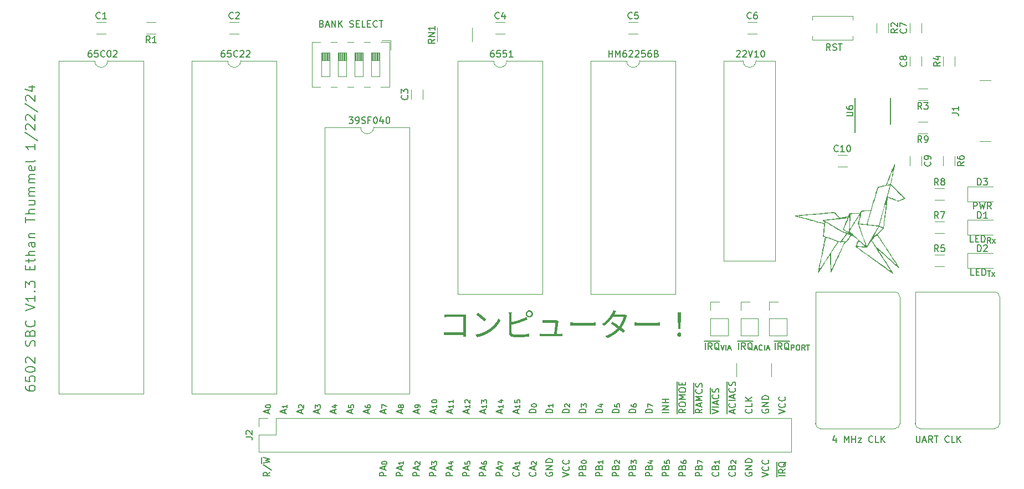
<source format=gbr>
%TF.GenerationSoftware,KiCad,Pcbnew,7.0.10*%
%TF.CreationDate,2024-01-22T16:24:30-06:00*%
%TF.ProjectId,6502 V1.3-rounded,36353032-2056-4312-9e33-2d726f756e64,rev?*%
%TF.SameCoordinates,Original*%
%TF.FileFunction,Legend,Top*%
%TF.FilePolarity,Positive*%
%FSLAX46Y46*%
G04 Gerber Fmt 4.6, Leading zero omitted, Abs format (unit mm)*
G04 Created by KiCad (PCBNEW 7.0.10) date 2024-01-22 16:24:30*
%MOMM*%
%LPD*%
G01*
G04 APERTURE LIST*
%ADD10C,0.150000*%
%ADD11C,0.120000*%
G04 APERTURE END LIST*
D10*
X145291350Y-88103152D02*
X145291350Y-88769819D01*
X145053255Y-87722200D02*
X144815160Y-88436485D01*
X144815160Y-88436485D02*
X145434207Y-88436485D01*
X146577065Y-88769819D02*
X146577065Y-87769819D01*
X146577065Y-87769819D02*
X146910398Y-88484104D01*
X146910398Y-88484104D02*
X147243731Y-87769819D01*
X147243731Y-87769819D02*
X147243731Y-88769819D01*
X147719922Y-88769819D02*
X147719922Y-87769819D01*
X147719922Y-88246009D02*
X148291350Y-88246009D01*
X148291350Y-88769819D02*
X148291350Y-87769819D01*
X148672303Y-88103152D02*
X149196112Y-88103152D01*
X149196112Y-88103152D02*
X148672303Y-88769819D01*
X148672303Y-88769819D02*
X149196112Y-88769819D01*
X150910398Y-88674580D02*
X150862779Y-88722200D01*
X150862779Y-88722200D02*
X150719922Y-88769819D01*
X150719922Y-88769819D02*
X150624684Y-88769819D01*
X150624684Y-88769819D02*
X150481827Y-88722200D01*
X150481827Y-88722200D02*
X150386589Y-88626961D01*
X150386589Y-88626961D02*
X150338970Y-88531723D01*
X150338970Y-88531723D02*
X150291351Y-88341247D01*
X150291351Y-88341247D02*
X150291351Y-88198390D01*
X150291351Y-88198390D02*
X150338970Y-88007914D01*
X150338970Y-88007914D02*
X150386589Y-87912676D01*
X150386589Y-87912676D02*
X150481827Y-87817438D01*
X150481827Y-87817438D02*
X150624684Y-87769819D01*
X150624684Y-87769819D02*
X150719922Y-87769819D01*
X150719922Y-87769819D02*
X150862779Y-87817438D01*
X150862779Y-87817438D02*
X150910398Y-87865057D01*
X151815160Y-88769819D02*
X151338970Y-88769819D01*
X151338970Y-88769819D02*
X151338970Y-87769819D01*
X152148494Y-88769819D02*
X152148494Y-87769819D01*
X152719922Y-88769819D02*
X152291351Y-88198390D01*
X152719922Y-87769819D02*
X152148494Y-88341247D01*
X68672104Y-84292839D02*
X68672104Y-83816649D01*
X68957819Y-84388077D02*
X67957819Y-84054744D01*
X67957819Y-84054744D02*
X68957819Y-83721411D01*
X68534961Y-83092839D02*
X69068295Y-83092839D01*
X68230200Y-83283315D02*
X68801628Y-83473792D01*
X68801628Y-83473792D02*
X68801628Y-82978553D01*
X112137819Y-84245220D02*
X111137819Y-84245220D01*
X111137819Y-84245220D02*
X111137819Y-84007125D01*
X111137819Y-84007125D02*
X111185438Y-83864268D01*
X111185438Y-83864268D02*
X111280676Y-83769030D01*
X111280676Y-83769030D02*
X111375914Y-83721411D01*
X111375914Y-83721411D02*
X111566390Y-83673792D01*
X111566390Y-83673792D02*
X111709247Y-83673792D01*
X111709247Y-83673792D02*
X111899723Y-83721411D01*
X111899723Y-83721411D02*
X111994961Y-83769030D01*
X111994961Y-83769030D02*
X112090200Y-83864268D01*
X112090200Y-83864268D02*
X112137819Y-84007125D01*
X112137819Y-84007125D02*
X112137819Y-84245220D01*
X111448295Y-82911887D02*
X111448295Y-83292839D01*
X111448295Y-83292839D02*
X111829247Y-83330935D01*
X111829247Y-83330935D02*
X111791152Y-83292839D01*
X111791152Y-83292839D02*
X111753057Y-83216649D01*
X111753057Y-83216649D02*
X111753057Y-83026173D01*
X111753057Y-83026173D02*
X111791152Y-82949982D01*
X111791152Y-82949982D02*
X111829247Y-82911887D01*
X111829247Y-82911887D02*
X111905438Y-82873792D01*
X111905438Y-82873792D02*
X112095914Y-82873792D01*
X112095914Y-82873792D02*
X112172104Y-82911887D01*
X112172104Y-82911887D02*
X112210200Y-82949982D01*
X112210200Y-82949982D02*
X112248295Y-83026173D01*
X112248295Y-83026173D02*
X112248295Y-83216649D01*
X112248295Y-83216649D02*
X112210200Y-83292839D01*
X112210200Y-83292839D02*
X112172104Y-83330935D01*
X157562779Y-87769819D02*
X157562779Y-88579342D01*
X157562779Y-88579342D02*
X157610398Y-88674580D01*
X157610398Y-88674580D02*
X157658017Y-88722200D01*
X157658017Y-88722200D02*
X157753255Y-88769819D01*
X157753255Y-88769819D02*
X157943731Y-88769819D01*
X157943731Y-88769819D02*
X158038969Y-88722200D01*
X158038969Y-88722200D02*
X158086588Y-88674580D01*
X158086588Y-88674580D02*
X158134207Y-88579342D01*
X158134207Y-88579342D02*
X158134207Y-87769819D01*
X158562779Y-88484104D02*
X159038969Y-88484104D01*
X158467541Y-88769819D02*
X158800874Y-87769819D01*
X158800874Y-87769819D02*
X159134207Y-88769819D01*
X160038969Y-88769819D02*
X159705636Y-88293628D01*
X159467541Y-88769819D02*
X159467541Y-87769819D01*
X159467541Y-87769819D02*
X159848493Y-87769819D01*
X159848493Y-87769819D02*
X159943731Y-87817438D01*
X159943731Y-87817438D02*
X159991350Y-87865057D01*
X159991350Y-87865057D02*
X160038969Y-87960295D01*
X160038969Y-87960295D02*
X160038969Y-88103152D01*
X160038969Y-88103152D02*
X159991350Y-88198390D01*
X159991350Y-88198390D02*
X159943731Y-88246009D01*
X159943731Y-88246009D02*
X159848493Y-88293628D01*
X159848493Y-88293628D02*
X159467541Y-88293628D01*
X160324684Y-87769819D02*
X160896112Y-87769819D01*
X160610398Y-88769819D02*
X160610398Y-87769819D01*
X162562779Y-88674580D02*
X162515160Y-88722200D01*
X162515160Y-88722200D02*
X162372303Y-88769819D01*
X162372303Y-88769819D02*
X162277065Y-88769819D01*
X162277065Y-88769819D02*
X162134208Y-88722200D01*
X162134208Y-88722200D02*
X162038970Y-88626961D01*
X162038970Y-88626961D02*
X161991351Y-88531723D01*
X161991351Y-88531723D02*
X161943732Y-88341247D01*
X161943732Y-88341247D02*
X161943732Y-88198390D01*
X161943732Y-88198390D02*
X161991351Y-88007914D01*
X161991351Y-88007914D02*
X162038970Y-87912676D01*
X162038970Y-87912676D02*
X162134208Y-87817438D01*
X162134208Y-87817438D02*
X162277065Y-87769819D01*
X162277065Y-87769819D02*
X162372303Y-87769819D01*
X162372303Y-87769819D02*
X162515160Y-87817438D01*
X162515160Y-87817438D02*
X162562779Y-87865057D01*
X163467541Y-88769819D02*
X162991351Y-88769819D01*
X162991351Y-88769819D02*
X162991351Y-87769819D01*
X163800875Y-88769819D02*
X163800875Y-87769819D01*
X164372303Y-88769819D02*
X163943732Y-88198390D01*
X164372303Y-87769819D02*
X163800875Y-88341247D01*
X91532104Y-84292839D02*
X91532104Y-83816649D01*
X91817819Y-84388077D02*
X90817819Y-84054744D01*
X90817819Y-84054744D02*
X91817819Y-83721411D01*
X91928295Y-83016649D02*
X91928295Y-83473792D01*
X91928295Y-83245220D02*
X91128295Y-83245220D01*
X91128295Y-83245220D02*
X91242580Y-83321411D01*
X91242580Y-83321411D02*
X91318771Y-83397601D01*
X91318771Y-83397601D02*
X91356866Y-83473792D01*
X91128295Y-82749982D02*
X91128295Y-82254744D01*
X91128295Y-82254744D02*
X91433057Y-82521410D01*
X91433057Y-82521410D02*
X91433057Y-82407125D01*
X91433057Y-82407125D02*
X91471152Y-82330934D01*
X91471152Y-82330934D02*
X91509247Y-82292839D01*
X91509247Y-82292839D02*
X91585438Y-82254744D01*
X91585438Y-82254744D02*
X91775914Y-82254744D01*
X91775914Y-82254744D02*
X91852104Y-82292839D01*
X91852104Y-82292839D02*
X91890200Y-82330934D01*
X91890200Y-82330934D02*
X91928295Y-82407125D01*
X91928295Y-82407125D02*
X91928295Y-82635696D01*
X91928295Y-82635696D02*
X91890200Y-82711887D01*
X91890200Y-82711887D02*
X91852104Y-82749982D01*
X101977819Y-84245220D02*
X100977819Y-84245220D01*
X100977819Y-84245220D02*
X100977819Y-84007125D01*
X100977819Y-84007125D02*
X101025438Y-83864268D01*
X101025438Y-83864268D02*
X101120676Y-83769030D01*
X101120676Y-83769030D02*
X101215914Y-83721411D01*
X101215914Y-83721411D02*
X101406390Y-83673792D01*
X101406390Y-83673792D02*
X101549247Y-83673792D01*
X101549247Y-83673792D02*
X101739723Y-83721411D01*
X101739723Y-83721411D02*
X101834961Y-83769030D01*
X101834961Y-83769030D02*
X101930200Y-83864268D01*
X101930200Y-83864268D02*
X101977819Y-84007125D01*
X101977819Y-84007125D02*
X101977819Y-84245220D01*
X102088295Y-82873792D02*
X102088295Y-83330935D01*
X102088295Y-83102363D02*
X101288295Y-83102363D01*
X101288295Y-83102363D02*
X101402580Y-83178554D01*
X101402580Y-83178554D02*
X101478771Y-83254744D01*
X101478771Y-83254744D02*
X101516866Y-83330935D01*
X124837819Y-93897220D02*
X123837819Y-93897220D01*
X123837819Y-93897220D02*
X123837819Y-93516268D01*
X123837819Y-93516268D02*
X123885438Y-93421030D01*
X123885438Y-93421030D02*
X123933057Y-93373411D01*
X123933057Y-93373411D02*
X124028295Y-93325792D01*
X124028295Y-93325792D02*
X124171152Y-93325792D01*
X124171152Y-93325792D02*
X124266390Y-93373411D01*
X124266390Y-93373411D02*
X124314009Y-93421030D01*
X124314009Y-93421030D02*
X124361628Y-93516268D01*
X124361628Y-93516268D02*
X124361628Y-93897220D01*
X124314009Y-92563887D02*
X124361628Y-92421030D01*
X124361628Y-92421030D02*
X124409247Y-92373411D01*
X124409247Y-92373411D02*
X124504485Y-92325792D01*
X124504485Y-92325792D02*
X124647342Y-92325792D01*
X124647342Y-92325792D02*
X124742580Y-92373411D01*
X124742580Y-92373411D02*
X124790200Y-92421030D01*
X124790200Y-92421030D02*
X124837819Y-92516268D01*
X124837819Y-92516268D02*
X124837819Y-92897220D01*
X124837819Y-92897220D02*
X123837819Y-92897220D01*
X123837819Y-92897220D02*
X123837819Y-92563887D01*
X123837819Y-92563887D02*
X123885438Y-92468649D01*
X123885438Y-92468649D02*
X123933057Y-92421030D01*
X123933057Y-92421030D02*
X124028295Y-92373411D01*
X124028295Y-92373411D02*
X124123533Y-92373411D01*
X124123533Y-92373411D02*
X124218771Y-92421030D01*
X124218771Y-92421030D02*
X124266390Y-92468649D01*
X124266390Y-92468649D02*
X124314009Y-92563887D01*
X124314009Y-92563887D02*
X124314009Y-92897220D01*
X124148295Y-92021030D02*
X124148295Y-91487696D01*
X124148295Y-91487696D02*
X124948295Y-91830554D01*
X70853541Y-39001819D02*
X71472588Y-39001819D01*
X71472588Y-39001819D02*
X71139255Y-39382771D01*
X71139255Y-39382771D02*
X71282112Y-39382771D01*
X71282112Y-39382771D02*
X71377350Y-39430390D01*
X71377350Y-39430390D02*
X71424969Y-39478009D01*
X71424969Y-39478009D02*
X71472588Y-39573247D01*
X71472588Y-39573247D02*
X71472588Y-39811342D01*
X71472588Y-39811342D02*
X71424969Y-39906580D01*
X71424969Y-39906580D02*
X71377350Y-39954200D01*
X71377350Y-39954200D02*
X71282112Y-40001819D01*
X71282112Y-40001819D02*
X70996398Y-40001819D01*
X70996398Y-40001819D02*
X70901160Y-39954200D01*
X70901160Y-39954200D02*
X70853541Y-39906580D01*
X71948779Y-40001819D02*
X72139255Y-40001819D01*
X72139255Y-40001819D02*
X72234493Y-39954200D01*
X72234493Y-39954200D02*
X72282112Y-39906580D01*
X72282112Y-39906580D02*
X72377350Y-39763723D01*
X72377350Y-39763723D02*
X72424969Y-39573247D01*
X72424969Y-39573247D02*
X72424969Y-39192295D01*
X72424969Y-39192295D02*
X72377350Y-39097057D01*
X72377350Y-39097057D02*
X72329731Y-39049438D01*
X72329731Y-39049438D02*
X72234493Y-39001819D01*
X72234493Y-39001819D02*
X72044017Y-39001819D01*
X72044017Y-39001819D02*
X71948779Y-39049438D01*
X71948779Y-39049438D02*
X71901160Y-39097057D01*
X71901160Y-39097057D02*
X71853541Y-39192295D01*
X71853541Y-39192295D02*
X71853541Y-39430390D01*
X71853541Y-39430390D02*
X71901160Y-39525628D01*
X71901160Y-39525628D02*
X71948779Y-39573247D01*
X71948779Y-39573247D02*
X72044017Y-39620866D01*
X72044017Y-39620866D02*
X72234493Y-39620866D01*
X72234493Y-39620866D02*
X72329731Y-39573247D01*
X72329731Y-39573247D02*
X72377350Y-39525628D01*
X72377350Y-39525628D02*
X72424969Y-39430390D01*
X72805922Y-39954200D02*
X72948779Y-40001819D01*
X72948779Y-40001819D02*
X73186874Y-40001819D01*
X73186874Y-40001819D02*
X73282112Y-39954200D01*
X73282112Y-39954200D02*
X73329731Y-39906580D01*
X73329731Y-39906580D02*
X73377350Y-39811342D01*
X73377350Y-39811342D02*
X73377350Y-39716104D01*
X73377350Y-39716104D02*
X73329731Y-39620866D01*
X73329731Y-39620866D02*
X73282112Y-39573247D01*
X73282112Y-39573247D02*
X73186874Y-39525628D01*
X73186874Y-39525628D02*
X72996398Y-39478009D01*
X72996398Y-39478009D02*
X72901160Y-39430390D01*
X72901160Y-39430390D02*
X72853541Y-39382771D01*
X72853541Y-39382771D02*
X72805922Y-39287533D01*
X72805922Y-39287533D02*
X72805922Y-39192295D01*
X72805922Y-39192295D02*
X72853541Y-39097057D01*
X72853541Y-39097057D02*
X72901160Y-39049438D01*
X72901160Y-39049438D02*
X72996398Y-39001819D01*
X72996398Y-39001819D02*
X73234493Y-39001819D01*
X73234493Y-39001819D02*
X73377350Y-39049438D01*
X74139255Y-39478009D02*
X73805922Y-39478009D01*
X73805922Y-40001819D02*
X73805922Y-39001819D01*
X73805922Y-39001819D02*
X74282112Y-39001819D01*
X74853541Y-39001819D02*
X74948779Y-39001819D01*
X74948779Y-39001819D02*
X75044017Y-39049438D01*
X75044017Y-39049438D02*
X75091636Y-39097057D01*
X75091636Y-39097057D02*
X75139255Y-39192295D01*
X75139255Y-39192295D02*
X75186874Y-39382771D01*
X75186874Y-39382771D02*
X75186874Y-39620866D01*
X75186874Y-39620866D02*
X75139255Y-39811342D01*
X75139255Y-39811342D02*
X75091636Y-39906580D01*
X75091636Y-39906580D02*
X75044017Y-39954200D01*
X75044017Y-39954200D02*
X74948779Y-40001819D01*
X74948779Y-40001819D02*
X74853541Y-40001819D01*
X74853541Y-40001819D02*
X74758303Y-39954200D01*
X74758303Y-39954200D02*
X74710684Y-39906580D01*
X74710684Y-39906580D02*
X74663065Y-39811342D01*
X74663065Y-39811342D02*
X74615446Y-39620866D01*
X74615446Y-39620866D02*
X74615446Y-39382771D01*
X74615446Y-39382771D02*
X74663065Y-39192295D01*
X74663065Y-39192295D02*
X74710684Y-39097057D01*
X74710684Y-39097057D02*
X74758303Y-39049438D01*
X74758303Y-39049438D02*
X74853541Y-39001819D01*
X76044017Y-39335152D02*
X76044017Y-40001819D01*
X75805922Y-38954200D02*
X75567827Y-39668485D01*
X75567827Y-39668485D02*
X76186874Y-39668485D01*
X76758303Y-39001819D02*
X76853541Y-39001819D01*
X76853541Y-39001819D02*
X76948779Y-39049438D01*
X76948779Y-39049438D02*
X76996398Y-39097057D01*
X76996398Y-39097057D02*
X77044017Y-39192295D01*
X77044017Y-39192295D02*
X77091636Y-39382771D01*
X77091636Y-39382771D02*
X77091636Y-39620866D01*
X77091636Y-39620866D02*
X77044017Y-39811342D01*
X77044017Y-39811342D02*
X76996398Y-39906580D01*
X76996398Y-39906580D02*
X76948779Y-39954200D01*
X76948779Y-39954200D02*
X76853541Y-40001819D01*
X76853541Y-40001819D02*
X76758303Y-40001819D01*
X76758303Y-40001819D02*
X76663065Y-39954200D01*
X76663065Y-39954200D02*
X76615446Y-39906580D01*
X76615446Y-39906580D02*
X76567827Y-39811342D01*
X76567827Y-39811342D02*
X76520208Y-39620866D01*
X76520208Y-39620866D02*
X76520208Y-39382771D01*
X76520208Y-39382771D02*
X76567827Y-39192295D01*
X76567827Y-39192295D02*
X76615446Y-39097057D01*
X76615446Y-39097057D02*
X76663065Y-39049438D01*
X76663065Y-39049438D02*
X76758303Y-39001819D01*
X119757819Y-84245220D02*
X118757819Y-84245220D01*
X119757819Y-83769030D02*
X118757819Y-83769030D01*
X118757819Y-83769030D02*
X119757819Y-83197602D01*
X119757819Y-83197602D02*
X118757819Y-83197602D01*
X119757819Y-82721411D02*
X118757819Y-82721411D01*
X119234009Y-82721411D02*
X119234009Y-82149983D01*
X119757819Y-82149983D02*
X118757819Y-82149983D01*
X134045438Y-83721411D02*
X133997819Y-83816649D01*
X133997819Y-83816649D02*
X133997819Y-83959506D01*
X133997819Y-83959506D02*
X134045438Y-84102363D01*
X134045438Y-84102363D02*
X134140676Y-84197601D01*
X134140676Y-84197601D02*
X134235914Y-84245220D01*
X134235914Y-84245220D02*
X134426390Y-84292839D01*
X134426390Y-84292839D02*
X134569247Y-84292839D01*
X134569247Y-84292839D02*
X134759723Y-84245220D01*
X134759723Y-84245220D02*
X134854961Y-84197601D01*
X134854961Y-84197601D02*
X134950200Y-84102363D01*
X134950200Y-84102363D02*
X134997819Y-83959506D01*
X134997819Y-83959506D02*
X134997819Y-83864268D01*
X134997819Y-83864268D02*
X134950200Y-83721411D01*
X134950200Y-83721411D02*
X134902580Y-83673792D01*
X134902580Y-83673792D02*
X134569247Y-83673792D01*
X134569247Y-83673792D02*
X134569247Y-83864268D01*
X134997819Y-83245220D02*
X133997819Y-83245220D01*
X133997819Y-83245220D02*
X134997819Y-82673792D01*
X134997819Y-82673792D02*
X133997819Y-82673792D01*
X134997819Y-82197601D02*
X133997819Y-82197601D01*
X133997819Y-82197601D02*
X133997819Y-81959506D01*
X133997819Y-81959506D02*
X134045438Y-81816649D01*
X134045438Y-81816649D02*
X134140676Y-81721411D01*
X134140676Y-81721411D02*
X134235914Y-81673792D01*
X134235914Y-81673792D02*
X134426390Y-81626173D01*
X134426390Y-81626173D02*
X134569247Y-81626173D01*
X134569247Y-81626173D02*
X134759723Y-81673792D01*
X134759723Y-81673792D02*
X134854961Y-81721411D01*
X134854961Y-81721411D02*
X134950200Y-81816649D01*
X134950200Y-81816649D02*
X134997819Y-81959506D01*
X134997819Y-81959506D02*
X134997819Y-82197601D01*
X91817819Y-93897220D02*
X90817819Y-93897220D01*
X90817819Y-93897220D02*
X90817819Y-93516268D01*
X90817819Y-93516268D02*
X90865438Y-93421030D01*
X90865438Y-93421030D02*
X90913057Y-93373411D01*
X90913057Y-93373411D02*
X91008295Y-93325792D01*
X91008295Y-93325792D02*
X91151152Y-93325792D01*
X91151152Y-93325792D02*
X91246390Y-93373411D01*
X91246390Y-93373411D02*
X91294009Y-93421030D01*
X91294009Y-93421030D02*
X91341628Y-93516268D01*
X91341628Y-93516268D02*
X91341628Y-93897220D01*
X91532104Y-92944839D02*
X91532104Y-92468649D01*
X91817819Y-93040077D02*
X90817819Y-92706744D01*
X90817819Y-92706744D02*
X91817819Y-92373411D01*
X91128295Y-91744839D02*
X91128295Y-91897220D01*
X91128295Y-91897220D02*
X91166390Y-91973411D01*
X91166390Y-91973411D02*
X91204485Y-92011506D01*
X91204485Y-92011506D02*
X91318771Y-92087696D01*
X91318771Y-92087696D02*
X91471152Y-92125792D01*
X91471152Y-92125792D02*
X91775914Y-92125792D01*
X91775914Y-92125792D02*
X91852104Y-92087696D01*
X91852104Y-92087696D02*
X91890200Y-92049601D01*
X91890200Y-92049601D02*
X91928295Y-91973411D01*
X91928295Y-91973411D02*
X91928295Y-91821030D01*
X91928295Y-91821030D02*
X91890200Y-91744839D01*
X91890200Y-91744839D02*
X91852104Y-91706744D01*
X91852104Y-91706744D02*
X91775914Y-91668649D01*
X91775914Y-91668649D02*
X91585438Y-91668649D01*
X91585438Y-91668649D02*
X91509247Y-91706744D01*
X91509247Y-91706744D02*
X91471152Y-91744839D01*
X91471152Y-91744839D02*
X91433057Y-91821030D01*
X91433057Y-91821030D02*
X91433057Y-91973411D01*
X91433057Y-91973411D02*
X91471152Y-92049601D01*
X91471152Y-92049601D02*
X91509247Y-92087696D01*
X91509247Y-92087696D02*
X91585438Y-92125792D01*
X99437819Y-84245220D02*
X98437819Y-84245220D01*
X98437819Y-84245220D02*
X98437819Y-84007125D01*
X98437819Y-84007125D02*
X98485438Y-83864268D01*
X98485438Y-83864268D02*
X98580676Y-83769030D01*
X98580676Y-83769030D02*
X98675914Y-83721411D01*
X98675914Y-83721411D02*
X98866390Y-83673792D01*
X98866390Y-83673792D02*
X99009247Y-83673792D01*
X99009247Y-83673792D02*
X99199723Y-83721411D01*
X99199723Y-83721411D02*
X99294961Y-83769030D01*
X99294961Y-83769030D02*
X99390200Y-83864268D01*
X99390200Y-83864268D02*
X99437819Y-84007125D01*
X99437819Y-84007125D02*
X99437819Y-84245220D01*
X98748295Y-83140458D02*
X98748295Y-83064268D01*
X98748295Y-83064268D02*
X98786390Y-82988077D01*
X98786390Y-82988077D02*
X98824485Y-82949982D01*
X98824485Y-82949982D02*
X98900676Y-82911887D01*
X98900676Y-82911887D02*
X99053057Y-82873792D01*
X99053057Y-82873792D02*
X99243533Y-82873792D01*
X99243533Y-82873792D02*
X99395914Y-82911887D01*
X99395914Y-82911887D02*
X99472104Y-82949982D01*
X99472104Y-82949982D02*
X99510200Y-82988077D01*
X99510200Y-82988077D02*
X99548295Y-83064268D01*
X99548295Y-83064268D02*
X99548295Y-83140458D01*
X99548295Y-83140458D02*
X99510200Y-83216649D01*
X99510200Y-83216649D02*
X99472104Y-83254744D01*
X99472104Y-83254744D02*
X99395914Y-83292839D01*
X99395914Y-83292839D02*
X99243533Y-83330935D01*
X99243533Y-83330935D02*
X99053057Y-83330935D01*
X99053057Y-83330935D02*
X98900676Y-83292839D01*
X98900676Y-83292839D02*
X98824485Y-83254744D01*
X98824485Y-83254744D02*
X98786390Y-83216649D01*
X98786390Y-83216649D02*
X98748295Y-83140458D01*
X103517819Y-94040077D02*
X104517819Y-93706744D01*
X104517819Y-93706744D02*
X103517819Y-93373411D01*
X104422580Y-92468649D02*
X104470200Y-92516268D01*
X104470200Y-92516268D02*
X104517819Y-92659125D01*
X104517819Y-92659125D02*
X104517819Y-92754363D01*
X104517819Y-92754363D02*
X104470200Y-92897220D01*
X104470200Y-92897220D02*
X104374961Y-92992458D01*
X104374961Y-92992458D02*
X104279723Y-93040077D01*
X104279723Y-93040077D02*
X104089247Y-93087696D01*
X104089247Y-93087696D02*
X103946390Y-93087696D01*
X103946390Y-93087696D02*
X103755914Y-93040077D01*
X103755914Y-93040077D02*
X103660676Y-92992458D01*
X103660676Y-92992458D02*
X103565438Y-92897220D01*
X103565438Y-92897220D02*
X103517819Y-92754363D01*
X103517819Y-92754363D02*
X103517819Y-92659125D01*
X103517819Y-92659125D02*
X103565438Y-92516268D01*
X103565438Y-92516268D02*
X103613057Y-92468649D01*
X104422580Y-91468649D02*
X104470200Y-91516268D01*
X104470200Y-91516268D02*
X104517819Y-91659125D01*
X104517819Y-91659125D02*
X104517819Y-91754363D01*
X104517819Y-91754363D02*
X104470200Y-91897220D01*
X104470200Y-91897220D02*
X104374961Y-91992458D01*
X104374961Y-91992458D02*
X104279723Y-92040077D01*
X104279723Y-92040077D02*
X104089247Y-92087696D01*
X104089247Y-92087696D02*
X103946390Y-92087696D01*
X103946390Y-92087696D02*
X103755914Y-92040077D01*
X103755914Y-92040077D02*
X103660676Y-91992458D01*
X103660676Y-91992458D02*
X103565438Y-91897220D01*
X103565438Y-91897220D02*
X103517819Y-91754363D01*
X103517819Y-91754363D02*
X103517819Y-91659125D01*
X103517819Y-91659125D02*
X103565438Y-91516268D01*
X103565438Y-91516268D02*
X103613057Y-91468649D01*
X51819350Y-28841819D02*
X51628874Y-28841819D01*
X51628874Y-28841819D02*
X51533636Y-28889438D01*
X51533636Y-28889438D02*
X51486017Y-28937057D01*
X51486017Y-28937057D02*
X51390779Y-29079914D01*
X51390779Y-29079914D02*
X51343160Y-29270390D01*
X51343160Y-29270390D02*
X51343160Y-29651342D01*
X51343160Y-29651342D02*
X51390779Y-29746580D01*
X51390779Y-29746580D02*
X51438398Y-29794200D01*
X51438398Y-29794200D02*
X51533636Y-29841819D01*
X51533636Y-29841819D02*
X51724112Y-29841819D01*
X51724112Y-29841819D02*
X51819350Y-29794200D01*
X51819350Y-29794200D02*
X51866969Y-29746580D01*
X51866969Y-29746580D02*
X51914588Y-29651342D01*
X51914588Y-29651342D02*
X51914588Y-29413247D01*
X51914588Y-29413247D02*
X51866969Y-29318009D01*
X51866969Y-29318009D02*
X51819350Y-29270390D01*
X51819350Y-29270390D02*
X51724112Y-29222771D01*
X51724112Y-29222771D02*
X51533636Y-29222771D01*
X51533636Y-29222771D02*
X51438398Y-29270390D01*
X51438398Y-29270390D02*
X51390779Y-29318009D01*
X51390779Y-29318009D02*
X51343160Y-29413247D01*
X52819350Y-28841819D02*
X52343160Y-28841819D01*
X52343160Y-28841819D02*
X52295541Y-29318009D01*
X52295541Y-29318009D02*
X52343160Y-29270390D01*
X52343160Y-29270390D02*
X52438398Y-29222771D01*
X52438398Y-29222771D02*
X52676493Y-29222771D01*
X52676493Y-29222771D02*
X52771731Y-29270390D01*
X52771731Y-29270390D02*
X52819350Y-29318009D01*
X52819350Y-29318009D02*
X52866969Y-29413247D01*
X52866969Y-29413247D02*
X52866969Y-29651342D01*
X52866969Y-29651342D02*
X52819350Y-29746580D01*
X52819350Y-29746580D02*
X52771731Y-29794200D01*
X52771731Y-29794200D02*
X52676493Y-29841819D01*
X52676493Y-29841819D02*
X52438398Y-29841819D01*
X52438398Y-29841819D02*
X52343160Y-29794200D01*
X52343160Y-29794200D02*
X52295541Y-29746580D01*
X53866969Y-29746580D02*
X53819350Y-29794200D01*
X53819350Y-29794200D02*
X53676493Y-29841819D01*
X53676493Y-29841819D02*
X53581255Y-29841819D01*
X53581255Y-29841819D02*
X53438398Y-29794200D01*
X53438398Y-29794200D02*
X53343160Y-29698961D01*
X53343160Y-29698961D02*
X53295541Y-29603723D01*
X53295541Y-29603723D02*
X53247922Y-29413247D01*
X53247922Y-29413247D02*
X53247922Y-29270390D01*
X53247922Y-29270390D02*
X53295541Y-29079914D01*
X53295541Y-29079914D02*
X53343160Y-28984676D01*
X53343160Y-28984676D02*
X53438398Y-28889438D01*
X53438398Y-28889438D02*
X53581255Y-28841819D01*
X53581255Y-28841819D02*
X53676493Y-28841819D01*
X53676493Y-28841819D02*
X53819350Y-28889438D01*
X53819350Y-28889438D02*
X53866969Y-28937057D01*
X54247922Y-28937057D02*
X54295541Y-28889438D01*
X54295541Y-28889438D02*
X54390779Y-28841819D01*
X54390779Y-28841819D02*
X54628874Y-28841819D01*
X54628874Y-28841819D02*
X54724112Y-28889438D01*
X54724112Y-28889438D02*
X54771731Y-28937057D01*
X54771731Y-28937057D02*
X54819350Y-29032295D01*
X54819350Y-29032295D02*
X54819350Y-29127533D01*
X54819350Y-29127533D02*
X54771731Y-29270390D01*
X54771731Y-29270390D02*
X54200303Y-29841819D01*
X54200303Y-29841819D02*
X54819350Y-29841819D01*
X55200303Y-28937057D02*
X55247922Y-28889438D01*
X55247922Y-28889438D02*
X55343160Y-28841819D01*
X55343160Y-28841819D02*
X55581255Y-28841819D01*
X55581255Y-28841819D02*
X55676493Y-28889438D01*
X55676493Y-28889438D02*
X55724112Y-28937057D01*
X55724112Y-28937057D02*
X55771731Y-29032295D01*
X55771731Y-29032295D02*
X55771731Y-29127533D01*
X55771731Y-29127533D02*
X55724112Y-29270390D01*
X55724112Y-29270390D02*
X55152684Y-29841819D01*
X55152684Y-29841819D02*
X55771731Y-29841819D01*
X73752104Y-84292839D02*
X73752104Y-83816649D01*
X74037819Y-84388077D02*
X73037819Y-84054744D01*
X73037819Y-84054744D02*
X74037819Y-83721411D01*
X73348295Y-83092839D02*
X73348295Y-83245220D01*
X73348295Y-83245220D02*
X73386390Y-83321411D01*
X73386390Y-83321411D02*
X73424485Y-83359506D01*
X73424485Y-83359506D02*
X73538771Y-83435696D01*
X73538771Y-83435696D02*
X73691152Y-83473792D01*
X73691152Y-83473792D02*
X73995914Y-83473792D01*
X73995914Y-83473792D02*
X74072104Y-83435696D01*
X74072104Y-83435696D02*
X74110200Y-83397601D01*
X74110200Y-83397601D02*
X74148295Y-83321411D01*
X74148295Y-83321411D02*
X74148295Y-83169030D01*
X74148295Y-83169030D02*
X74110200Y-83092839D01*
X74110200Y-83092839D02*
X74072104Y-83054744D01*
X74072104Y-83054744D02*
X73995914Y-83016649D01*
X73995914Y-83016649D02*
X73805438Y-83016649D01*
X73805438Y-83016649D02*
X73729247Y-83054744D01*
X73729247Y-83054744D02*
X73691152Y-83092839D01*
X73691152Y-83092839D02*
X73653057Y-83169030D01*
X73653057Y-83169030D02*
X73653057Y-83321411D01*
X73653057Y-83321411D02*
X73691152Y-83397601D01*
X73691152Y-83397601D02*
X73729247Y-83435696D01*
X73729247Y-83435696D02*
X73805438Y-83473792D01*
X86737819Y-93897220D02*
X85737819Y-93897220D01*
X85737819Y-93897220D02*
X85737819Y-93516268D01*
X85737819Y-93516268D02*
X85785438Y-93421030D01*
X85785438Y-93421030D02*
X85833057Y-93373411D01*
X85833057Y-93373411D02*
X85928295Y-93325792D01*
X85928295Y-93325792D02*
X86071152Y-93325792D01*
X86071152Y-93325792D02*
X86166390Y-93373411D01*
X86166390Y-93373411D02*
X86214009Y-93421030D01*
X86214009Y-93421030D02*
X86261628Y-93516268D01*
X86261628Y-93516268D02*
X86261628Y-93897220D01*
X86452104Y-92944839D02*
X86452104Y-92468649D01*
X86737819Y-93040077D02*
X85737819Y-92706744D01*
X85737819Y-92706744D02*
X86737819Y-92373411D01*
X86314961Y-91744839D02*
X86848295Y-91744839D01*
X86010200Y-91935315D02*
X86581628Y-92125792D01*
X86581628Y-92125792D02*
X86581628Y-91630553D01*
X89277819Y-93897220D02*
X88277819Y-93897220D01*
X88277819Y-93897220D02*
X88277819Y-93516268D01*
X88277819Y-93516268D02*
X88325438Y-93421030D01*
X88325438Y-93421030D02*
X88373057Y-93373411D01*
X88373057Y-93373411D02*
X88468295Y-93325792D01*
X88468295Y-93325792D02*
X88611152Y-93325792D01*
X88611152Y-93325792D02*
X88706390Y-93373411D01*
X88706390Y-93373411D02*
X88754009Y-93421030D01*
X88754009Y-93421030D02*
X88801628Y-93516268D01*
X88801628Y-93516268D02*
X88801628Y-93897220D01*
X88992104Y-92944839D02*
X88992104Y-92468649D01*
X89277819Y-93040077D02*
X88277819Y-92706744D01*
X88277819Y-92706744D02*
X89277819Y-92373411D01*
X88588295Y-91706744D02*
X88588295Y-92087696D01*
X88588295Y-92087696D02*
X88969247Y-92125792D01*
X88969247Y-92125792D02*
X88931152Y-92087696D01*
X88931152Y-92087696D02*
X88893057Y-92011506D01*
X88893057Y-92011506D02*
X88893057Y-91821030D01*
X88893057Y-91821030D02*
X88931152Y-91744839D01*
X88931152Y-91744839D02*
X88969247Y-91706744D01*
X88969247Y-91706744D02*
X89045438Y-91668649D01*
X89045438Y-91668649D02*
X89235914Y-91668649D01*
X89235914Y-91668649D02*
X89312104Y-91706744D01*
X89312104Y-91706744D02*
X89350200Y-91744839D01*
X89350200Y-91744839D02*
X89388295Y-91821030D01*
X89388295Y-91821030D02*
X89388295Y-92011506D01*
X89388295Y-92011506D02*
X89350200Y-92087696D01*
X89350200Y-92087696D02*
X89312104Y-92125792D01*
X58512104Y-84292839D02*
X58512104Y-83816649D01*
X58797819Y-84388077D02*
X57797819Y-84054744D01*
X57797819Y-84054744D02*
X58797819Y-83721411D01*
X58108295Y-83283315D02*
X58108295Y-83207125D01*
X58108295Y-83207125D02*
X58146390Y-83130934D01*
X58146390Y-83130934D02*
X58184485Y-83092839D01*
X58184485Y-83092839D02*
X58260676Y-83054744D01*
X58260676Y-83054744D02*
X58413057Y-83016649D01*
X58413057Y-83016649D02*
X58603533Y-83016649D01*
X58603533Y-83016649D02*
X58755914Y-83054744D01*
X58755914Y-83054744D02*
X58832104Y-83092839D01*
X58832104Y-83092839D02*
X58870200Y-83130934D01*
X58870200Y-83130934D02*
X58908295Y-83207125D01*
X58908295Y-83207125D02*
X58908295Y-83283315D01*
X58908295Y-83283315D02*
X58870200Y-83359506D01*
X58870200Y-83359506D02*
X58832104Y-83397601D01*
X58832104Y-83397601D02*
X58755914Y-83435696D01*
X58755914Y-83435696D02*
X58603533Y-83473792D01*
X58603533Y-83473792D02*
X58413057Y-83473792D01*
X58413057Y-83473792D02*
X58260676Y-83435696D01*
X58260676Y-83435696D02*
X58184485Y-83397601D01*
X58184485Y-83397601D02*
X58146390Y-83359506D01*
X58146390Y-83359506D02*
X58108295Y-83283315D01*
X122297819Y-93897220D02*
X121297819Y-93897220D01*
X121297819Y-93897220D02*
X121297819Y-93516268D01*
X121297819Y-93516268D02*
X121345438Y-93421030D01*
X121345438Y-93421030D02*
X121393057Y-93373411D01*
X121393057Y-93373411D02*
X121488295Y-93325792D01*
X121488295Y-93325792D02*
X121631152Y-93325792D01*
X121631152Y-93325792D02*
X121726390Y-93373411D01*
X121726390Y-93373411D02*
X121774009Y-93421030D01*
X121774009Y-93421030D02*
X121821628Y-93516268D01*
X121821628Y-93516268D02*
X121821628Y-93897220D01*
X121774009Y-92563887D02*
X121821628Y-92421030D01*
X121821628Y-92421030D02*
X121869247Y-92373411D01*
X121869247Y-92373411D02*
X121964485Y-92325792D01*
X121964485Y-92325792D02*
X122107342Y-92325792D01*
X122107342Y-92325792D02*
X122202580Y-92373411D01*
X122202580Y-92373411D02*
X122250200Y-92421030D01*
X122250200Y-92421030D02*
X122297819Y-92516268D01*
X122297819Y-92516268D02*
X122297819Y-92897220D01*
X122297819Y-92897220D02*
X121297819Y-92897220D01*
X121297819Y-92897220D02*
X121297819Y-92563887D01*
X121297819Y-92563887D02*
X121345438Y-92468649D01*
X121345438Y-92468649D02*
X121393057Y-92421030D01*
X121393057Y-92421030D02*
X121488295Y-92373411D01*
X121488295Y-92373411D02*
X121583533Y-92373411D01*
X121583533Y-92373411D02*
X121678771Y-92421030D01*
X121678771Y-92421030D02*
X121726390Y-92468649D01*
X121726390Y-92468649D02*
X121774009Y-92563887D01*
X121774009Y-92563887D02*
X121774009Y-92897220D01*
X121608295Y-91601982D02*
X121608295Y-91754363D01*
X121608295Y-91754363D02*
X121646390Y-91830554D01*
X121646390Y-91830554D02*
X121684485Y-91868649D01*
X121684485Y-91868649D02*
X121798771Y-91944839D01*
X121798771Y-91944839D02*
X121951152Y-91982935D01*
X121951152Y-91982935D02*
X122255914Y-91982935D01*
X122255914Y-91982935D02*
X122332104Y-91944839D01*
X122332104Y-91944839D02*
X122370200Y-91906744D01*
X122370200Y-91906744D02*
X122408295Y-91830554D01*
X122408295Y-91830554D02*
X122408295Y-91678173D01*
X122408295Y-91678173D02*
X122370200Y-91601982D01*
X122370200Y-91601982D02*
X122332104Y-91563887D01*
X122332104Y-91563887D02*
X122255914Y-91525792D01*
X122255914Y-91525792D02*
X122065438Y-91525792D01*
X122065438Y-91525792D02*
X121989247Y-91563887D01*
X121989247Y-91563887D02*
X121951152Y-91601982D01*
X121951152Y-91601982D02*
X121913057Y-91678173D01*
X121913057Y-91678173D02*
X121913057Y-91830554D01*
X121913057Y-91830554D02*
X121951152Y-91906744D01*
X121951152Y-91906744D02*
X121989247Y-91944839D01*
X121989247Y-91944839D02*
X122065438Y-91982935D01*
X71212104Y-84292839D02*
X71212104Y-83816649D01*
X71497819Y-84388077D02*
X70497819Y-84054744D01*
X70497819Y-84054744D02*
X71497819Y-83721411D01*
X70808295Y-83054744D02*
X70808295Y-83435696D01*
X70808295Y-83435696D02*
X71189247Y-83473792D01*
X71189247Y-83473792D02*
X71151152Y-83435696D01*
X71151152Y-83435696D02*
X71113057Y-83359506D01*
X71113057Y-83359506D02*
X71113057Y-83169030D01*
X71113057Y-83169030D02*
X71151152Y-83092839D01*
X71151152Y-83092839D02*
X71189247Y-83054744D01*
X71189247Y-83054744D02*
X71265438Y-83016649D01*
X71265438Y-83016649D02*
X71455914Y-83016649D01*
X71455914Y-83016649D02*
X71532104Y-83054744D01*
X71532104Y-83054744D02*
X71570200Y-83092839D01*
X71570200Y-83092839D02*
X71608295Y-83169030D01*
X71608295Y-83169030D02*
X71608295Y-83359506D01*
X71608295Y-83359506D02*
X71570200Y-83435696D01*
X71570200Y-83435696D02*
X71532104Y-83473792D01*
X61052104Y-84292839D02*
X61052104Y-83816649D01*
X61337819Y-84388077D02*
X60337819Y-84054744D01*
X60337819Y-84054744D02*
X61337819Y-83721411D01*
X61448295Y-83016649D02*
X61448295Y-83473792D01*
X61448295Y-83245220D02*
X60648295Y-83245220D01*
X60648295Y-83245220D02*
X60762580Y-83321411D01*
X60762580Y-83321411D02*
X60838771Y-83397601D01*
X60838771Y-83397601D02*
X60876866Y-83473792D01*
X96802580Y-93325792D02*
X96850200Y-93373411D01*
X96850200Y-93373411D02*
X96897819Y-93516268D01*
X96897819Y-93516268D02*
X96897819Y-93611506D01*
X96897819Y-93611506D02*
X96850200Y-93754363D01*
X96850200Y-93754363D02*
X96754961Y-93849601D01*
X96754961Y-93849601D02*
X96659723Y-93897220D01*
X96659723Y-93897220D02*
X96469247Y-93944839D01*
X96469247Y-93944839D02*
X96326390Y-93944839D01*
X96326390Y-93944839D02*
X96135914Y-93897220D01*
X96135914Y-93897220D02*
X96040676Y-93849601D01*
X96040676Y-93849601D02*
X95945438Y-93754363D01*
X95945438Y-93754363D02*
X95897819Y-93611506D01*
X95897819Y-93611506D02*
X95897819Y-93516268D01*
X95897819Y-93516268D02*
X95945438Y-93373411D01*
X95945438Y-93373411D02*
X95993057Y-93325792D01*
X96612104Y-92944839D02*
X96612104Y-92468649D01*
X96897819Y-93040077D02*
X95897819Y-92706744D01*
X95897819Y-92706744D02*
X96897819Y-92373411D01*
X97008295Y-91668649D02*
X97008295Y-92125792D01*
X97008295Y-91897220D02*
X96208295Y-91897220D01*
X96208295Y-91897220D02*
X96322580Y-91973411D01*
X96322580Y-91973411D02*
X96398771Y-92049601D01*
X96398771Y-92049601D02*
X96436866Y-92125792D01*
X107057819Y-93897220D02*
X106057819Y-93897220D01*
X106057819Y-93897220D02*
X106057819Y-93516268D01*
X106057819Y-93516268D02*
X106105438Y-93421030D01*
X106105438Y-93421030D02*
X106153057Y-93373411D01*
X106153057Y-93373411D02*
X106248295Y-93325792D01*
X106248295Y-93325792D02*
X106391152Y-93325792D01*
X106391152Y-93325792D02*
X106486390Y-93373411D01*
X106486390Y-93373411D02*
X106534009Y-93421030D01*
X106534009Y-93421030D02*
X106581628Y-93516268D01*
X106581628Y-93516268D02*
X106581628Y-93897220D01*
X106534009Y-92563887D02*
X106581628Y-92421030D01*
X106581628Y-92421030D02*
X106629247Y-92373411D01*
X106629247Y-92373411D02*
X106724485Y-92325792D01*
X106724485Y-92325792D02*
X106867342Y-92325792D01*
X106867342Y-92325792D02*
X106962580Y-92373411D01*
X106962580Y-92373411D02*
X107010200Y-92421030D01*
X107010200Y-92421030D02*
X107057819Y-92516268D01*
X107057819Y-92516268D02*
X107057819Y-92897220D01*
X107057819Y-92897220D02*
X106057819Y-92897220D01*
X106057819Y-92897220D02*
X106057819Y-92563887D01*
X106057819Y-92563887D02*
X106105438Y-92468649D01*
X106105438Y-92468649D02*
X106153057Y-92421030D01*
X106153057Y-92421030D02*
X106248295Y-92373411D01*
X106248295Y-92373411D02*
X106343533Y-92373411D01*
X106343533Y-92373411D02*
X106438771Y-92421030D01*
X106438771Y-92421030D02*
X106486390Y-92468649D01*
X106486390Y-92468649D02*
X106534009Y-92563887D01*
X106534009Y-92563887D02*
X106534009Y-92897220D01*
X106368295Y-91792458D02*
X106368295Y-91716268D01*
X106368295Y-91716268D02*
X106406390Y-91640077D01*
X106406390Y-91640077D02*
X106444485Y-91601982D01*
X106444485Y-91601982D02*
X106520676Y-91563887D01*
X106520676Y-91563887D02*
X106673057Y-91525792D01*
X106673057Y-91525792D02*
X106863533Y-91525792D01*
X106863533Y-91525792D02*
X107015914Y-91563887D01*
X107015914Y-91563887D02*
X107092104Y-91601982D01*
X107092104Y-91601982D02*
X107130200Y-91640077D01*
X107130200Y-91640077D02*
X107168295Y-91716268D01*
X107168295Y-91716268D02*
X107168295Y-91792458D01*
X107168295Y-91792458D02*
X107130200Y-91868649D01*
X107130200Y-91868649D02*
X107092104Y-91906744D01*
X107092104Y-91906744D02*
X107015914Y-91944839D01*
X107015914Y-91944839D02*
X106863533Y-91982935D01*
X106863533Y-91982935D02*
X106673057Y-91982935D01*
X106673057Y-91982935D02*
X106520676Y-91944839D01*
X106520676Y-91944839D02*
X106444485Y-91906744D01*
X106444485Y-91906744D02*
X106406390Y-91868649D01*
X106406390Y-91868649D02*
X106368295Y-91792458D01*
X110572779Y-29841819D02*
X110572779Y-28841819D01*
X110572779Y-29318009D02*
X111144207Y-29318009D01*
X111144207Y-29841819D02*
X111144207Y-28841819D01*
X111620398Y-29841819D02*
X111620398Y-28841819D01*
X111620398Y-28841819D02*
X111953731Y-29556104D01*
X111953731Y-29556104D02*
X112287064Y-28841819D01*
X112287064Y-28841819D02*
X112287064Y-29841819D01*
X113191826Y-28841819D02*
X113001350Y-28841819D01*
X113001350Y-28841819D02*
X112906112Y-28889438D01*
X112906112Y-28889438D02*
X112858493Y-28937057D01*
X112858493Y-28937057D02*
X112763255Y-29079914D01*
X112763255Y-29079914D02*
X112715636Y-29270390D01*
X112715636Y-29270390D02*
X112715636Y-29651342D01*
X112715636Y-29651342D02*
X112763255Y-29746580D01*
X112763255Y-29746580D02*
X112810874Y-29794200D01*
X112810874Y-29794200D02*
X112906112Y-29841819D01*
X112906112Y-29841819D02*
X113096588Y-29841819D01*
X113096588Y-29841819D02*
X113191826Y-29794200D01*
X113191826Y-29794200D02*
X113239445Y-29746580D01*
X113239445Y-29746580D02*
X113287064Y-29651342D01*
X113287064Y-29651342D02*
X113287064Y-29413247D01*
X113287064Y-29413247D02*
X113239445Y-29318009D01*
X113239445Y-29318009D02*
X113191826Y-29270390D01*
X113191826Y-29270390D02*
X113096588Y-29222771D01*
X113096588Y-29222771D02*
X112906112Y-29222771D01*
X112906112Y-29222771D02*
X112810874Y-29270390D01*
X112810874Y-29270390D02*
X112763255Y-29318009D01*
X112763255Y-29318009D02*
X112715636Y-29413247D01*
X113668017Y-28937057D02*
X113715636Y-28889438D01*
X113715636Y-28889438D02*
X113810874Y-28841819D01*
X113810874Y-28841819D02*
X114048969Y-28841819D01*
X114048969Y-28841819D02*
X114144207Y-28889438D01*
X114144207Y-28889438D02*
X114191826Y-28937057D01*
X114191826Y-28937057D02*
X114239445Y-29032295D01*
X114239445Y-29032295D02*
X114239445Y-29127533D01*
X114239445Y-29127533D02*
X114191826Y-29270390D01*
X114191826Y-29270390D02*
X113620398Y-29841819D01*
X113620398Y-29841819D02*
X114239445Y-29841819D01*
X114620398Y-28937057D02*
X114668017Y-28889438D01*
X114668017Y-28889438D02*
X114763255Y-28841819D01*
X114763255Y-28841819D02*
X115001350Y-28841819D01*
X115001350Y-28841819D02*
X115096588Y-28889438D01*
X115096588Y-28889438D02*
X115144207Y-28937057D01*
X115144207Y-28937057D02*
X115191826Y-29032295D01*
X115191826Y-29032295D02*
X115191826Y-29127533D01*
X115191826Y-29127533D02*
X115144207Y-29270390D01*
X115144207Y-29270390D02*
X114572779Y-29841819D01*
X114572779Y-29841819D02*
X115191826Y-29841819D01*
X116096588Y-28841819D02*
X115620398Y-28841819D01*
X115620398Y-28841819D02*
X115572779Y-29318009D01*
X115572779Y-29318009D02*
X115620398Y-29270390D01*
X115620398Y-29270390D02*
X115715636Y-29222771D01*
X115715636Y-29222771D02*
X115953731Y-29222771D01*
X115953731Y-29222771D02*
X116048969Y-29270390D01*
X116048969Y-29270390D02*
X116096588Y-29318009D01*
X116096588Y-29318009D02*
X116144207Y-29413247D01*
X116144207Y-29413247D02*
X116144207Y-29651342D01*
X116144207Y-29651342D02*
X116096588Y-29746580D01*
X116096588Y-29746580D02*
X116048969Y-29794200D01*
X116048969Y-29794200D02*
X115953731Y-29841819D01*
X115953731Y-29841819D02*
X115715636Y-29841819D01*
X115715636Y-29841819D02*
X115620398Y-29794200D01*
X115620398Y-29794200D02*
X115572779Y-29746580D01*
X117001350Y-28841819D02*
X116810874Y-28841819D01*
X116810874Y-28841819D02*
X116715636Y-28889438D01*
X116715636Y-28889438D02*
X116668017Y-28937057D01*
X116668017Y-28937057D02*
X116572779Y-29079914D01*
X116572779Y-29079914D02*
X116525160Y-29270390D01*
X116525160Y-29270390D02*
X116525160Y-29651342D01*
X116525160Y-29651342D02*
X116572779Y-29746580D01*
X116572779Y-29746580D02*
X116620398Y-29794200D01*
X116620398Y-29794200D02*
X116715636Y-29841819D01*
X116715636Y-29841819D02*
X116906112Y-29841819D01*
X116906112Y-29841819D02*
X117001350Y-29794200D01*
X117001350Y-29794200D02*
X117048969Y-29746580D01*
X117048969Y-29746580D02*
X117096588Y-29651342D01*
X117096588Y-29651342D02*
X117096588Y-29413247D01*
X117096588Y-29413247D02*
X117048969Y-29318009D01*
X117048969Y-29318009D02*
X117001350Y-29270390D01*
X117001350Y-29270390D02*
X116906112Y-29222771D01*
X116906112Y-29222771D02*
X116715636Y-29222771D01*
X116715636Y-29222771D02*
X116620398Y-29270390D01*
X116620398Y-29270390D02*
X116572779Y-29318009D01*
X116572779Y-29318009D02*
X116525160Y-29413247D01*
X117858493Y-29318009D02*
X118001350Y-29365628D01*
X118001350Y-29365628D02*
X118048969Y-29413247D01*
X118048969Y-29413247D02*
X118096588Y-29508485D01*
X118096588Y-29508485D02*
X118096588Y-29651342D01*
X118096588Y-29651342D02*
X118048969Y-29746580D01*
X118048969Y-29746580D02*
X118001350Y-29794200D01*
X118001350Y-29794200D02*
X117906112Y-29841819D01*
X117906112Y-29841819D02*
X117525160Y-29841819D01*
X117525160Y-29841819D02*
X117525160Y-28841819D01*
X117525160Y-28841819D02*
X117858493Y-28841819D01*
X117858493Y-28841819D02*
X117953731Y-28889438D01*
X117953731Y-28889438D02*
X118001350Y-28937057D01*
X118001350Y-28937057D02*
X118048969Y-29032295D01*
X118048969Y-29032295D02*
X118048969Y-29127533D01*
X118048969Y-29127533D02*
X118001350Y-29222771D01*
X118001350Y-29222771D02*
X117953731Y-29270390D01*
X117953731Y-29270390D02*
X117858493Y-29318009D01*
X117858493Y-29318009D02*
X117525160Y-29318009D01*
X76577819Y-93897220D02*
X75577819Y-93897220D01*
X75577819Y-93897220D02*
X75577819Y-93516268D01*
X75577819Y-93516268D02*
X75625438Y-93421030D01*
X75625438Y-93421030D02*
X75673057Y-93373411D01*
X75673057Y-93373411D02*
X75768295Y-93325792D01*
X75768295Y-93325792D02*
X75911152Y-93325792D01*
X75911152Y-93325792D02*
X76006390Y-93373411D01*
X76006390Y-93373411D02*
X76054009Y-93421030D01*
X76054009Y-93421030D02*
X76101628Y-93516268D01*
X76101628Y-93516268D02*
X76101628Y-93897220D01*
X76292104Y-92944839D02*
X76292104Y-92468649D01*
X76577819Y-93040077D02*
X75577819Y-92706744D01*
X75577819Y-92706744D02*
X76577819Y-92373411D01*
X75888295Y-91935315D02*
X75888295Y-91859125D01*
X75888295Y-91859125D02*
X75926390Y-91782934D01*
X75926390Y-91782934D02*
X75964485Y-91744839D01*
X75964485Y-91744839D02*
X76040676Y-91706744D01*
X76040676Y-91706744D02*
X76193057Y-91668649D01*
X76193057Y-91668649D02*
X76383533Y-91668649D01*
X76383533Y-91668649D02*
X76535914Y-91706744D01*
X76535914Y-91706744D02*
X76612104Y-91744839D01*
X76612104Y-91744839D02*
X76650200Y-91782934D01*
X76650200Y-91782934D02*
X76688295Y-91859125D01*
X76688295Y-91859125D02*
X76688295Y-91935315D01*
X76688295Y-91935315D02*
X76650200Y-92011506D01*
X76650200Y-92011506D02*
X76612104Y-92049601D01*
X76612104Y-92049601D02*
X76535914Y-92087696D01*
X76535914Y-92087696D02*
X76383533Y-92125792D01*
X76383533Y-92125792D02*
X76193057Y-92125792D01*
X76193057Y-92125792D02*
X76040676Y-92087696D01*
X76040676Y-92087696D02*
X75964485Y-92049601D01*
X75964485Y-92049601D02*
X75926390Y-92011506D01*
X75926390Y-92011506D02*
X75888295Y-91935315D01*
X119757819Y-93897220D02*
X118757819Y-93897220D01*
X118757819Y-93897220D02*
X118757819Y-93516268D01*
X118757819Y-93516268D02*
X118805438Y-93421030D01*
X118805438Y-93421030D02*
X118853057Y-93373411D01*
X118853057Y-93373411D02*
X118948295Y-93325792D01*
X118948295Y-93325792D02*
X119091152Y-93325792D01*
X119091152Y-93325792D02*
X119186390Y-93373411D01*
X119186390Y-93373411D02*
X119234009Y-93421030D01*
X119234009Y-93421030D02*
X119281628Y-93516268D01*
X119281628Y-93516268D02*
X119281628Y-93897220D01*
X119234009Y-92563887D02*
X119281628Y-92421030D01*
X119281628Y-92421030D02*
X119329247Y-92373411D01*
X119329247Y-92373411D02*
X119424485Y-92325792D01*
X119424485Y-92325792D02*
X119567342Y-92325792D01*
X119567342Y-92325792D02*
X119662580Y-92373411D01*
X119662580Y-92373411D02*
X119710200Y-92421030D01*
X119710200Y-92421030D02*
X119757819Y-92516268D01*
X119757819Y-92516268D02*
X119757819Y-92897220D01*
X119757819Y-92897220D02*
X118757819Y-92897220D01*
X118757819Y-92897220D02*
X118757819Y-92563887D01*
X118757819Y-92563887D02*
X118805438Y-92468649D01*
X118805438Y-92468649D02*
X118853057Y-92421030D01*
X118853057Y-92421030D02*
X118948295Y-92373411D01*
X118948295Y-92373411D02*
X119043533Y-92373411D01*
X119043533Y-92373411D02*
X119138771Y-92421030D01*
X119138771Y-92421030D02*
X119186390Y-92468649D01*
X119186390Y-92468649D02*
X119234009Y-92563887D01*
X119234009Y-92563887D02*
X119234009Y-92897220D01*
X119068295Y-91563887D02*
X119068295Y-91944839D01*
X119068295Y-91944839D02*
X119449247Y-91982935D01*
X119449247Y-91982935D02*
X119411152Y-91944839D01*
X119411152Y-91944839D02*
X119373057Y-91868649D01*
X119373057Y-91868649D02*
X119373057Y-91678173D01*
X119373057Y-91678173D02*
X119411152Y-91601982D01*
X119411152Y-91601982D02*
X119449247Y-91563887D01*
X119449247Y-91563887D02*
X119525438Y-91525792D01*
X119525438Y-91525792D02*
X119715914Y-91525792D01*
X119715914Y-91525792D02*
X119792104Y-91563887D01*
X119792104Y-91563887D02*
X119830200Y-91601982D01*
X119830200Y-91601982D02*
X119868295Y-91678173D01*
X119868295Y-91678173D02*
X119868295Y-91868649D01*
X119868295Y-91868649D02*
X119830200Y-91944839D01*
X119830200Y-91944839D02*
X119792104Y-91982935D01*
X109597819Y-93897220D02*
X108597819Y-93897220D01*
X108597819Y-93897220D02*
X108597819Y-93516268D01*
X108597819Y-93516268D02*
X108645438Y-93421030D01*
X108645438Y-93421030D02*
X108693057Y-93373411D01*
X108693057Y-93373411D02*
X108788295Y-93325792D01*
X108788295Y-93325792D02*
X108931152Y-93325792D01*
X108931152Y-93325792D02*
X109026390Y-93373411D01*
X109026390Y-93373411D02*
X109074009Y-93421030D01*
X109074009Y-93421030D02*
X109121628Y-93516268D01*
X109121628Y-93516268D02*
X109121628Y-93897220D01*
X109074009Y-92563887D02*
X109121628Y-92421030D01*
X109121628Y-92421030D02*
X109169247Y-92373411D01*
X109169247Y-92373411D02*
X109264485Y-92325792D01*
X109264485Y-92325792D02*
X109407342Y-92325792D01*
X109407342Y-92325792D02*
X109502580Y-92373411D01*
X109502580Y-92373411D02*
X109550200Y-92421030D01*
X109550200Y-92421030D02*
X109597819Y-92516268D01*
X109597819Y-92516268D02*
X109597819Y-92897220D01*
X109597819Y-92897220D02*
X108597819Y-92897220D01*
X108597819Y-92897220D02*
X108597819Y-92563887D01*
X108597819Y-92563887D02*
X108645438Y-92468649D01*
X108645438Y-92468649D02*
X108693057Y-92421030D01*
X108693057Y-92421030D02*
X108788295Y-92373411D01*
X108788295Y-92373411D02*
X108883533Y-92373411D01*
X108883533Y-92373411D02*
X108978771Y-92421030D01*
X108978771Y-92421030D02*
X109026390Y-92468649D01*
X109026390Y-92468649D02*
X109074009Y-92563887D01*
X109074009Y-92563887D02*
X109074009Y-92897220D01*
X109708295Y-91525792D02*
X109708295Y-91982935D01*
X109708295Y-91754363D02*
X108908295Y-91754363D01*
X108908295Y-91754363D02*
X109022580Y-91830554D01*
X109022580Y-91830554D02*
X109098771Y-91906744D01*
X109098771Y-91906744D02*
X109136866Y-91982935D01*
X130384779Y-74545819D02*
X130384779Y-73545819D01*
X131432397Y-74545819D02*
X131099064Y-74069628D01*
X130860969Y-74545819D02*
X130860969Y-73545819D01*
X130860969Y-73545819D02*
X131241921Y-73545819D01*
X131241921Y-73545819D02*
X131337159Y-73593438D01*
X131337159Y-73593438D02*
X131384778Y-73641057D01*
X131384778Y-73641057D02*
X131432397Y-73736295D01*
X131432397Y-73736295D02*
X131432397Y-73879152D01*
X131432397Y-73879152D02*
X131384778Y-73974390D01*
X131384778Y-73974390D02*
X131337159Y-74022009D01*
X131337159Y-74022009D02*
X131241921Y-74069628D01*
X131241921Y-74069628D02*
X130860969Y-74069628D01*
X132527635Y-74641057D02*
X132432397Y-74593438D01*
X132432397Y-74593438D02*
X132337159Y-74498200D01*
X132337159Y-74498200D02*
X132194302Y-74355342D01*
X132194302Y-74355342D02*
X132099064Y-74307723D01*
X132099064Y-74307723D02*
X132003826Y-74307723D01*
X132051445Y-74545819D02*
X131956207Y-74498200D01*
X131956207Y-74498200D02*
X131860969Y-74402961D01*
X131860969Y-74402961D02*
X131813350Y-74212485D01*
X131813350Y-74212485D02*
X131813350Y-73879152D01*
X131813350Y-73879152D02*
X131860969Y-73688676D01*
X131860969Y-73688676D02*
X131956207Y-73593438D01*
X131956207Y-73593438D02*
X132051445Y-73545819D01*
X132051445Y-73545819D02*
X132241921Y-73545819D01*
X132241921Y-73545819D02*
X132337159Y-73593438D01*
X132337159Y-73593438D02*
X132432397Y-73688676D01*
X132432397Y-73688676D02*
X132480016Y-73879152D01*
X132480016Y-73879152D02*
X132480016Y-74212485D01*
X132480016Y-74212485D02*
X132432397Y-74402961D01*
X132432397Y-74402961D02*
X132337159Y-74498200D01*
X132337159Y-74498200D02*
X132241921Y-74545819D01*
X132241921Y-74545819D02*
X132051445Y-74545819D01*
X130246684Y-73268200D02*
X132570493Y-73268200D01*
X132822873Y-74427723D02*
X133203826Y-74427723D01*
X132746683Y-74656295D02*
X133013350Y-73856295D01*
X133013350Y-73856295D02*
X133280016Y-74656295D01*
X134003826Y-74580104D02*
X133965730Y-74618200D01*
X133965730Y-74618200D02*
X133851445Y-74656295D01*
X133851445Y-74656295D02*
X133775254Y-74656295D01*
X133775254Y-74656295D02*
X133660968Y-74618200D01*
X133660968Y-74618200D02*
X133584778Y-74542009D01*
X133584778Y-74542009D02*
X133546683Y-74465819D01*
X133546683Y-74465819D02*
X133508587Y-74313438D01*
X133508587Y-74313438D02*
X133508587Y-74199152D01*
X133508587Y-74199152D02*
X133546683Y-74046771D01*
X133546683Y-74046771D02*
X133584778Y-73970580D01*
X133584778Y-73970580D02*
X133660968Y-73894390D01*
X133660968Y-73894390D02*
X133775254Y-73856295D01*
X133775254Y-73856295D02*
X133851445Y-73856295D01*
X133851445Y-73856295D02*
X133965730Y-73894390D01*
X133965730Y-73894390D02*
X134003826Y-73932485D01*
X134346683Y-74656295D02*
X134346683Y-73856295D01*
X134689539Y-74427723D02*
X135070492Y-74427723D01*
X134613349Y-74656295D02*
X134880016Y-73856295D01*
X134880016Y-73856295D02*
X135146682Y-74656295D01*
X129822580Y-93325792D02*
X129870200Y-93373411D01*
X129870200Y-93373411D02*
X129917819Y-93516268D01*
X129917819Y-93516268D02*
X129917819Y-93611506D01*
X129917819Y-93611506D02*
X129870200Y-93754363D01*
X129870200Y-93754363D02*
X129774961Y-93849601D01*
X129774961Y-93849601D02*
X129679723Y-93897220D01*
X129679723Y-93897220D02*
X129489247Y-93944839D01*
X129489247Y-93944839D02*
X129346390Y-93944839D01*
X129346390Y-93944839D02*
X129155914Y-93897220D01*
X129155914Y-93897220D02*
X129060676Y-93849601D01*
X129060676Y-93849601D02*
X128965438Y-93754363D01*
X128965438Y-93754363D02*
X128917819Y-93611506D01*
X128917819Y-93611506D02*
X128917819Y-93516268D01*
X128917819Y-93516268D02*
X128965438Y-93373411D01*
X128965438Y-93373411D02*
X129013057Y-93325792D01*
X129394009Y-92563887D02*
X129441628Y-92421030D01*
X129441628Y-92421030D02*
X129489247Y-92373411D01*
X129489247Y-92373411D02*
X129584485Y-92325792D01*
X129584485Y-92325792D02*
X129727342Y-92325792D01*
X129727342Y-92325792D02*
X129822580Y-92373411D01*
X129822580Y-92373411D02*
X129870200Y-92421030D01*
X129870200Y-92421030D02*
X129917819Y-92516268D01*
X129917819Y-92516268D02*
X129917819Y-92897220D01*
X129917819Y-92897220D02*
X128917819Y-92897220D01*
X128917819Y-92897220D02*
X128917819Y-92563887D01*
X128917819Y-92563887D02*
X128965438Y-92468649D01*
X128965438Y-92468649D02*
X129013057Y-92421030D01*
X129013057Y-92421030D02*
X129108295Y-92373411D01*
X129108295Y-92373411D02*
X129203533Y-92373411D01*
X129203533Y-92373411D02*
X129298771Y-92421030D01*
X129298771Y-92421030D02*
X129346390Y-92468649D01*
X129346390Y-92468649D02*
X129394009Y-92563887D01*
X129394009Y-92563887D02*
X129394009Y-92897220D01*
X129304485Y-91982935D02*
X129266390Y-91944839D01*
X129266390Y-91944839D02*
X129228295Y-91868649D01*
X129228295Y-91868649D02*
X129228295Y-91678173D01*
X129228295Y-91678173D02*
X129266390Y-91601982D01*
X129266390Y-91601982D02*
X129304485Y-91563887D01*
X129304485Y-91563887D02*
X129380676Y-91525792D01*
X129380676Y-91525792D02*
X129456866Y-91525792D01*
X129456866Y-91525792D02*
X129571152Y-91563887D01*
X129571152Y-91563887D02*
X130028295Y-92021030D01*
X130028295Y-92021030D02*
X130028295Y-91525792D01*
X94072104Y-84292839D02*
X94072104Y-83816649D01*
X94357819Y-84388077D02*
X93357819Y-84054744D01*
X93357819Y-84054744D02*
X94357819Y-83721411D01*
X94468295Y-83016649D02*
X94468295Y-83473792D01*
X94468295Y-83245220D02*
X93668295Y-83245220D01*
X93668295Y-83245220D02*
X93782580Y-83321411D01*
X93782580Y-83321411D02*
X93858771Y-83397601D01*
X93858771Y-83397601D02*
X93896866Y-83473792D01*
X93934961Y-82330934D02*
X94468295Y-82330934D01*
X93630200Y-82521410D02*
X94201628Y-82711887D01*
X94201628Y-82711887D02*
X94201628Y-82216648D01*
X125304779Y-74545819D02*
X125304779Y-73545819D01*
X126352397Y-74545819D02*
X126019064Y-74069628D01*
X125780969Y-74545819D02*
X125780969Y-73545819D01*
X125780969Y-73545819D02*
X126161921Y-73545819D01*
X126161921Y-73545819D02*
X126257159Y-73593438D01*
X126257159Y-73593438D02*
X126304778Y-73641057D01*
X126304778Y-73641057D02*
X126352397Y-73736295D01*
X126352397Y-73736295D02*
X126352397Y-73879152D01*
X126352397Y-73879152D02*
X126304778Y-73974390D01*
X126304778Y-73974390D02*
X126257159Y-74022009D01*
X126257159Y-74022009D02*
X126161921Y-74069628D01*
X126161921Y-74069628D02*
X125780969Y-74069628D01*
X127447635Y-74641057D02*
X127352397Y-74593438D01*
X127352397Y-74593438D02*
X127257159Y-74498200D01*
X127257159Y-74498200D02*
X127114302Y-74355342D01*
X127114302Y-74355342D02*
X127019064Y-74307723D01*
X127019064Y-74307723D02*
X126923826Y-74307723D01*
X126971445Y-74545819D02*
X126876207Y-74498200D01*
X126876207Y-74498200D02*
X126780969Y-74402961D01*
X126780969Y-74402961D02*
X126733350Y-74212485D01*
X126733350Y-74212485D02*
X126733350Y-73879152D01*
X126733350Y-73879152D02*
X126780969Y-73688676D01*
X126780969Y-73688676D02*
X126876207Y-73593438D01*
X126876207Y-73593438D02*
X126971445Y-73545819D01*
X126971445Y-73545819D02*
X127161921Y-73545819D01*
X127161921Y-73545819D02*
X127257159Y-73593438D01*
X127257159Y-73593438D02*
X127352397Y-73688676D01*
X127352397Y-73688676D02*
X127400016Y-73879152D01*
X127400016Y-73879152D02*
X127400016Y-74212485D01*
X127400016Y-74212485D02*
X127352397Y-74402961D01*
X127352397Y-74402961D02*
X127257159Y-74498200D01*
X127257159Y-74498200D02*
X127161921Y-74545819D01*
X127161921Y-74545819D02*
X126971445Y-74545819D01*
X125166684Y-73268200D02*
X127490493Y-73268200D01*
X127666683Y-73856295D02*
X127933350Y-74656295D01*
X127933350Y-74656295D02*
X128200016Y-73856295D01*
X128466683Y-74656295D02*
X128466683Y-73856295D01*
X128809539Y-74427723D02*
X129190492Y-74427723D01*
X128733349Y-74656295D02*
X129000016Y-73856295D01*
X129000016Y-73856295D02*
X129266682Y-74656295D01*
X66710112Y-24746009D02*
X66852969Y-24793628D01*
X66852969Y-24793628D02*
X66900588Y-24841247D01*
X66900588Y-24841247D02*
X66948207Y-24936485D01*
X66948207Y-24936485D02*
X66948207Y-25079342D01*
X66948207Y-25079342D02*
X66900588Y-25174580D01*
X66900588Y-25174580D02*
X66852969Y-25222200D01*
X66852969Y-25222200D02*
X66757731Y-25269819D01*
X66757731Y-25269819D02*
X66376779Y-25269819D01*
X66376779Y-25269819D02*
X66376779Y-24269819D01*
X66376779Y-24269819D02*
X66710112Y-24269819D01*
X66710112Y-24269819D02*
X66805350Y-24317438D01*
X66805350Y-24317438D02*
X66852969Y-24365057D01*
X66852969Y-24365057D02*
X66900588Y-24460295D01*
X66900588Y-24460295D02*
X66900588Y-24555533D01*
X66900588Y-24555533D02*
X66852969Y-24650771D01*
X66852969Y-24650771D02*
X66805350Y-24698390D01*
X66805350Y-24698390D02*
X66710112Y-24746009D01*
X66710112Y-24746009D02*
X66376779Y-24746009D01*
X67329160Y-24984104D02*
X67805350Y-24984104D01*
X67233922Y-25269819D02*
X67567255Y-24269819D01*
X67567255Y-24269819D02*
X67900588Y-25269819D01*
X68233922Y-25269819D02*
X68233922Y-24269819D01*
X68233922Y-24269819D02*
X68805350Y-25269819D01*
X68805350Y-25269819D02*
X68805350Y-24269819D01*
X69281541Y-25269819D02*
X69281541Y-24269819D01*
X69852969Y-25269819D02*
X69424398Y-24698390D01*
X69852969Y-24269819D02*
X69281541Y-24841247D01*
X70995827Y-25222200D02*
X71138684Y-25269819D01*
X71138684Y-25269819D02*
X71376779Y-25269819D01*
X71376779Y-25269819D02*
X71472017Y-25222200D01*
X71472017Y-25222200D02*
X71519636Y-25174580D01*
X71519636Y-25174580D02*
X71567255Y-25079342D01*
X71567255Y-25079342D02*
X71567255Y-24984104D01*
X71567255Y-24984104D02*
X71519636Y-24888866D01*
X71519636Y-24888866D02*
X71472017Y-24841247D01*
X71472017Y-24841247D02*
X71376779Y-24793628D01*
X71376779Y-24793628D02*
X71186303Y-24746009D01*
X71186303Y-24746009D02*
X71091065Y-24698390D01*
X71091065Y-24698390D02*
X71043446Y-24650771D01*
X71043446Y-24650771D02*
X70995827Y-24555533D01*
X70995827Y-24555533D02*
X70995827Y-24460295D01*
X70995827Y-24460295D02*
X71043446Y-24365057D01*
X71043446Y-24365057D02*
X71091065Y-24317438D01*
X71091065Y-24317438D02*
X71186303Y-24269819D01*
X71186303Y-24269819D02*
X71424398Y-24269819D01*
X71424398Y-24269819D02*
X71567255Y-24317438D01*
X71995827Y-24746009D02*
X72329160Y-24746009D01*
X72472017Y-25269819D02*
X71995827Y-25269819D01*
X71995827Y-25269819D02*
X71995827Y-24269819D01*
X71995827Y-24269819D02*
X72472017Y-24269819D01*
X73376779Y-25269819D02*
X72900589Y-25269819D01*
X72900589Y-25269819D02*
X72900589Y-24269819D01*
X73710113Y-24746009D02*
X74043446Y-24746009D01*
X74186303Y-25269819D02*
X73710113Y-25269819D01*
X73710113Y-25269819D02*
X73710113Y-24269819D01*
X73710113Y-24269819D02*
X74186303Y-24269819D01*
X75186303Y-25174580D02*
X75138684Y-25222200D01*
X75138684Y-25222200D02*
X74995827Y-25269819D01*
X74995827Y-25269819D02*
X74900589Y-25269819D01*
X74900589Y-25269819D02*
X74757732Y-25222200D01*
X74757732Y-25222200D02*
X74662494Y-25126961D01*
X74662494Y-25126961D02*
X74614875Y-25031723D01*
X74614875Y-25031723D02*
X74567256Y-24841247D01*
X74567256Y-24841247D02*
X74567256Y-24698390D01*
X74567256Y-24698390D02*
X74614875Y-24507914D01*
X74614875Y-24507914D02*
X74662494Y-24412676D01*
X74662494Y-24412676D02*
X74757732Y-24317438D01*
X74757732Y-24317438D02*
X74900589Y-24269819D01*
X74900589Y-24269819D02*
X74995827Y-24269819D01*
X74995827Y-24269819D02*
X75138684Y-24317438D01*
X75138684Y-24317438D02*
X75186303Y-24365057D01*
X75472018Y-24269819D02*
X76043446Y-24269819D01*
X75757732Y-25269819D02*
X75757732Y-24269819D01*
G36*
X85423172Y-69176069D02*
G01*
X85423172Y-69617171D01*
X85459030Y-69615190D01*
X85500593Y-69613133D01*
X85546940Y-69611059D01*
X85597151Y-69609027D01*
X85632315Y-69607725D01*
X85668514Y-69606486D01*
X85705474Y-69605327D01*
X85742922Y-69604265D01*
X85780586Y-69603319D01*
X85818193Y-69602505D01*
X85855468Y-69601842D01*
X85892141Y-69601347D01*
X85927936Y-69601037D01*
X85962582Y-69600929D01*
X88311710Y-69600929D01*
X88311710Y-72194544D01*
X88311518Y-72245271D01*
X88310983Y-72295615D01*
X88310169Y-72345016D01*
X88309140Y-72392911D01*
X88307959Y-72438738D01*
X88306689Y-72481935D01*
X88305394Y-72521939D01*
X88304136Y-72558189D01*
X88302629Y-72599711D01*
X88301452Y-72632227D01*
X88742554Y-72632227D01*
X88740310Y-72597068D01*
X88738299Y-72562881D01*
X88736118Y-72523073D01*
X88733869Y-72478616D01*
X88731655Y-72430483D01*
X88729576Y-72379644D01*
X88728315Y-72344729D01*
X88727189Y-72309332D01*
X88726228Y-72273741D01*
X88725463Y-72238244D01*
X88724924Y-72203128D01*
X88724639Y-72168683D01*
X88724602Y-72151802D01*
X88724602Y-69580413D01*
X88724905Y-69535027D01*
X88725486Y-69499044D01*
X88726319Y-69461887D01*
X88727358Y-69424000D01*
X88728556Y-69385828D01*
X88729867Y-69347813D01*
X88731244Y-69310400D01*
X88732641Y-69274031D01*
X88734011Y-69239152D01*
X88735715Y-69195730D01*
X88697069Y-69197570D01*
X88654785Y-69199230D01*
X88609717Y-69200689D01*
X88574600Y-69201640D01*
X88538755Y-69202459D01*
X88502541Y-69203136D01*
X88466318Y-69203665D01*
X88430443Y-69204035D01*
X88395277Y-69204239D01*
X88372404Y-69204279D01*
X85960018Y-69204279D01*
X85913921Y-69203970D01*
X85865423Y-69203067D01*
X85815051Y-69201610D01*
X85780690Y-69200349D01*
X85745887Y-69198869D01*
X85710799Y-69197182D01*
X85675583Y-69195299D01*
X85640396Y-69193232D01*
X85605392Y-69190991D01*
X85570731Y-69188588D01*
X85536567Y-69186034D01*
X85486596Y-69181944D01*
X85438626Y-69177579D01*
X85423172Y-69176069D01*
G37*
G36*
X85361623Y-71924412D02*
G01*
X85361623Y-72375772D01*
X85400945Y-72372719D01*
X85444493Y-72369831D01*
X85491712Y-72367137D01*
X85542048Y-72364668D01*
X85577064Y-72363160D01*
X85613055Y-72361774D01*
X85649858Y-72360518D01*
X85687309Y-72359402D01*
X85725243Y-72358433D01*
X85763496Y-72357620D01*
X85801904Y-72356973D01*
X85840304Y-72356500D01*
X85878530Y-72356209D01*
X85916420Y-72356111D01*
X88532261Y-72356111D01*
X88532261Y-71950912D01*
X85903598Y-71950912D01*
X85865363Y-71950746D01*
X85827050Y-71950264D01*
X85788800Y-71949492D01*
X85750753Y-71948454D01*
X85713052Y-71947176D01*
X85675838Y-71945683D01*
X85639253Y-71943999D01*
X85603438Y-71942150D01*
X85568535Y-71940160D01*
X85518199Y-71936968D01*
X85470710Y-71933601D01*
X85426545Y-71930144D01*
X85386183Y-71926681D01*
X85361623Y-71924412D01*
G37*
G36*
X90594159Y-68940985D02*
G01*
X90314623Y-69243602D01*
X90349537Y-69267670D01*
X90385763Y-69293322D01*
X90423190Y-69320455D01*
X90461709Y-69348966D01*
X90501209Y-69378749D01*
X90541580Y-69409703D01*
X90582712Y-69441723D01*
X90624493Y-69474705D01*
X90666814Y-69508547D01*
X90709565Y-69543144D01*
X90752634Y-69578393D01*
X90795912Y-69614190D01*
X90839289Y-69650431D01*
X90882653Y-69687013D01*
X90925895Y-69723833D01*
X90968904Y-69760786D01*
X91011570Y-69797770D01*
X91053783Y-69834679D01*
X91095432Y-69871412D01*
X91136406Y-69907864D01*
X91176596Y-69943931D01*
X91215892Y-69979511D01*
X91254182Y-70014498D01*
X91291356Y-70048791D01*
X91327305Y-70082284D01*
X91361917Y-70114875D01*
X91395083Y-70146460D01*
X91426691Y-70176935D01*
X91456633Y-70206196D01*
X91484796Y-70234141D01*
X91511072Y-70260665D01*
X91535349Y-70285664D01*
X91841385Y-69969370D01*
X91815026Y-69942791D01*
X91786675Y-69914891D01*
X91756451Y-69885766D01*
X91724471Y-69855513D01*
X91690854Y-69824227D01*
X91655716Y-69792004D01*
X91619176Y-69758942D01*
X91581351Y-69725136D01*
X91542359Y-69690683D01*
X91502317Y-69655679D01*
X91461344Y-69620220D01*
X91419557Y-69584402D01*
X91377074Y-69548321D01*
X91334012Y-69512075D01*
X91290489Y-69475759D01*
X91246624Y-69439470D01*
X91202532Y-69403303D01*
X91158334Y-69367355D01*
X91114145Y-69331722D01*
X91070084Y-69296501D01*
X91026268Y-69261788D01*
X90982816Y-69227678D01*
X90939844Y-69194269D01*
X90897471Y-69161657D01*
X90855814Y-69129937D01*
X90814991Y-69099206D01*
X90775120Y-69069561D01*
X90736318Y-69041098D01*
X90698704Y-69013912D01*
X90662394Y-68988101D01*
X90627506Y-68963760D01*
X90594159Y-68940985D01*
G37*
G36*
X90173573Y-72277465D02*
G01*
X90430028Y-72685228D01*
X90506143Y-72670356D01*
X90581103Y-72654610D01*
X90654923Y-72638016D01*
X90727614Y-72620602D01*
X90799191Y-72602394D01*
X90869665Y-72583420D01*
X90939050Y-72563708D01*
X91007359Y-72543283D01*
X91074605Y-72522173D01*
X91140801Y-72500405D01*
X91205959Y-72478007D01*
X91270094Y-72455005D01*
X91333217Y-72431426D01*
X91395342Y-72407297D01*
X91456482Y-72382646D01*
X91516649Y-72357500D01*
X91575858Y-72331885D01*
X91634120Y-72305829D01*
X91691449Y-72279359D01*
X91747858Y-72252502D01*
X91803359Y-72225285D01*
X91857967Y-72197735D01*
X91911693Y-72169879D01*
X91964551Y-72141744D01*
X92016553Y-72113357D01*
X92067713Y-72084746D01*
X92118044Y-72055938D01*
X92167559Y-72026958D01*
X92216270Y-71997836D01*
X92264192Y-71968597D01*
X92311335Y-71939269D01*
X92357715Y-71909879D01*
X92426695Y-71864970D01*
X92494662Y-71818912D01*
X92561604Y-71771752D01*
X92627508Y-71723540D01*
X92692364Y-71674323D01*
X92756160Y-71624149D01*
X92818883Y-71573066D01*
X92880522Y-71521123D01*
X92941066Y-71468366D01*
X93000502Y-71414846D01*
X93058819Y-71360608D01*
X93116005Y-71305702D01*
X93172049Y-71250176D01*
X93226938Y-71194077D01*
X93280660Y-71137454D01*
X93333205Y-71080354D01*
X93384561Y-71022826D01*
X93434715Y-70964918D01*
X93483656Y-70906678D01*
X93531372Y-70848154D01*
X93577852Y-70789393D01*
X93623083Y-70730445D01*
X93667054Y-70671357D01*
X93709754Y-70612177D01*
X93751169Y-70552953D01*
X93791290Y-70493733D01*
X93830104Y-70434566D01*
X93867599Y-70375499D01*
X93903763Y-70316580D01*
X93938585Y-70257858D01*
X93972053Y-70199380D01*
X94004156Y-70141194D01*
X93768217Y-69714624D01*
X93740701Y-69772596D01*
X93711383Y-69831219D01*
X93680293Y-69890424D01*
X93647458Y-69950142D01*
X93612905Y-70010304D01*
X93576663Y-70070839D01*
X93538759Y-70131678D01*
X93499220Y-70192753D01*
X93458075Y-70253992D01*
X93415351Y-70315328D01*
X93371075Y-70376689D01*
X93325276Y-70438008D01*
X93277982Y-70499214D01*
X93229219Y-70560237D01*
X93179016Y-70621009D01*
X93127400Y-70681460D01*
X93074400Y-70741520D01*
X93020042Y-70801119D01*
X92964354Y-70860190D01*
X92907365Y-70918661D01*
X92849101Y-70976463D01*
X92789592Y-71033527D01*
X92728863Y-71089783D01*
X92666943Y-71145162D01*
X92603860Y-71199595D01*
X92539642Y-71253011D01*
X92474315Y-71305342D01*
X92407909Y-71356517D01*
X92340450Y-71406468D01*
X92271966Y-71455125D01*
X92202485Y-71502418D01*
X92132034Y-71548278D01*
X92087927Y-71576099D01*
X92042796Y-71603923D01*
X91996632Y-71631716D01*
X91949427Y-71659446D01*
X91901175Y-71687081D01*
X91851866Y-71714587D01*
X91801494Y-71741932D01*
X91750050Y-71769083D01*
X91697527Y-71796007D01*
X91643916Y-71822672D01*
X91589211Y-71849044D01*
X91533402Y-71875092D01*
X91476483Y-71900783D01*
X91418445Y-71926083D01*
X91359281Y-71950960D01*
X91298983Y-71975382D01*
X91237543Y-71999315D01*
X91174953Y-72022727D01*
X91111205Y-72045586D01*
X91046291Y-72067858D01*
X90980205Y-72089510D01*
X90912937Y-72110511D01*
X90844480Y-72130827D01*
X90774827Y-72150426D01*
X90703968Y-72169274D01*
X90631898Y-72187340D01*
X90558606Y-72204591D01*
X90484087Y-72220993D01*
X90408332Y-72236514D01*
X90331333Y-72251121D01*
X90253083Y-72264783D01*
X90173573Y-72277465D01*
G37*
G36*
X95747630Y-68875386D02*
G01*
X95743399Y-68910219D01*
X95739488Y-68946275D01*
X95735926Y-68983367D01*
X95732743Y-69021310D01*
X95729968Y-69059918D01*
X95727632Y-69099005D01*
X95725763Y-69138386D01*
X95724392Y-69177873D01*
X95723547Y-69217281D01*
X95723259Y-69256425D01*
X95723259Y-69286483D01*
X95723259Y-69326077D01*
X95723259Y-69374589D01*
X95723259Y-69431402D01*
X95723259Y-69495899D01*
X95723259Y-69567462D01*
X95723259Y-69645474D01*
X95723259Y-69729317D01*
X95723259Y-69818375D01*
X95723259Y-69912030D01*
X95723259Y-70009664D01*
X95723259Y-70110660D01*
X95723259Y-70214402D01*
X95723259Y-70320271D01*
X95723259Y-70381581D01*
X95776430Y-70368598D01*
X95838395Y-70353083D01*
X95901561Y-70336892D01*
X95965812Y-70320054D01*
X96031032Y-70302601D01*
X96097106Y-70284561D01*
X96163919Y-70265966D01*
X96231355Y-70246844D01*
X96299298Y-70227227D01*
X96367633Y-70207144D01*
X96436244Y-70186625D01*
X96505017Y-70165700D01*
X96573835Y-70144400D01*
X96642583Y-70122754D01*
X96711145Y-70100793D01*
X96779406Y-70078546D01*
X96847250Y-70056043D01*
X96914562Y-70033316D01*
X96981226Y-70010392D01*
X97047127Y-69987304D01*
X97112150Y-69964080D01*
X97176178Y-69940751D01*
X97239096Y-69917347D01*
X97300789Y-69893898D01*
X97361142Y-69870434D01*
X97420038Y-69846985D01*
X97477362Y-69823581D01*
X97532998Y-69800252D01*
X97586832Y-69777028D01*
X97614661Y-69764604D01*
X97656180Y-69745637D01*
X97697428Y-69726232D01*
X97738406Y-69706342D01*
X97779113Y-69685921D01*
X97819550Y-69664922D01*
X97859716Y-69643299D01*
X97899612Y-69621006D01*
X97939237Y-69597996D01*
X97978592Y-69574222D01*
X98017676Y-69549638D01*
X98191211Y-69949708D01*
X98164369Y-69961157D01*
X98122768Y-69979088D01*
X98079840Y-69997727D01*
X98035898Y-70016850D01*
X97991254Y-70036234D01*
X97946222Y-70055655D01*
X97901113Y-70074889D01*
X97856241Y-70093711D01*
X97811918Y-70111897D01*
X97768458Y-70129225D01*
X97726173Y-70145469D01*
X97668307Y-70169063D01*
X97608441Y-70192859D01*
X97546709Y-70216824D01*
X97483243Y-70240926D01*
X97418178Y-70265132D01*
X97351646Y-70289407D01*
X97283782Y-70313720D01*
X97214719Y-70338037D01*
X97144589Y-70362325D01*
X97073528Y-70386552D01*
X97001668Y-70410683D01*
X96929144Y-70434687D01*
X96856087Y-70458530D01*
X96782633Y-70482178D01*
X96708913Y-70505600D01*
X96635063Y-70528762D01*
X96561216Y-70551631D01*
X96487504Y-70574174D01*
X96414062Y-70596357D01*
X96341023Y-70618149D01*
X96268521Y-70639515D01*
X96196689Y-70660424D01*
X96125660Y-70680841D01*
X96055569Y-70700734D01*
X95986548Y-70720070D01*
X95918731Y-70738815D01*
X95852252Y-70756937D01*
X95787244Y-70774403D01*
X95723841Y-70791179D01*
X95723259Y-70791330D01*
X95723259Y-70859921D01*
X95723259Y-70965590D01*
X95723259Y-71069066D01*
X95723259Y-71169731D01*
X95723259Y-71266967D01*
X95723259Y-71360157D01*
X95723259Y-71448684D01*
X95723259Y-71531930D01*
X95723259Y-71609278D01*
X95723259Y-71680111D01*
X95723259Y-71743812D01*
X95723259Y-71799762D01*
X95723259Y-71847345D01*
X95723259Y-71885943D01*
X95724498Y-71931677D01*
X95728241Y-71973198D01*
X95734529Y-72010762D01*
X95748819Y-72060248D01*
X95769060Y-72102267D01*
X95795387Y-72137682D01*
X95827935Y-72167355D01*
X95866839Y-72192148D01*
X95912234Y-72212923D01*
X95946171Y-72224967D01*
X95983093Y-72235864D01*
X96023041Y-72245869D01*
X96066054Y-72255238D01*
X96080764Y-72257610D01*
X96128152Y-72264328D01*
X96162260Y-72268469D01*
X96198195Y-72272335D01*
X96235798Y-72275921D01*
X96274909Y-72279221D01*
X96315371Y-72282231D01*
X96357023Y-72284944D01*
X96399708Y-72287358D01*
X96443265Y-72289466D01*
X96487536Y-72291263D01*
X96532361Y-72292745D01*
X96577583Y-72293906D01*
X96623040Y-72294742D01*
X96668576Y-72295247D01*
X96714030Y-72295416D01*
X96763260Y-72295266D01*
X96813747Y-72294813D01*
X96865386Y-72294058D01*
X96918071Y-72292997D01*
X96971697Y-72291630D01*
X97026158Y-72289956D01*
X97081350Y-72287973D01*
X97137168Y-72285679D01*
X97193504Y-72283074D01*
X97250256Y-72280155D01*
X97307316Y-72276922D01*
X97364579Y-72273372D01*
X97421941Y-72269506D01*
X97479296Y-72265320D01*
X97536539Y-72260814D01*
X97593564Y-72255986D01*
X97650266Y-72250836D01*
X97706539Y-72245361D01*
X97762279Y-72239560D01*
X97817379Y-72233431D01*
X97871735Y-72226974D01*
X97925242Y-72220187D01*
X97977793Y-72213069D01*
X98029284Y-72205617D01*
X98079609Y-72197831D01*
X98128662Y-72189709D01*
X98176339Y-72181251D01*
X98222535Y-72172453D01*
X98267143Y-72163316D01*
X98310059Y-72153837D01*
X98351176Y-72144016D01*
X98390391Y-72133850D01*
X98390391Y-72590340D01*
X98349664Y-72596200D01*
X98307208Y-72601916D01*
X98263116Y-72607487D01*
X98217483Y-72612910D01*
X98170401Y-72618180D01*
X98121964Y-72623297D01*
X98072267Y-72628256D01*
X98021403Y-72633055D01*
X97969466Y-72637692D01*
X97916549Y-72642163D01*
X97862747Y-72646465D01*
X97808153Y-72650597D01*
X97752861Y-72654554D01*
X97696964Y-72658334D01*
X97640557Y-72661935D01*
X97583733Y-72665353D01*
X97526586Y-72668585D01*
X97469210Y-72671630D01*
X97411698Y-72674484D01*
X97354144Y-72677144D01*
X97296642Y-72679607D01*
X97239286Y-72681871D01*
X97182170Y-72683932D01*
X97125387Y-72685789D01*
X97069030Y-72687438D01*
X97013195Y-72688876D01*
X96957974Y-72690100D01*
X96903461Y-72691108D01*
X96849751Y-72691897D01*
X96796936Y-72692465D01*
X96745111Y-72692807D01*
X96694369Y-72692922D01*
X96639752Y-72692769D01*
X96585300Y-72692302D01*
X96531136Y-72691507D01*
X96477384Y-72690370D01*
X96424167Y-72688878D01*
X96371611Y-72687016D01*
X96319839Y-72684771D01*
X96268974Y-72682129D01*
X96219141Y-72679076D01*
X96170464Y-72675599D01*
X96123067Y-72671684D01*
X96077073Y-72667316D01*
X96032608Y-72662483D01*
X95989794Y-72657170D01*
X95948755Y-72651364D01*
X95909616Y-72645050D01*
X95874843Y-72638247D01*
X95808259Y-72622699D01*
X95745676Y-72604409D01*
X95687156Y-72583191D01*
X95632762Y-72558860D01*
X95582557Y-72531231D01*
X95536603Y-72500118D01*
X95494963Y-72465336D01*
X95457699Y-72426700D01*
X95424875Y-72384024D01*
X95396552Y-72337123D01*
X95372794Y-72285812D01*
X95353663Y-72229905D01*
X95339221Y-72169217D01*
X95329531Y-72103563D01*
X95326488Y-72068815D01*
X95324656Y-72032757D01*
X95324044Y-71995364D01*
X95324044Y-71946070D01*
X95324044Y-71888504D01*
X95324044Y-71823258D01*
X95324044Y-71750925D01*
X95324044Y-71672100D01*
X95324044Y-71587373D01*
X95324044Y-71497340D01*
X95324044Y-71402592D01*
X95324044Y-71303724D01*
X95324044Y-71201327D01*
X95324044Y-71095996D01*
X95324044Y-70988322D01*
X95324044Y-70878900D01*
X95324044Y-70768323D01*
X95324044Y-70657183D01*
X95324044Y-70546073D01*
X95324044Y-70435587D01*
X95324044Y-70326317D01*
X95324044Y-70218858D01*
X95324044Y-70113801D01*
X95324044Y-70011740D01*
X95324044Y-69913268D01*
X95324044Y-69818979D01*
X95324044Y-69729464D01*
X95324044Y-69645318D01*
X95324044Y-69567133D01*
X95324044Y-69495502D01*
X95324044Y-69431020D01*
X95324044Y-69374277D01*
X95324044Y-69325869D01*
X95324044Y-69256425D01*
X95323933Y-69233608D01*
X95323346Y-69197588D01*
X95322241Y-69159840D01*
X95320607Y-69120841D01*
X95318430Y-69081068D01*
X95315698Y-69041000D01*
X95312399Y-69001113D01*
X95308519Y-68961886D01*
X95304046Y-68923796D01*
X95298967Y-68887320D01*
X95293270Y-68852936D01*
X95750614Y-68852936D01*
X95747630Y-68875386D01*
G37*
G36*
X98478928Y-68560055D02*
G01*
X98533415Y-68568558D01*
X98586054Y-68582380D01*
X98636561Y-68601236D01*
X98684654Y-68624840D01*
X98730050Y-68652907D01*
X98772466Y-68685152D01*
X98811618Y-68721289D01*
X98847224Y-68761032D01*
X98879001Y-68804096D01*
X98906666Y-68850195D01*
X98929935Y-68899044D01*
X98948526Y-68950358D01*
X98962155Y-69003850D01*
X98970541Y-69059236D01*
X98973399Y-69116229D01*
X98970541Y-69173335D01*
X98962155Y-69228744D01*
X98948526Y-69282182D01*
X98929935Y-69333375D01*
X98906666Y-69382048D01*
X98879001Y-69427927D01*
X98847224Y-69470739D01*
X98811618Y-69510208D01*
X98772466Y-69546061D01*
X98730050Y-69578024D01*
X98684654Y-69605821D01*
X98636561Y-69629179D01*
X98586054Y-69647824D01*
X98533415Y-69661482D01*
X98478928Y-69669877D01*
X98422875Y-69672737D01*
X98366711Y-69669877D01*
X98312201Y-69661482D01*
X98259616Y-69647824D01*
X98209230Y-69629179D01*
X98161312Y-69605821D01*
X98116136Y-69578024D01*
X98073973Y-69546061D01*
X98035094Y-69510208D01*
X97999772Y-69470739D01*
X97968277Y-69427927D01*
X97940882Y-69382048D01*
X97917859Y-69333375D01*
X97899479Y-69282182D01*
X97886014Y-69228744D01*
X97877736Y-69173335D01*
X97874916Y-69116229D01*
X98099742Y-69116229D01*
X98101408Y-69149781D01*
X98109903Y-69198245D01*
X98125107Y-69243976D01*
X98146476Y-69286416D01*
X98173465Y-69325007D01*
X98205528Y-69359192D01*
X98242120Y-69388412D01*
X98282696Y-69412110D01*
X98326710Y-69429728D01*
X98373619Y-69440708D01*
X98422875Y-69444492D01*
X98455825Y-69442796D01*
X98503526Y-69434153D01*
X98548645Y-69418686D01*
X98590609Y-69396953D01*
X98628842Y-69369511D01*
X98662771Y-69336919D01*
X98691819Y-69299735D01*
X98715413Y-69258516D01*
X98732977Y-69213820D01*
X98743937Y-69166205D01*
X98747718Y-69116229D01*
X98746024Y-69082789D01*
X98737393Y-69034331D01*
X98721966Y-68988443D01*
X98700318Y-68945722D01*
X98673024Y-68906763D01*
X98640659Y-68872164D01*
X98603796Y-68842519D01*
X98563012Y-68818424D01*
X98518881Y-68800476D01*
X98471977Y-68789270D01*
X98422875Y-68785402D01*
X98389803Y-68787136D01*
X98342052Y-68795962D01*
X98297012Y-68811729D01*
X98255229Y-68833841D01*
X98217249Y-68861702D01*
X98183615Y-68894716D01*
X98154875Y-68932288D01*
X98131572Y-68973821D01*
X98114252Y-69018720D01*
X98103460Y-69066388D01*
X98099742Y-69116229D01*
X97874916Y-69116229D01*
X97877736Y-69059236D01*
X97886014Y-69003850D01*
X97899479Y-68950358D01*
X97917859Y-68899044D01*
X97940882Y-68850195D01*
X97968277Y-68804096D01*
X97999772Y-68761032D01*
X98035094Y-68721289D01*
X98073973Y-68685152D01*
X98116136Y-68652907D01*
X98161312Y-68624840D01*
X98209230Y-68601236D01*
X98259616Y-68582380D01*
X98312201Y-68568558D01*
X98366711Y-68560055D01*
X98422875Y-68557158D01*
X98478928Y-68560055D01*
G37*
G36*
X102892031Y-70220696D02*
G01*
X102592833Y-70072807D01*
X102555887Y-70086007D01*
X102519323Y-70093664D01*
X102477562Y-70099755D01*
X102442357Y-70103449D01*
X102407163Y-70106050D01*
X102365442Y-70107706D01*
X102350056Y-70107855D01*
X102290469Y-70107855D01*
X102254770Y-70107855D01*
X102215524Y-70107855D01*
X102173022Y-70107855D01*
X102127556Y-70107855D01*
X102079418Y-70107855D01*
X102028900Y-70107855D01*
X101976292Y-70107855D01*
X101921888Y-70107855D01*
X101865979Y-70107855D01*
X101808856Y-70107855D01*
X101750811Y-70107855D01*
X101692137Y-70107855D01*
X101633125Y-70107855D01*
X101574066Y-70107855D01*
X101515253Y-70107855D01*
X101456977Y-70107855D01*
X101399529Y-70107855D01*
X101343203Y-70107855D01*
X101288289Y-70107855D01*
X101235080Y-70107855D01*
X101183866Y-70107855D01*
X101134940Y-70107855D01*
X101088594Y-70107855D01*
X101045119Y-70107855D01*
X101004807Y-70107855D01*
X100967951Y-70107855D01*
X100905769Y-70107855D01*
X100860907Y-70107855D01*
X100825637Y-70107548D01*
X100789264Y-70106661D01*
X100752086Y-70105244D01*
X100714397Y-70103347D01*
X100676495Y-70101023D01*
X100638674Y-70098321D01*
X100601231Y-70095292D01*
X100564461Y-70091987D01*
X100528661Y-70088457D01*
X100494125Y-70084752D01*
X100471951Y-70082210D01*
X100471951Y-70500231D01*
X100506300Y-70498053D01*
X100541088Y-70495876D01*
X100576350Y-70493746D01*
X100612119Y-70491711D01*
X100648429Y-70489817D01*
X100685314Y-70488111D01*
X100722808Y-70486638D01*
X100760943Y-70485445D01*
X100799755Y-70484580D01*
X100839277Y-70484087D01*
X100866036Y-70483989D01*
X100902442Y-70483989D01*
X100959252Y-70483989D01*
X100994484Y-70483989D01*
X101033828Y-70483989D01*
X101076954Y-70483989D01*
X101123533Y-70483989D01*
X101173235Y-70483989D01*
X101225731Y-70483989D01*
X101280690Y-70483989D01*
X101337783Y-70483989D01*
X101396681Y-70483989D01*
X101457054Y-70483989D01*
X101518572Y-70483989D01*
X101580905Y-70483989D01*
X101643724Y-70483989D01*
X101706699Y-70483989D01*
X101769501Y-70483989D01*
X101831800Y-70483989D01*
X101893266Y-70483989D01*
X101953570Y-70483989D01*
X102012381Y-70483989D01*
X102069371Y-70483989D01*
X102124210Y-70483989D01*
X102176568Y-70483989D01*
X102226115Y-70483989D01*
X102272522Y-70483989D01*
X102315459Y-70483989D01*
X102354596Y-70483989D01*
X102389604Y-70483989D01*
X102420154Y-70483989D01*
X102415942Y-70554174D01*
X102412445Y-70596317D01*
X102408096Y-70642711D01*
X102402952Y-70693016D01*
X102397069Y-70746896D01*
X102390505Y-70804011D01*
X102383315Y-70864024D01*
X102375557Y-70926596D01*
X102367287Y-70991390D01*
X102358562Y-71058067D01*
X102349438Y-71126289D01*
X102339973Y-71195718D01*
X102330222Y-71266017D01*
X102320243Y-71336846D01*
X102310092Y-71407868D01*
X102299826Y-71478745D01*
X102289501Y-71549139D01*
X102279174Y-71618711D01*
X102268902Y-71687124D01*
X102258742Y-71754039D01*
X102248749Y-71819118D01*
X102238982Y-71882023D01*
X102229495Y-71942417D01*
X102220347Y-71999960D01*
X102211594Y-72054315D01*
X102203292Y-72105144D01*
X102195498Y-72152109D01*
X102188269Y-72194871D01*
X102181662Y-72233093D01*
X102170538Y-72294562D01*
X102581720Y-72294562D01*
X102587583Y-72259435D01*
X102594082Y-72219654D01*
X102601171Y-72175525D01*
X102608805Y-72127352D01*
X102616939Y-72075439D01*
X102625527Y-72020092D01*
X102634524Y-71961616D01*
X102643884Y-71900315D01*
X102653562Y-71836495D01*
X102663513Y-71770461D01*
X102673692Y-71702517D01*
X102684052Y-71632968D01*
X102694549Y-71562119D01*
X102705136Y-71490275D01*
X102715770Y-71417742D01*
X102726404Y-71344823D01*
X102736992Y-71271824D01*
X102747491Y-71199050D01*
X102757853Y-71126806D01*
X102768034Y-71055396D01*
X102777989Y-70985126D01*
X102787671Y-70916300D01*
X102797036Y-70849224D01*
X102806038Y-70784202D01*
X102814632Y-70721539D01*
X102822773Y-70661540D01*
X102830414Y-70604510D01*
X102837511Y-70550754D01*
X102844018Y-70500577D01*
X102849890Y-70454284D01*
X102855081Y-70412180D01*
X102859547Y-70374569D01*
X102863901Y-70339466D01*
X102870237Y-70304676D01*
X102878367Y-70268781D01*
X102887755Y-70234359D01*
X102892031Y-70220696D01*
G37*
G36*
X100009477Y-72136414D02*
G01*
X100009477Y-72547597D01*
X100049727Y-72545524D01*
X100088496Y-72543636D01*
X100126153Y-72541936D01*
X100163064Y-72540429D01*
X100199598Y-72539120D01*
X100236122Y-72538012D01*
X100273004Y-72537110D01*
X100310611Y-72536417D01*
X100349312Y-72535939D01*
X100389473Y-72535679D01*
X100417240Y-72535629D01*
X100484370Y-72535629D01*
X100533094Y-72535629D01*
X100590994Y-72535629D01*
X100657370Y-72535629D01*
X100731525Y-72535629D01*
X100812760Y-72535629D01*
X100900377Y-72535629D01*
X100993679Y-72535629D01*
X101091965Y-72535629D01*
X101194540Y-72535629D01*
X101300703Y-72535629D01*
X101409757Y-72535629D01*
X101521003Y-72535629D01*
X101633743Y-72535629D01*
X101747280Y-72535629D01*
X101860914Y-72535629D01*
X101973948Y-72535629D01*
X102085682Y-72535629D01*
X102195420Y-72535629D01*
X102302462Y-72535629D01*
X102406111Y-72535629D01*
X102505667Y-72535629D01*
X102600434Y-72535629D01*
X102689711Y-72535629D01*
X102772802Y-72535629D01*
X102849009Y-72535629D01*
X102917631Y-72535629D01*
X102977973Y-72535629D01*
X103029334Y-72535629D01*
X103071017Y-72535629D01*
X103102324Y-72535629D01*
X103145447Y-72535786D01*
X103181074Y-72536102D01*
X103218635Y-72536579D01*
X103257333Y-72537208D01*
X103296375Y-72537980D01*
X103334966Y-72538888D01*
X103372312Y-72539922D01*
X103407618Y-72541075D01*
X103450147Y-72542782D01*
X103477603Y-72544178D01*
X103477603Y-72140689D01*
X103435682Y-72144086D01*
X103400759Y-72146447D01*
X103363622Y-72148622D01*
X103324963Y-72150593D01*
X103285476Y-72152336D01*
X103245853Y-72153831D01*
X103206788Y-72155058D01*
X103168975Y-72155994D01*
X103133105Y-72156618D01*
X103089501Y-72156931D01*
X103019839Y-72156931D01*
X102970104Y-72156931D01*
X102911355Y-72156931D01*
X102844286Y-72156931D01*
X102769587Y-72156931D01*
X102687952Y-72156931D01*
X102600073Y-72156931D01*
X102506641Y-72156931D01*
X102408349Y-72156931D01*
X102305889Y-72156931D01*
X102199953Y-72156931D01*
X102091233Y-72156931D01*
X101980422Y-72156931D01*
X101868212Y-72156931D01*
X101755294Y-72156931D01*
X101642361Y-72156931D01*
X101530106Y-72156931D01*
X101419220Y-72156931D01*
X101310395Y-72156931D01*
X101204324Y-72156931D01*
X101101698Y-72156931D01*
X101003211Y-72156931D01*
X100909554Y-72156931D01*
X100821419Y-72156931D01*
X100739498Y-72156931D01*
X100664484Y-72156931D01*
X100597069Y-72156931D01*
X100537945Y-72156931D01*
X100487804Y-72156931D01*
X100447338Y-72156931D01*
X100417240Y-72156931D01*
X100375860Y-72156689D01*
X100334949Y-72155990D01*
X100294570Y-72154870D01*
X100254787Y-72153369D01*
X100215663Y-72151525D01*
X100177263Y-72149374D01*
X100139648Y-72146956D01*
X100102883Y-72144308D01*
X100067030Y-72141469D01*
X100032154Y-72138476D01*
X100009477Y-72136414D01*
G37*
G36*
X104680377Y-70433553D02*
G01*
X104680377Y-70919108D01*
X104726172Y-70915836D01*
X104777162Y-70912770D01*
X104813800Y-70910853D01*
X104852387Y-70909046D01*
X104892779Y-70907357D01*
X104934831Y-70905793D01*
X104978399Y-70904362D01*
X105023340Y-70903071D01*
X105069509Y-70901927D01*
X105116763Y-70900939D01*
X105164957Y-70900114D01*
X105213947Y-70899459D01*
X105263590Y-70898982D01*
X105313741Y-70898690D01*
X105364257Y-70898592D01*
X105402964Y-70898592D01*
X105450415Y-70898592D01*
X105506029Y-70898592D01*
X105569222Y-70898592D01*
X105639414Y-70898592D01*
X105716022Y-70898592D01*
X105798463Y-70898592D01*
X105886156Y-70898592D01*
X105978519Y-70898592D01*
X106074969Y-70898592D01*
X106174924Y-70898592D01*
X106277803Y-70898592D01*
X106383022Y-70898592D01*
X106490001Y-70898592D01*
X106598156Y-70898592D01*
X106706906Y-70898592D01*
X106815668Y-70898592D01*
X106923861Y-70898592D01*
X107030902Y-70898592D01*
X107136209Y-70898592D01*
X107239200Y-70898592D01*
X107339293Y-70898592D01*
X107435906Y-70898592D01*
X107528457Y-70898592D01*
X107616363Y-70898592D01*
X107699042Y-70898592D01*
X107775913Y-70898592D01*
X107846392Y-70898592D01*
X107909899Y-70898592D01*
X107965851Y-70898592D01*
X108013665Y-70898592D01*
X108052760Y-70898592D01*
X108093620Y-70898775D01*
X108134043Y-70899298D01*
X108173892Y-70900119D01*
X108213031Y-70901196D01*
X108251324Y-70902489D01*
X108288634Y-70903956D01*
X108324824Y-70905556D01*
X108359758Y-70907247D01*
X108409506Y-70909865D01*
X108455660Y-70912456D01*
X108497760Y-70914880D01*
X108535345Y-70916999D01*
X108577638Y-70919108D01*
X108577638Y-70433553D01*
X108533832Y-70437355D01*
X108496898Y-70440464D01*
X108456443Y-70443668D01*
X108412446Y-70446852D01*
X108364887Y-70449902D01*
X108313744Y-70452704D01*
X108277647Y-70454378D01*
X108239942Y-70455858D01*
X108200622Y-70457109D01*
X108159681Y-70458097D01*
X108117113Y-70458789D01*
X108072911Y-70459152D01*
X108050196Y-70459199D01*
X108011472Y-70459199D01*
X107963972Y-70459199D01*
X107908283Y-70459199D01*
X107844990Y-70459199D01*
X107774679Y-70459199D01*
X107697935Y-70459199D01*
X107615345Y-70459199D01*
X107527495Y-70459199D01*
X107434970Y-70459199D01*
X107338357Y-70459199D01*
X107238240Y-70459199D01*
X107135207Y-70459199D01*
X107029843Y-70459199D01*
X106922734Y-70459199D01*
X106814465Y-70459199D01*
X106705623Y-70459199D01*
X106596794Y-70459199D01*
X106488563Y-70459199D01*
X106381516Y-70459199D01*
X106276240Y-70459199D01*
X106173320Y-70459199D01*
X106073341Y-70459199D01*
X105976890Y-70459199D01*
X105884553Y-70459199D01*
X105796916Y-70459199D01*
X105714564Y-70459199D01*
X105638084Y-70459199D01*
X105568060Y-70459199D01*
X105505080Y-70459199D01*
X105449729Y-70459199D01*
X105402593Y-70459199D01*
X105364257Y-70459199D01*
X105312708Y-70459033D01*
X105261697Y-70458553D01*
X105211359Y-70457784D01*
X105161831Y-70456754D01*
X105113250Y-70455489D01*
X105065752Y-70454014D01*
X105019474Y-70452357D01*
X104974552Y-70450543D01*
X104931123Y-70448599D01*
X104889323Y-70446551D01*
X104849288Y-70444426D01*
X104811156Y-70442249D01*
X104775062Y-70440047D01*
X104725042Y-70436754D01*
X104680377Y-70433553D01*
G37*
G36*
X111116542Y-70307890D02*
G01*
X110850684Y-70584007D01*
X110908240Y-70620566D01*
X110967031Y-70658386D01*
X111026944Y-70697390D01*
X111087867Y-70737499D01*
X111149687Y-70778638D01*
X111212291Y-70820729D01*
X111275568Y-70863696D01*
X111339404Y-70907461D01*
X111403688Y-70951947D01*
X111468306Y-70997077D01*
X111533146Y-71042775D01*
X111598095Y-71088963D01*
X111663041Y-71135564D01*
X111727872Y-71182501D01*
X111792474Y-71229698D01*
X111856736Y-71277076D01*
X111920544Y-71324560D01*
X111983786Y-71372072D01*
X112046350Y-71419536D01*
X112108123Y-71466873D01*
X112168993Y-71514008D01*
X112228846Y-71560862D01*
X112287571Y-71607360D01*
X112345055Y-71653424D01*
X112401186Y-71698977D01*
X112455850Y-71743942D01*
X112508935Y-71788242D01*
X112560329Y-71831801D01*
X112609919Y-71874540D01*
X112657593Y-71916383D01*
X112703238Y-71957253D01*
X112746741Y-71997074D01*
X113033971Y-71653424D01*
X112987689Y-71615193D01*
X112939624Y-71576037D01*
X112889866Y-71536025D01*
X112838506Y-71495225D01*
X112785634Y-71453704D01*
X112731340Y-71411531D01*
X112675714Y-71368772D01*
X112618848Y-71325496D01*
X112560830Y-71281770D01*
X112501753Y-71237663D01*
X112441705Y-71193241D01*
X112380777Y-71148573D01*
X112319060Y-71103727D01*
X112256643Y-71058771D01*
X112193618Y-71013771D01*
X112130074Y-70968796D01*
X112066102Y-70923914D01*
X112001792Y-70879192D01*
X111937234Y-70834699D01*
X111872519Y-70790501D01*
X111807737Y-70746668D01*
X111742978Y-70703266D01*
X111678333Y-70660363D01*
X111613891Y-70618027D01*
X111549745Y-70576326D01*
X111485982Y-70535328D01*
X111422695Y-70495100D01*
X111359973Y-70455711D01*
X111297906Y-70417227D01*
X111236585Y-70379717D01*
X111176101Y-70343249D01*
X111116542Y-70307890D01*
G37*
G36*
X113357104Y-69399185D02*
G01*
X113033971Y-69200005D01*
X112994596Y-69213359D01*
X112960109Y-69222484D01*
X112923032Y-69230201D01*
X112883426Y-69236491D01*
X112841351Y-69241333D01*
X112796867Y-69244708D01*
X112761958Y-69246263D01*
X112725754Y-69246974D01*
X112713402Y-69247021D01*
X111155866Y-69247021D01*
X110999428Y-69603494D01*
X112815129Y-69603494D01*
X112803983Y-69647336D01*
X112791718Y-69692108D01*
X112778356Y-69737746D01*
X112763920Y-69784188D01*
X112748433Y-69831371D01*
X112731917Y-69879233D01*
X112714396Y-69927711D01*
X112695891Y-69976743D01*
X112676426Y-70026265D01*
X112656023Y-70076216D01*
X112634705Y-70126532D01*
X112612495Y-70177152D01*
X112589415Y-70228011D01*
X112565488Y-70279049D01*
X112540737Y-70330202D01*
X112515184Y-70381407D01*
X112488852Y-70432603D01*
X112461764Y-70483726D01*
X112433943Y-70534713D01*
X112405411Y-70585503D01*
X112376190Y-70636032D01*
X112346305Y-70686238D01*
X112315776Y-70736059D01*
X112284628Y-70785431D01*
X112252882Y-70834292D01*
X112220562Y-70882580D01*
X112187690Y-70930231D01*
X112154289Y-70977184D01*
X112120381Y-71023376D01*
X112085989Y-71068743D01*
X112051136Y-71113224D01*
X112015845Y-71156756D01*
X111973672Y-71206665D01*
X111930178Y-71256504D01*
X111885360Y-71306229D01*
X111839215Y-71355794D01*
X111791738Y-71405157D01*
X111742927Y-71454271D01*
X111692777Y-71503093D01*
X111641287Y-71551577D01*
X111588451Y-71599679D01*
X111534267Y-71647355D01*
X111478732Y-71694559D01*
X111421841Y-71741248D01*
X111363591Y-71787377D01*
X111303980Y-71832900D01*
X111243002Y-71877774D01*
X111180656Y-71921954D01*
X111116938Y-71965395D01*
X111051843Y-72008052D01*
X110985369Y-72049882D01*
X110917513Y-72090838D01*
X110848270Y-72130878D01*
X110777637Y-72169956D01*
X110705612Y-72208027D01*
X110632190Y-72245047D01*
X110557368Y-72280971D01*
X110481142Y-72315756D01*
X110403510Y-72349355D01*
X110324467Y-72381725D01*
X110244011Y-72412820D01*
X110162137Y-72442597D01*
X110078843Y-72471010D01*
X109994124Y-72498016D01*
X110343758Y-72810036D01*
X110430029Y-72776729D01*
X110514624Y-72742385D01*
X110597559Y-72707032D01*
X110678853Y-72670699D01*
X110758520Y-72633416D01*
X110836580Y-72595211D01*
X110913048Y-72556115D01*
X110987941Y-72516155D01*
X111061276Y-72475361D01*
X111133071Y-72433762D01*
X111203342Y-72391388D01*
X111272105Y-72348267D01*
X111339378Y-72304428D01*
X111405179Y-72259901D01*
X111469523Y-72214715D01*
X111532427Y-72168899D01*
X111593909Y-72122481D01*
X111653985Y-72075492D01*
X111712673Y-72027959D01*
X111769988Y-71979913D01*
X111825949Y-71931383D01*
X111880572Y-71882397D01*
X111933874Y-71832984D01*
X111985871Y-71783174D01*
X112036582Y-71732996D01*
X112086022Y-71682479D01*
X112134208Y-71631652D01*
X112181158Y-71580545D01*
X112226888Y-71529185D01*
X112271416Y-71477603D01*
X112314757Y-71425828D01*
X112356930Y-71373888D01*
X112397042Y-71322821D01*
X112436431Y-71271111D01*
X112475088Y-71218809D01*
X112513007Y-71165963D01*
X112550179Y-71112622D01*
X112586597Y-71058835D01*
X112622254Y-71004653D01*
X112657142Y-70950123D01*
X112691254Y-70895295D01*
X112724582Y-70840218D01*
X112757118Y-70784942D01*
X112788856Y-70729515D01*
X112819787Y-70673986D01*
X112849904Y-70618406D01*
X112879200Y-70562822D01*
X112907667Y-70507284D01*
X112935297Y-70451841D01*
X112962083Y-70396543D01*
X112988018Y-70341438D01*
X113013094Y-70286576D01*
X113037303Y-70232005D01*
X113060638Y-70177776D01*
X113083092Y-70123936D01*
X113104656Y-70070536D01*
X113125324Y-70017624D01*
X113145088Y-69965249D01*
X113163940Y-69913462D01*
X113181873Y-69862310D01*
X113198880Y-69811843D01*
X113214952Y-69762110D01*
X113230083Y-69713160D01*
X113244264Y-69665043D01*
X113258081Y-69625401D01*
X113270865Y-69591086D01*
X113284828Y-69555511D01*
X113299640Y-69519648D01*
X113314971Y-69484469D01*
X113330489Y-69450945D01*
X113345865Y-69420049D01*
X113357104Y-69399185D01*
G37*
G36*
X111707244Y-68680256D02*
G01*
X111261867Y-68536641D01*
X111252231Y-68573657D01*
X111240411Y-68612599D01*
X111226790Y-68652778D01*
X111211753Y-68693504D01*
X111195685Y-68734090D01*
X111178970Y-68773846D01*
X111161994Y-68812084D01*
X111145140Y-68848114D01*
X111128793Y-68881247D01*
X111108451Y-68919729D01*
X111103720Y-68928162D01*
X111081666Y-68971639D01*
X111057974Y-69016736D01*
X111032633Y-69063362D01*
X111005632Y-69111423D01*
X110976961Y-69160826D01*
X110946608Y-69211481D01*
X110914564Y-69263293D01*
X110880818Y-69316171D01*
X110845358Y-69370022D01*
X110808174Y-69424753D01*
X110769257Y-69480272D01*
X110728594Y-69536487D01*
X110686176Y-69593304D01*
X110641991Y-69650632D01*
X110596030Y-69708378D01*
X110548281Y-69766450D01*
X110498734Y-69824754D01*
X110447378Y-69883199D01*
X110394202Y-69941691D01*
X110339197Y-70000139D01*
X110282350Y-70058450D01*
X110223652Y-70116531D01*
X110163093Y-70174290D01*
X110100660Y-70231635D01*
X110036344Y-70288472D01*
X109970134Y-70344710D01*
X109902020Y-70400255D01*
X109831990Y-70455016D01*
X109760034Y-70508900D01*
X109686142Y-70561814D01*
X109610303Y-70613666D01*
X109532505Y-70664363D01*
X109860768Y-70920818D01*
X109933421Y-70868853D01*
X110004717Y-70815752D01*
X110074650Y-70761591D01*
X110143216Y-70706446D01*
X110210409Y-70650392D01*
X110276225Y-70593505D01*
X110340658Y-70535862D01*
X110403704Y-70477538D01*
X110465358Y-70418609D01*
X110525614Y-70359151D01*
X110584468Y-70299241D01*
X110641914Y-70238953D01*
X110697947Y-70178364D01*
X110752563Y-70117550D01*
X110805757Y-70056586D01*
X110857523Y-69995549D01*
X110907856Y-69934515D01*
X110956752Y-69873559D01*
X111004206Y-69812757D01*
X111050211Y-69752186D01*
X111094765Y-69691921D01*
X111137860Y-69632038D01*
X111179493Y-69572612D01*
X111219659Y-69513721D01*
X111258352Y-69455440D01*
X111295567Y-69397844D01*
X111331299Y-69341010D01*
X111365544Y-69285014D01*
X111398296Y-69229931D01*
X111429551Y-69175837D01*
X111459303Y-69122809D01*
X111487547Y-69070922D01*
X111507541Y-69032713D01*
X111524608Y-69000270D01*
X111543220Y-68965196D01*
X111563171Y-68928046D01*
X111584252Y-68889374D01*
X111606258Y-68849732D01*
X111628981Y-68809674D01*
X111652214Y-68769755D01*
X111675750Y-68730527D01*
X111699381Y-68692544D01*
X111707244Y-68680256D01*
G37*
G36*
X114480377Y-70433553D02*
G01*
X114480377Y-70919108D01*
X114526172Y-70915836D01*
X114577162Y-70912770D01*
X114613800Y-70910853D01*
X114652387Y-70909046D01*
X114692779Y-70907357D01*
X114734831Y-70905793D01*
X114778399Y-70904362D01*
X114823340Y-70903071D01*
X114869509Y-70901927D01*
X114916763Y-70900939D01*
X114964957Y-70900114D01*
X115013947Y-70899459D01*
X115063590Y-70898982D01*
X115113741Y-70898690D01*
X115164257Y-70898592D01*
X115202964Y-70898592D01*
X115250415Y-70898592D01*
X115306029Y-70898592D01*
X115369222Y-70898592D01*
X115439414Y-70898592D01*
X115516022Y-70898592D01*
X115598463Y-70898592D01*
X115686156Y-70898592D01*
X115778519Y-70898592D01*
X115874969Y-70898592D01*
X115974924Y-70898592D01*
X116077803Y-70898592D01*
X116183022Y-70898592D01*
X116290001Y-70898592D01*
X116398156Y-70898592D01*
X116506906Y-70898592D01*
X116615668Y-70898592D01*
X116723861Y-70898592D01*
X116830902Y-70898592D01*
X116936209Y-70898592D01*
X117039200Y-70898592D01*
X117139293Y-70898592D01*
X117235906Y-70898592D01*
X117328457Y-70898592D01*
X117416363Y-70898592D01*
X117499042Y-70898592D01*
X117575913Y-70898592D01*
X117646392Y-70898592D01*
X117709899Y-70898592D01*
X117765851Y-70898592D01*
X117813665Y-70898592D01*
X117852760Y-70898592D01*
X117893620Y-70898775D01*
X117934043Y-70899298D01*
X117973892Y-70900119D01*
X118013031Y-70901196D01*
X118051324Y-70902489D01*
X118088634Y-70903956D01*
X118124824Y-70905556D01*
X118159758Y-70907247D01*
X118209506Y-70909865D01*
X118255660Y-70912456D01*
X118297760Y-70914880D01*
X118335345Y-70916999D01*
X118377638Y-70919108D01*
X118377638Y-70433553D01*
X118333832Y-70437355D01*
X118296898Y-70440464D01*
X118256443Y-70443668D01*
X118212446Y-70446852D01*
X118164887Y-70449902D01*
X118113744Y-70452704D01*
X118077647Y-70454378D01*
X118039942Y-70455858D01*
X118000622Y-70457109D01*
X117959681Y-70458097D01*
X117917113Y-70458789D01*
X117872911Y-70459152D01*
X117850196Y-70459199D01*
X117811472Y-70459199D01*
X117763972Y-70459199D01*
X117708283Y-70459199D01*
X117644990Y-70459199D01*
X117574679Y-70459199D01*
X117497935Y-70459199D01*
X117415345Y-70459199D01*
X117327495Y-70459199D01*
X117234970Y-70459199D01*
X117138357Y-70459199D01*
X117038240Y-70459199D01*
X116935207Y-70459199D01*
X116829843Y-70459199D01*
X116722734Y-70459199D01*
X116614465Y-70459199D01*
X116505623Y-70459199D01*
X116396794Y-70459199D01*
X116288563Y-70459199D01*
X116181516Y-70459199D01*
X116076240Y-70459199D01*
X115973320Y-70459199D01*
X115873341Y-70459199D01*
X115776890Y-70459199D01*
X115684553Y-70459199D01*
X115596916Y-70459199D01*
X115514564Y-70459199D01*
X115438084Y-70459199D01*
X115368060Y-70459199D01*
X115305080Y-70459199D01*
X115249729Y-70459199D01*
X115202593Y-70459199D01*
X115164257Y-70459199D01*
X115112708Y-70459033D01*
X115061697Y-70458553D01*
X115011359Y-70457784D01*
X114961831Y-70456754D01*
X114913250Y-70455489D01*
X114865752Y-70454014D01*
X114819474Y-70452357D01*
X114774552Y-70450543D01*
X114731123Y-70448599D01*
X114689323Y-70446551D01*
X114649288Y-70444426D01*
X114611156Y-70442249D01*
X114575062Y-70440047D01*
X114525042Y-70436754D01*
X114480377Y-70433553D01*
G37*
G36*
X121171288Y-71385856D02*
G01*
X121491856Y-71385856D01*
X121591019Y-69454750D01*
X121602987Y-68864904D01*
X121061012Y-68864904D01*
X121072125Y-69454750D01*
X121171288Y-71385856D01*
G37*
G36*
X121332000Y-72612566D02*
G01*
X121379663Y-72609274D01*
X121425154Y-72599577D01*
X121467923Y-72583741D01*
X121507421Y-72562031D01*
X121543098Y-72534715D01*
X121574406Y-72502058D01*
X121600794Y-72464327D01*
X121621713Y-72421787D01*
X121636615Y-72374706D01*
X121642934Y-72340927D01*
X121646172Y-72305327D01*
X121646584Y-72286868D01*
X121644948Y-72250149D01*
X121640150Y-72215074D01*
X121632350Y-72181741D01*
X121615382Y-72135230D01*
X121592578Y-72093204D01*
X121564489Y-72056002D01*
X121531664Y-72023961D01*
X121494652Y-71997421D01*
X121454003Y-71976718D01*
X121410265Y-71962191D01*
X121363989Y-71954178D01*
X121332000Y-71952622D01*
X121284336Y-71956104D01*
X121238845Y-71966326D01*
X121196076Y-71982949D01*
X121156578Y-72005636D01*
X121120901Y-72034047D01*
X121089593Y-72067846D01*
X121063205Y-72106694D01*
X121042286Y-72150252D01*
X121027384Y-72198183D01*
X121021065Y-72232400D01*
X121017827Y-72268310D01*
X121017415Y-72286868D01*
X121019032Y-72323350D01*
X121023779Y-72358049D01*
X121036431Y-72406585D01*
X121055253Y-72450668D01*
X121079721Y-72490031D01*
X121109311Y-72524409D01*
X121143500Y-72553535D01*
X121181762Y-72577144D01*
X121223575Y-72594967D01*
X121268413Y-72606740D01*
X121315754Y-72612197D01*
X121332000Y-72612566D01*
G37*
X88992104Y-84292839D02*
X88992104Y-83816649D01*
X89277819Y-84388077D02*
X88277819Y-84054744D01*
X88277819Y-84054744D02*
X89277819Y-83721411D01*
X89388295Y-83016649D02*
X89388295Y-83473792D01*
X89388295Y-83245220D02*
X88588295Y-83245220D01*
X88588295Y-83245220D02*
X88702580Y-83321411D01*
X88702580Y-83321411D02*
X88778771Y-83397601D01*
X88778771Y-83397601D02*
X88816866Y-83473792D01*
X88664485Y-82711887D02*
X88626390Y-82673791D01*
X88626390Y-82673791D02*
X88588295Y-82597601D01*
X88588295Y-82597601D02*
X88588295Y-82407125D01*
X88588295Y-82407125D02*
X88626390Y-82330934D01*
X88626390Y-82330934D02*
X88664485Y-82292839D01*
X88664485Y-82292839D02*
X88740676Y-82254744D01*
X88740676Y-82254744D02*
X88816866Y-82254744D01*
X88816866Y-82254744D02*
X88931152Y-82292839D01*
X88931152Y-82292839D02*
X89388295Y-82749982D01*
X89388295Y-82749982D02*
X89388295Y-82254744D01*
X66132104Y-84292839D02*
X66132104Y-83816649D01*
X66417819Y-84388077D02*
X65417819Y-84054744D01*
X65417819Y-84054744D02*
X66417819Y-83721411D01*
X65728295Y-83511887D02*
X65728295Y-83016649D01*
X65728295Y-83016649D02*
X66033057Y-83283315D01*
X66033057Y-83283315D02*
X66033057Y-83169030D01*
X66033057Y-83169030D02*
X66071152Y-83092839D01*
X66071152Y-83092839D02*
X66109247Y-83054744D01*
X66109247Y-83054744D02*
X66185438Y-83016649D01*
X66185438Y-83016649D02*
X66375914Y-83016649D01*
X66375914Y-83016649D02*
X66452104Y-83054744D01*
X66452104Y-83054744D02*
X66490200Y-83092839D01*
X66490200Y-83092839D02*
X66528295Y-83169030D01*
X66528295Y-83169030D02*
X66528295Y-83397601D01*
X66528295Y-83397601D02*
X66490200Y-83473792D01*
X66490200Y-83473792D02*
X66452104Y-83511887D01*
X124837819Y-83673792D02*
X124361628Y-84007125D01*
X124837819Y-84245220D02*
X123837819Y-84245220D01*
X123837819Y-84245220D02*
X123837819Y-83864268D01*
X123837819Y-83864268D02*
X123885438Y-83769030D01*
X123885438Y-83769030D02*
X123933057Y-83721411D01*
X123933057Y-83721411D02*
X124028295Y-83673792D01*
X124028295Y-83673792D02*
X124171152Y-83673792D01*
X124171152Y-83673792D02*
X124266390Y-83721411D01*
X124266390Y-83721411D02*
X124314009Y-83769030D01*
X124314009Y-83769030D02*
X124361628Y-83864268D01*
X124361628Y-83864268D02*
X124361628Y-84245220D01*
X124552104Y-83292839D02*
X124552104Y-82816649D01*
X124837819Y-83388077D02*
X123837819Y-83054744D01*
X123837819Y-83054744D02*
X124837819Y-82721411D01*
X124837819Y-82388077D02*
X123837819Y-82388077D01*
X123837819Y-82388077D02*
X124552104Y-82054744D01*
X124552104Y-82054744D02*
X123837819Y-81721411D01*
X123837819Y-81721411D02*
X124837819Y-81721411D01*
X124742580Y-80673792D02*
X124790200Y-80721411D01*
X124790200Y-80721411D02*
X124837819Y-80864268D01*
X124837819Y-80864268D02*
X124837819Y-80959506D01*
X124837819Y-80959506D02*
X124790200Y-81102363D01*
X124790200Y-81102363D02*
X124694961Y-81197601D01*
X124694961Y-81197601D02*
X124599723Y-81245220D01*
X124599723Y-81245220D02*
X124409247Y-81292839D01*
X124409247Y-81292839D02*
X124266390Y-81292839D01*
X124266390Y-81292839D02*
X124075914Y-81245220D01*
X124075914Y-81245220D02*
X123980676Y-81197601D01*
X123980676Y-81197601D02*
X123885438Y-81102363D01*
X123885438Y-81102363D02*
X123837819Y-80959506D01*
X123837819Y-80959506D02*
X123837819Y-80864268D01*
X123837819Y-80864268D02*
X123885438Y-80721411D01*
X123885438Y-80721411D02*
X123933057Y-80673792D01*
X124790200Y-80292839D02*
X124837819Y-80149982D01*
X124837819Y-80149982D02*
X124837819Y-79911887D01*
X124837819Y-79911887D02*
X124790200Y-79816649D01*
X124790200Y-79816649D02*
X124742580Y-79769030D01*
X124742580Y-79769030D02*
X124647342Y-79721411D01*
X124647342Y-79721411D02*
X124552104Y-79721411D01*
X124552104Y-79721411D02*
X124456866Y-79769030D01*
X124456866Y-79769030D02*
X124409247Y-79816649D01*
X124409247Y-79816649D02*
X124361628Y-79911887D01*
X124361628Y-79911887D02*
X124314009Y-80102363D01*
X124314009Y-80102363D02*
X124266390Y-80197601D01*
X124266390Y-80197601D02*
X124218771Y-80245220D01*
X124218771Y-80245220D02*
X124123533Y-80292839D01*
X124123533Y-80292839D02*
X124028295Y-80292839D01*
X124028295Y-80292839D02*
X123933057Y-80245220D01*
X123933057Y-80245220D02*
X123885438Y-80197601D01*
X123885438Y-80197601D02*
X123837819Y-80102363D01*
X123837819Y-80102363D02*
X123837819Y-79864268D01*
X123837819Y-79864268D02*
X123885438Y-79721411D01*
X123560200Y-84383316D02*
X123560200Y-79630935D01*
X94357819Y-93897220D02*
X93357819Y-93897220D01*
X93357819Y-93897220D02*
X93357819Y-93516268D01*
X93357819Y-93516268D02*
X93405438Y-93421030D01*
X93405438Y-93421030D02*
X93453057Y-93373411D01*
X93453057Y-93373411D02*
X93548295Y-93325792D01*
X93548295Y-93325792D02*
X93691152Y-93325792D01*
X93691152Y-93325792D02*
X93786390Y-93373411D01*
X93786390Y-93373411D02*
X93834009Y-93421030D01*
X93834009Y-93421030D02*
X93881628Y-93516268D01*
X93881628Y-93516268D02*
X93881628Y-93897220D01*
X94072104Y-92944839D02*
X94072104Y-92468649D01*
X94357819Y-93040077D02*
X93357819Y-92706744D01*
X93357819Y-92706744D02*
X94357819Y-92373411D01*
X93668295Y-92163887D02*
X93668295Y-91630553D01*
X93668295Y-91630553D02*
X94468295Y-91973411D01*
X114677819Y-84245220D02*
X113677819Y-84245220D01*
X113677819Y-84245220D02*
X113677819Y-84007125D01*
X113677819Y-84007125D02*
X113725438Y-83864268D01*
X113725438Y-83864268D02*
X113820676Y-83769030D01*
X113820676Y-83769030D02*
X113915914Y-83721411D01*
X113915914Y-83721411D02*
X114106390Y-83673792D01*
X114106390Y-83673792D02*
X114249247Y-83673792D01*
X114249247Y-83673792D02*
X114439723Y-83721411D01*
X114439723Y-83721411D02*
X114534961Y-83769030D01*
X114534961Y-83769030D02*
X114630200Y-83864268D01*
X114630200Y-83864268D02*
X114677819Y-84007125D01*
X114677819Y-84007125D02*
X114677819Y-84245220D01*
X113988295Y-82949982D02*
X113988295Y-83102363D01*
X113988295Y-83102363D02*
X114026390Y-83178554D01*
X114026390Y-83178554D02*
X114064485Y-83216649D01*
X114064485Y-83216649D02*
X114178771Y-83292839D01*
X114178771Y-83292839D02*
X114331152Y-83330935D01*
X114331152Y-83330935D02*
X114635914Y-83330935D01*
X114635914Y-83330935D02*
X114712104Y-83292839D01*
X114712104Y-83292839D02*
X114750200Y-83254744D01*
X114750200Y-83254744D02*
X114788295Y-83178554D01*
X114788295Y-83178554D02*
X114788295Y-83026173D01*
X114788295Y-83026173D02*
X114750200Y-82949982D01*
X114750200Y-82949982D02*
X114712104Y-82911887D01*
X114712104Y-82911887D02*
X114635914Y-82873792D01*
X114635914Y-82873792D02*
X114445438Y-82873792D01*
X114445438Y-82873792D02*
X114369247Y-82911887D01*
X114369247Y-82911887D02*
X114331152Y-82949982D01*
X114331152Y-82949982D02*
X114293057Y-83026173D01*
X114293057Y-83026173D02*
X114293057Y-83178554D01*
X114293057Y-83178554D02*
X114331152Y-83254744D01*
X114331152Y-83254744D02*
X114369247Y-83292839D01*
X114369247Y-83292839D02*
X114445438Y-83330935D01*
X101025438Y-93373411D02*
X100977819Y-93468649D01*
X100977819Y-93468649D02*
X100977819Y-93611506D01*
X100977819Y-93611506D02*
X101025438Y-93754363D01*
X101025438Y-93754363D02*
X101120676Y-93849601D01*
X101120676Y-93849601D02*
X101215914Y-93897220D01*
X101215914Y-93897220D02*
X101406390Y-93944839D01*
X101406390Y-93944839D02*
X101549247Y-93944839D01*
X101549247Y-93944839D02*
X101739723Y-93897220D01*
X101739723Y-93897220D02*
X101834961Y-93849601D01*
X101834961Y-93849601D02*
X101930200Y-93754363D01*
X101930200Y-93754363D02*
X101977819Y-93611506D01*
X101977819Y-93611506D02*
X101977819Y-93516268D01*
X101977819Y-93516268D02*
X101930200Y-93373411D01*
X101930200Y-93373411D02*
X101882580Y-93325792D01*
X101882580Y-93325792D02*
X101549247Y-93325792D01*
X101549247Y-93325792D02*
X101549247Y-93516268D01*
X101977819Y-92897220D02*
X100977819Y-92897220D01*
X100977819Y-92897220D02*
X101977819Y-92325792D01*
X101977819Y-92325792D02*
X100977819Y-92325792D01*
X101977819Y-91849601D02*
X100977819Y-91849601D01*
X100977819Y-91849601D02*
X100977819Y-91611506D01*
X100977819Y-91611506D02*
X101025438Y-91468649D01*
X101025438Y-91468649D02*
X101120676Y-91373411D01*
X101120676Y-91373411D02*
X101215914Y-91325792D01*
X101215914Y-91325792D02*
X101406390Y-91278173D01*
X101406390Y-91278173D02*
X101549247Y-91278173D01*
X101549247Y-91278173D02*
X101739723Y-91325792D01*
X101739723Y-91325792D02*
X101834961Y-91373411D01*
X101834961Y-91373411D02*
X101930200Y-91468649D01*
X101930200Y-91468649D02*
X101977819Y-91611506D01*
X101977819Y-91611506D02*
X101977819Y-91849601D01*
X133997819Y-94040077D02*
X134997819Y-93706744D01*
X134997819Y-93706744D02*
X133997819Y-93373411D01*
X134902580Y-92468649D02*
X134950200Y-92516268D01*
X134950200Y-92516268D02*
X134997819Y-92659125D01*
X134997819Y-92659125D02*
X134997819Y-92754363D01*
X134997819Y-92754363D02*
X134950200Y-92897220D01*
X134950200Y-92897220D02*
X134854961Y-92992458D01*
X134854961Y-92992458D02*
X134759723Y-93040077D01*
X134759723Y-93040077D02*
X134569247Y-93087696D01*
X134569247Y-93087696D02*
X134426390Y-93087696D01*
X134426390Y-93087696D02*
X134235914Y-93040077D01*
X134235914Y-93040077D02*
X134140676Y-92992458D01*
X134140676Y-92992458D02*
X134045438Y-92897220D01*
X134045438Y-92897220D02*
X133997819Y-92754363D01*
X133997819Y-92754363D02*
X133997819Y-92659125D01*
X133997819Y-92659125D02*
X134045438Y-92516268D01*
X134045438Y-92516268D02*
X134093057Y-92468649D01*
X134902580Y-91468649D02*
X134950200Y-91516268D01*
X134950200Y-91516268D02*
X134997819Y-91659125D01*
X134997819Y-91659125D02*
X134997819Y-91754363D01*
X134997819Y-91754363D02*
X134950200Y-91897220D01*
X134950200Y-91897220D02*
X134854961Y-91992458D01*
X134854961Y-91992458D02*
X134759723Y-92040077D01*
X134759723Y-92040077D02*
X134569247Y-92087696D01*
X134569247Y-92087696D02*
X134426390Y-92087696D01*
X134426390Y-92087696D02*
X134235914Y-92040077D01*
X134235914Y-92040077D02*
X134140676Y-91992458D01*
X134140676Y-91992458D02*
X134045438Y-91897220D01*
X134045438Y-91897220D02*
X133997819Y-91754363D01*
X133997819Y-91754363D02*
X133997819Y-91659125D01*
X133997819Y-91659125D02*
X134045438Y-91516268D01*
X134045438Y-91516268D02*
X134093057Y-91468649D01*
X81372104Y-84292839D02*
X81372104Y-83816649D01*
X81657819Y-84388077D02*
X80657819Y-84054744D01*
X80657819Y-84054744D02*
X81657819Y-83721411D01*
X81768295Y-83397601D02*
X81768295Y-83245220D01*
X81768295Y-83245220D02*
X81730200Y-83169030D01*
X81730200Y-83169030D02*
X81692104Y-83130934D01*
X81692104Y-83130934D02*
X81577819Y-83054744D01*
X81577819Y-83054744D02*
X81425438Y-83016649D01*
X81425438Y-83016649D02*
X81120676Y-83016649D01*
X81120676Y-83016649D02*
X81044485Y-83054744D01*
X81044485Y-83054744D02*
X81006390Y-83092839D01*
X81006390Y-83092839D02*
X80968295Y-83169030D01*
X80968295Y-83169030D02*
X80968295Y-83321411D01*
X80968295Y-83321411D02*
X81006390Y-83397601D01*
X81006390Y-83397601D02*
X81044485Y-83435696D01*
X81044485Y-83435696D02*
X81120676Y-83473792D01*
X81120676Y-83473792D02*
X81311152Y-83473792D01*
X81311152Y-83473792D02*
X81387342Y-83435696D01*
X81387342Y-83435696D02*
X81425438Y-83397601D01*
X81425438Y-83397601D02*
X81463533Y-83321411D01*
X81463533Y-83321411D02*
X81463533Y-83169030D01*
X81463533Y-83169030D02*
X81425438Y-83092839D01*
X81425438Y-83092839D02*
X81387342Y-83054744D01*
X81387342Y-83054744D02*
X81311152Y-83016649D01*
X83912104Y-84292839D02*
X83912104Y-83816649D01*
X84197819Y-84388077D02*
X83197819Y-84054744D01*
X83197819Y-84054744D02*
X84197819Y-83721411D01*
X84308295Y-83016649D02*
X84308295Y-83473792D01*
X84308295Y-83245220D02*
X83508295Y-83245220D01*
X83508295Y-83245220D02*
X83622580Y-83321411D01*
X83622580Y-83321411D02*
X83698771Y-83397601D01*
X83698771Y-83397601D02*
X83736866Y-83473792D01*
X83508295Y-82521410D02*
X83508295Y-82445220D01*
X83508295Y-82445220D02*
X83546390Y-82369029D01*
X83546390Y-82369029D02*
X83584485Y-82330934D01*
X83584485Y-82330934D02*
X83660676Y-82292839D01*
X83660676Y-82292839D02*
X83813057Y-82254744D01*
X83813057Y-82254744D02*
X84003533Y-82254744D01*
X84003533Y-82254744D02*
X84155914Y-82292839D01*
X84155914Y-82292839D02*
X84232104Y-82330934D01*
X84232104Y-82330934D02*
X84270200Y-82369029D01*
X84270200Y-82369029D02*
X84308295Y-82445220D01*
X84308295Y-82445220D02*
X84308295Y-82521410D01*
X84308295Y-82521410D02*
X84270200Y-82597601D01*
X84270200Y-82597601D02*
X84232104Y-82635696D01*
X84232104Y-82635696D02*
X84155914Y-82673791D01*
X84155914Y-82673791D02*
X84003533Y-82711887D01*
X84003533Y-82711887D02*
X83813057Y-82711887D01*
X83813057Y-82711887D02*
X83660676Y-82673791D01*
X83660676Y-82673791D02*
X83584485Y-82635696D01*
X83584485Y-82635696D02*
X83546390Y-82597601D01*
X83546390Y-82597601D02*
X83508295Y-82521410D01*
X114677819Y-93897220D02*
X113677819Y-93897220D01*
X113677819Y-93897220D02*
X113677819Y-93516268D01*
X113677819Y-93516268D02*
X113725438Y-93421030D01*
X113725438Y-93421030D02*
X113773057Y-93373411D01*
X113773057Y-93373411D02*
X113868295Y-93325792D01*
X113868295Y-93325792D02*
X114011152Y-93325792D01*
X114011152Y-93325792D02*
X114106390Y-93373411D01*
X114106390Y-93373411D02*
X114154009Y-93421030D01*
X114154009Y-93421030D02*
X114201628Y-93516268D01*
X114201628Y-93516268D02*
X114201628Y-93897220D01*
X114154009Y-92563887D02*
X114201628Y-92421030D01*
X114201628Y-92421030D02*
X114249247Y-92373411D01*
X114249247Y-92373411D02*
X114344485Y-92325792D01*
X114344485Y-92325792D02*
X114487342Y-92325792D01*
X114487342Y-92325792D02*
X114582580Y-92373411D01*
X114582580Y-92373411D02*
X114630200Y-92421030D01*
X114630200Y-92421030D02*
X114677819Y-92516268D01*
X114677819Y-92516268D02*
X114677819Y-92897220D01*
X114677819Y-92897220D02*
X113677819Y-92897220D01*
X113677819Y-92897220D02*
X113677819Y-92563887D01*
X113677819Y-92563887D02*
X113725438Y-92468649D01*
X113725438Y-92468649D02*
X113773057Y-92421030D01*
X113773057Y-92421030D02*
X113868295Y-92373411D01*
X113868295Y-92373411D02*
X113963533Y-92373411D01*
X113963533Y-92373411D02*
X114058771Y-92421030D01*
X114058771Y-92421030D02*
X114106390Y-92468649D01*
X114106390Y-92468649D02*
X114154009Y-92563887D01*
X114154009Y-92563887D02*
X114154009Y-92897220D01*
X113988295Y-92021030D02*
X113988295Y-91525792D01*
X113988295Y-91525792D02*
X114293057Y-91792458D01*
X114293057Y-91792458D02*
X114293057Y-91678173D01*
X114293057Y-91678173D02*
X114331152Y-91601982D01*
X114331152Y-91601982D02*
X114369247Y-91563887D01*
X114369247Y-91563887D02*
X114445438Y-91525792D01*
X114445438Y-91525792D02*
X114635914Y-91525792D01*
X114635914Y-91525792D02*
X114712104Y-91563887D01*
X114712104Y-91563887D02*
X114750200Y-91601982D01*
X114750200Y-91601982D02*
X114788295Y-91678173D01*
X114788295Y-91678173D02*
X114788295Y-91906744D01*
X114788295Y-91906744D02*
X114750200Y-91982935D01*
X114750200Y-91982935D02*
X114712104Y-92021030D01*
X135972779Y-74545819D02*
X135972779Y-73545819D01*
X137020397Y-74545819D02*
X136687064Y-74069628D01*
X136448969Y-74545819D02*
X136448969Y-73545819D01*
X136448969Y-73545819D02*
X136829921Y-73545819D01*
X136829921Y-73545819D02*
X136925159Y-73593438D01*
X136925159Y-73593438D02*
X136972778Y-73641057D01*
X136972778Y-73641057D02*
X137020397Y-73736295D01*
X137020397Y-73736295D02*
X137020397Y-73879152D01*
X137020397Y-73879152D02*
X136972778Y-73974390D01*
X136972778Y-73974390D02*
X136925159Y-74022009D01*
X136925159Y-74022009D02*
X136829921Y-74069628D01*
X136829921Y-74069628D02*
X136448969Y-74069628D01*
X138115635Y-74641057D02*
X138020397Y-74593438D01*
X138020397Y-74593438D02*
X137925159Y-74498200D01*
X137925159Y-74498200D02*
X137782302Y-74355342D01*
X137782302Y-74355342D02*
X137687064Y-74307723D01*
X137687064Y-74307723D02*
X137591826Y-74307723D01*
X137639445Y-74545819D02*
X137544207Y-74498200D01*
X137544207Y-74498200D02*
X137448969Y-74402961D01*
X137448969Y-74402961D02*
X137401350Y-74212485D01*
X137401350Y-74212485D02*
X137401350Y-73879152D01*
X137401350Y-73879152D02*
X137448969Y-73688676D01*
X137448969Y-73688676D02*
X137544207Y-73593438D01*
X137544207Y-73593438D02*
X137639445Y-73545819D01*
X137639445Y-73545819D02*
X137829921Y-73545819D01*
X137829921Y-73545819D02*
X137925159Y-73593438D01*
X137925159Y-73593438D02*
X138020397Y-73688676D01*
X138020397Y-73688676D02*
X138068016Y-73879152D01*
X138068016Y-73879152D02*
X138068016Y-74212485D01*
X138068016Y-74212485D02*
X138020397Y-74402961D01*
X138020397Y-74402961D02*
X137925159Y-74498200D01*
X137925159Y-74498200D02*
X137829921Y-74545819D01*
X137829921Y-74545819D02*
X137639445Y-74545819D01*
X135834684Y-73268200D02*
X138158493Y-73268200D01*
X138448969Y-74656295D02*
X138448969Y-73856295D01*
X138448969Y-73856295D02*
X138753731Y-73856295D01*
X138753731Y-73856295D02*
X138829921Y-73894390D01*
X138829921Y-73894390D02*
X138868016Y-73932485D01*
X138868016Y-73932485D02*
X138906112Y-74008676D01*
X138906112Y-74008676D02*
X138906112Y-74122961D01*
X138906112Y-74122961D02*
X138868016Y-74199152D01*
X138868016Y-74199152D02*
X138829921Y-74237247D01*
X138829921Y-74237247D02*
X138753731Y-74275342D01*
X138753731Y-74275342D02*
X138448969Y-74275342D01*
X139401350Y-73856295D02*
X139553731Y-73856295D01*
X139553731Y-73856295D02*
X139629921Y-73894390D01*
X139629921Y-73894390D02*
X139706112Y-73970580D01*
X139706112Y-73970580D02*
X139744207Y-74122961D01*
X139744207Y-74122961D02*
X139744207Y-74389628D01*
X139744207Y-74389628D02*
X139706112Y-74542009D01*
X139706112Y-74542009D02*
X139629921Y-74618200D01*
X139629921Y-74618200D02*
X139553731Y-74656295D01*
X139553731Y-74656295D02*
X139401350Y-74656295D01*
X139401350Y-74656295D02*
X139325159Y-74618200D01*
X139325159Y-74618200D02*
X139248969Y-74542009D01*
X139248969Y-74542009D02*
X139210873Y-74389628D01*
X139210873Y-74389628D02*
X139210873Y-74122961D01*
X139210873Y-74122961D02*
X139248969Y-73970580D01*
X139248969Y-73970580D02*
X139325159Y-73894390D01*
X139325159Y-73894390D02*
X139401350Y-73856295D01*
X140544207Y-74656295D02*
X140277540Y-74275342D01*
X140087064Y-74656295D02*
X140087064Y-73856295D01*
X140087064Y-73856295D02*
X140391826Y-73856295D01*
X140391826Y-73856295D02*
X140468016Y-73894390D01*
X140468016Y-73894390D02*
X140506111Y-73932485D01*
X140506111Y-73932485D02*
X140544207Y-74008676D01*
X140544207Y-74008676D02*
X140544207Y-74122961D01*
X140544207Y-74122961D02*
X140506111Y-74199152D01*
X140506111Y-74199152D02*
X140468016Y-74237247D01*
X140468016Y-74237247D02*
X140391826Y-74275342D01*
X140391826Y-74275342D02*
X140087064Y-74275342D01*
X140772778Y-73856295D02*
X141229921Y-73856295D01*
X141001349Y-74656295D02*
X141001349Y-73856295D01*
X79117819Y-93897220D02*
X78117819Y-93897220D01*
X78117819Y-93897220D02*
X78117819Y-93516268D01*
X78117819Y-93516268D02*
X78165438Y-93421030D01*
X78165438Y-93421030D02*
X78213057Y-93373411D01*
X78213057Y-93373411D02*
X78308295Y-93325792D01*
X78308295Y-93325792D02*
X78451152Y-93325792D01*
X78451152Y-93325792D02*
X78546390Y-93373411D01*
X78546390Y-93373411D02*
X78594009Y-93421030D01*
X78594009Y-93421030D02*
X78641628Y-93516268D01*
X78641628Y-93516268D02*
X78641628Y-93897220D01*
X78832104Y-92944839D02*
X78832104Y-92468649D01*
X79117819Y-93040077D02*
X78117819Y-92706744D01*
X78117819Y-92706744D02*
X79117819Y-92373411D01*
X79228295Y-91668649D02*
X79228295Y-92125792D01*
X79228295Y-91897220D02*
X78428295Y-91897220D01*
X78428295Y-91897220D02*
X78542580Y-91973411D01*
X78542580Y-91973411D02*
X78618771Y-92049601D01*
X78618771Y-92049601D02*
X78656866Y-92125792D01*
X117217819Y-84245220D02*
X116217819Y-84245220D01*
X116217819Y-84245220D02*
X116217819Y-84007125D01*
X116217819Y-84007125D02*
X116265438Y-83864268D01*
X116265438Y-83864268D02*
X116360676Y-83769030D01*
X116360676Y-83769030D02*
X116455914Y-83721411D01*
X116455914Y-83721411D02*
X116646390Y-83673792D01*
X116646390Y-83673792D02*
X116789247Y-83673792D01*
X116789247Y-83673792D02*
X116979723Y-83721411D01*
X116979723Y-83721411D02*
X117074961Y-83769030D01*
X117074961Y-83769030D02*
X117170200Y-83864268D01*
X117170200Y-83864268D02*
X117217819Y-84007125D01*
X117217819Y-84007125D02*
X117217819Y-84245220D01*
X116528295Y-83369030D02*
X116528295Y-82835696D01*
X116528295Y-82835696D02*
X117328295Y-83178554D01*
X96612104Y-84292839D02*
X96612104Y-83816649D01*
X96897819Y-84388077D02*
X95897819Y-84054744D01*
X95897819Y-84054744D02*
X96897819Y-83721411D01*
X97008295Y-83016649D02*
X97008295Y-83473792D01*
X97008295Y-83245220D02*
X96208295Y-83245220D01*
X96208295Y-83245220D02*
X96322580Y-83321411D01*
X96322580Y-83321411D02*
X96398771Y-83397601D01*
X96398771Y-83397601D02*
X96436866Y-83473792D01*
X96208295Y-82292839D02*
X96208295Y-82673791D01*
X96208295Y-82673791D02*
X96589247Y-82711887D01*
X96589247Y-82711887D02*
X96551152Y-82673791D01*
X96551152Y-82673791D02*
X96513057Y-82597601D01*
X96513057Y-82597601D02*
X96513057Y-82407125D01*
X96513057Y-82407125D02*
X96551152Y-82330934D01*
X96551152Y-82330934D02*
X96589247Y-82292839D01*
X96589247Y-82292839D02*
X96665438Y-82254744D01*
X96665438Y-82254744D02*
X96855914Y-82254744D01*
X96855914Y-82254744D02*
X96932104Y-82292839D01*
X96932104Y-82292839D02*
X96970200Y-82330934D01*
X96970200Y-82330934D02*
X97008295Y-82407125D01*
X97008295Y-82407125D02*
X97008295Y-82597601D01*
X97008295Y-82597601D02*
X96970200Y-82673791D01*
X96970200Y-82673791D02*
X96932104Y-82711887D01*
X81657819Y-93897220D02*
X80657819Y-93897220D01*
X80657819Y-93897220D02*
X80657819Y-93516268D01*
X80657819Y-93516268D02*
X80705438Y-93421030D01*
X80705438Y-93421030D02*
X80753057Y-93373411D01*
X80753057Y-93373411D02*
X80848295Y-93325792D01*
X80848295Y-93325792D02*
X80991152Y-93325792D01*
X80991152Y-93325792D02*
X81086390Y-93373411D01*
X81086390Y-93373411D02*
X81134009Y-93421030D01*
X81134009Y-93421030D02*
X81181628Y-93516268D01*
X81181628Y-93516268D02*
X81181628Y-93897220D01*
X81372104Y-92944839D02*
X81372104Y-92468649D01*
X81657819Y-93040077D02*
X80657819Y-92706744D01*
X80657819Y-92706744D02*
X81657819Y-92373411D01*
X81044485Y-92125792D02*
X81006390Y-92087696D01*
X81006390Y-92087696D02*
X80968295Y-92011506D01*
X80968295Y-92011506D02*
X80968295Y-91821030D01*
X80968295Y-91821030D02*
X81006390Y-91744839D01*
X81006390Y-91744839D02*
X81044485Y-91706744D01*
X81044485Y-91706744D02*
X81120676Y-91668649D01*
X81120676Y-91668649D02*
X81196866Y-91668649D01*
X81196866Y-91668649D02*
X81311152Y-91706744D01*
X81311152Y-91706744D02*
X81768295Y-92163887D01*
X81768295Y-92163887D02*
X81768295Y-91668649D01*
X129632104Y-84292839D02*
X129632104Y-83816649D01*
X129917819Y-84388077D02*
X128917819Y-84054744D01*
X128917819Y-84054744D02*
X129917819Y-83721411D01*
X129822580Y-82816649D02*
X129870200Y-82864268D01*
X129870200Y-82864268D02*
X129917819Y-83007125D01*
X129917819Y-83007125D02*
X129917819Y-83102363D01*
X129917819Y-83102363D02*
X129870200Y-83245220D01*
X129870200Y-83245220D02*
X129774961Y-83340458D01*
X129774961Y-83340458D02*
X129679723Y-83388077D01*
X129679723Y-83388077D02*
X129489247Y-83435696D01*
X129489247Y-83435696D02*
X129346390Y-83435696D01*
X129346390Y-83435696D02*
X129155914Y-83388077D01*
X129155914Y-83388077D02*
X129060676Y-83340458D01*
X129060676Y-83340458D02*
X128965438Y-83245220D01*
X128965438Y-83245220D02*
X128917819Y-83102363D01*
X128917819Y-83102363D02*
X128917819Y-83007125D01*
X128917819Y-83007125D02*
X128965438Y-82864268D01*
X128965438Y-82864268D02*
X129013057Y-82816649D01*
X129917819Y-82388077D02*
X128917819Y-82388077D01*
X129632104Y-81959506D02*
X129632104Y-81483316D01*
X129917819Y-82054744D02*
X128917819Y-81721411D01*
X128917819Y-81721411D02*
X129917819Y-81388078D01*
X129822580Y-80483316D02*
X129870200Y-80530935D01*
X129870200Y-80530935D02*
X129917819Y-80673792D01*
X129917819Y-80673792D02*
X129917819Y-80769030D01*
X129917819Y-80769030D02*
X129870200Y-80911887D01*
X129870200Y-80911887D02*
X129774961Y-81007125D01*
X129774961Y-81007125D02*
X129679723Y-81054744D01*
X129679723Y-81054744D02*
X129489247Y-81102363D01*
X129489247Y-81102363D02*
X129346390Y-81102363D01*
X129346390Y-81102363D02*
X129155914Y-81054744D01*
X129155914Y-81054744D02*
X129060676Y-81007125D01*
X129060676Y-81007125D02*
X128965438Y-80911887D01*
X128965438Y-80911887D02*
X128917819Y-80769030D01*
X128917819Y-80769030D02*
X128917819Y-80673792D01*
X128917819Y-80673792D02*
X128965438Y-80530935D01*
X128965438Y-80530935D02*
X129013057Y-80483316D01*
X129870200Y-80102363D02*
X129917819Y-79959506D01*
X129917819Y-79959506D02*
X129917819Y-79721411D01*
X129917819Y-79721411D02*
X129870200Y-79626173D01*
X129870200Y-79626173D02*
X129822580Y-79578554D01*
X129822580Y-79578554D02*
X129727342Y-79530935D01*
X129727342Y-79530935D02*
X129632104Y-79530935D01*
X129632104Y-79530935D02*
X129536866Y-79578554D01*
X129536866Y-79578554D02*
X129489247Y-79626173D01*
X129489247Y-79626173D02*
X129441628Y-79721411D01*
X129441628Y-79721411D02*
X129394009Y-79911887D01*
X129394009Y-79911887D02*
X129346390Y-80007125D01*
X129346390Y-80007125D02*
X129298771Y-80054744D01*
X129298771Y-80054744D02*
X129203533Y-80102363D01*
X129203533Y-80102363D02*
X129108295Y-80102363D01*
X129108295Y-80102363D02*
X129013057Y-80054744D01*
X129013057Y-80054744D02*
X128965438Y-80007125D01*
X128965438Y-80007125D02*
X128917819Y-79911887D01*
X128917819Y-79911887D02*
X128917819Y-79673792D01*
X128917819Y-79673792D02*
X128965438Y-79530935D01*
X128640200Y-84383316D02*
X128640200Y-79440459D01*
X31499350Y-28841819D02*
X31308874Y-28841819D01*
X31308874Y-28841819D02*
X31213636Y-28889438D01*
X31213636Y-28889438D02*
X31166017Y-28937057D01*
X31166017Y-28937057D02*
X31070779Y-29079914D01*
X31070779Y-29079914D02*
X31023160Y-29270390D01*
X31023160Y-29270390D02*
X31023160Y-29651342D01*
X31023160Y-29651342D02*
X31070779Y-29746580D01*
X31070779Y-29746580D02*
X31118398Y-29794200D01*
X31118398Y-29794200D02*
X31213636Y-29841819D01*
X31213636Y-29841819D02*
X31404112Y-29841819D01*
X31404112Y-29841819D02*
X31499350Y-29794200D01*
X31499350Y-29794200D02*
X31546969Y-29746580D01*
X31546969Y-29746580D02*
X31594588Y-29651342D01*
X31594588Y-29651342D02*
X31594588Y-29413247D01*
X31594588Y-29413247D02*
X31546969Y-29318009D01*
X31546969Y-29318009D02*
X31499350Y-29270390D01*
X31499350Y-29270390D02*
X31404112Y-29222771D01*
X31404112Y-29222771D02*
X31213636Y-29222771D01*
X31213636Y-29222771D02*
X31118398Y-29270390D01*
X31118398Y-29270390D02*
X31070779Y-29318009D01*
X31070779Y-29318009D02*
X31023160Y-29413247D01*
X32499350Y-28841819D02*
X32023160Y-28841819D01*
X32023160Y-28841819D02*
X31975541Y-29318009D01*
X31975541Y-29318009D02*
X32023160Y-29270390D01*
X32023160Y-29270390D02*
X32118398Y-29222771D01*
X32118398Y-29222771D02*
X32356493Y-29222771D01*
X32356493Y-29222771D02*
X32451731Y-29270390D01*
X32451731Y-29270390D02*
X32499350Y-29318009D01*
X32499350Y-29318009D02*
X32546969Y-29413247D01*
X32546969Y-29413247D02*
X32546969Y-29651342D01*
X32546969Y-29651342D02*
X32499350Y-29746580D01*
X32499350Y-29746580D02*
X32451731Y-29794200D01*
X32451731Y-29794200D02*
X32356493Y-29841819D01*
X32356493Y-29841819D02*
X32118398Y-29841819D01*
X32118398Y-29841819D02*
X32023160Y-29794200D01*
X32023160Y-29794200D02*
X31975541Y-29746580D01*
X33546969Y-29746580D02*
X33499350Y-29794200D01*
X33499350Y-29794200D02*
X33356493Y-29841819D01*
X33356493Y-29841819D02*
X33261255Y-29841819D01*
X33261255Y-29841819D02*
X33118398Y-29794200D01*
X33118398Y-29794200D02*
X33023160Y-29698961D01*
X33023160Y-29698961D02*
X32975541Y-29603723D01*
X32975541Y-29603723D02*
X32927922Y-29413247D01*
X32927922Y-29413247D02*
X32927922Y-29270390D01*
X32927922Y-29270390D02*
X32975541Y-29079914D01*
X32975541Y-29079914D02*
X33023160Y-28984676D01*
X33023160Y-28984676D02*
X33118398Y-28889438D01*
X33118398Y-28889438D02*
X33261255Y-28841819D01*
X33261255Y-28841819D02*
X33356493Y-28841819D01*
X33356493Y-28841819D02*
X33499350Y-28889438D01*
X33499350Y-28889438D02*
X33546969Y-28937057D01*
X34166017Y-28841819D02*
X34261255Y-28841819D01*
X34261255Y-28841819D02*
X34356493Y-28889438D01*
X34356493Y-28889438D02*
X34404112Y-28937057D01*
X34404112Y-28937057D02*
X34451731Y-29032295D01*
X34451731Y-29032295D02*
X34499350Y-29222771D01*
X34499350Y-29222771D02*
X34499350Y-29460866D01*
X34499350Y-29460866D02*
X34451731Y-29651342D01*
X34451731Y-29651342D02*
X34404112Y-29746580D01*
X34404112Y-29746580D02*
X34356493Y-29794200D01*
X34356493Y-29794200D02*
X34261255Y-29841819D01*
X34261255Y-29841819D02*
X34166017Y-29841819D01*
X34166017Y-29841819D02*
X34070779Y-29794200D01*
X34070779Y-29794200D02*
X34023160Y-29746580D01*
X34023160Y-29746580D02*
X33975541Y-29651342D01*
X33975541Y-29651342D02*
X33927922Y-29460866D01*
X33927922Y-29460866D02*
X33927922Y-29222771D01*
X33927922Y-29222771D02*
X33975541Y-29032295D01*
X33975541Y-29032295D02*
X34023160Y-28937057D01*
X34023160Y-28937057D02*
X34070779Y-28889438D01*
X34070779Y-28889438D02*
X34166017Y-28841819D01*
X34880303Y-28937057D02*
X34927922Y-28889438D01*
X34927922Y-28889438D02*
X35023160Y-28841819D01*
X35023160Y-28841819D02*
X35261255Y-28841819D01*
X35261255Y-28841819D02*
X35356493Y-28889438D01*
X35356493Y-28889438D02*
X35404112Y-28937057D01*
X35404112Y-28937057D02*
X35451731Y-29032295D01*
X35451731Y-29032295D02*
X35451731Y-29127533D01*
X35451731Y-29127533D02*
X35404112Y-29270390D01*
X35404112Y-29270390D02*
X34832684Y-29841819D01*
X34832684Y-29841819D02*
X35451731Y-29841819D01*
X132362580Y-83673792D02*
X132410200Y-83721411D01*
X132410200Y-83721411D02*
X132457819Y-83864268D01*
X132457819Y-83864268D02*
X132457819Y-83959506D01*
X132457819Y-83959506D02*
X132410200Y-84102363D01*
X132410200Y-84102363D02*
X132314961Y-84197601D01*
X132314961Y-84197601D02*
X132219723Y-84245220D01*
X132219723Y-84245220D02*
X132029247Y-84292839D01*
X132029247Y-84292839D02*
X131886390Y-84292839D01*
X131886390Y-84292839D02*
X131695914Y-84245220D01*
X131695914Y-84245220D02*
X131600676Y-84197601D01*
X131600676Y-84197601D02*
X131505438Y-84102363D01*
X131505438Y-84102363D02*
X131457819Y-83959506D01*
X131457819Y-83959506D02*
X131457819Y-83864268D01*
X131457819Y-83864268D02*
X131505438Y-83721411D01*
X131505438Y-83721411D02*
X131553057Y-83673792D01*
X132457819Y-82769030D02*
X132457819Y-83245220D01*
X132457819Y-83245220D02*
X131457819Y-83245220D01*
X132457819Y-82435696D02*
X131457819Y-82435696D01*
X132457819Y-81864268D02*
X131886390Y-82292839D01*
X131457819Y-81864268D02*
X132029247Y-82435696D01*
X104517819Y-84245220D02*
X103517819Y-84245220D01*
X103517819Y-84245220D02*
X103517819Y-84007125D01*
X103517819Y-84007125D02*
X103565438Y-83864268D01*
X103565438Y-83864268D02*
X103660676Y-83769030D01*
X103660676Y-83769030D02*
X103755914Y-83721411D01*
X103755914Y-83721411D02*
X103946390Y-83673792D01*
X103946390Y-83673792D02*
X104089247Y-83673792D01*
X104089247Y-83673792D02*
X104279723Y-83721411D01*
X104279723Y-83721411D02*
X104374961Y-83769030D01*
X104374961Y-83769030D02*
X104470200Y-83864268D01*
X104470200Y-83864268D02*
X104517819Y-84007125D01*
X104517819Y-84007125D02*
X104517819Y-84245220D01*
X103904485Y-83330935D02*
X103866390Y-83292839D01*
X103866390Y-83292839D02*
X103828295Y-83216649D01*
X103828295Y-83216649D02*
X103828295Y-83026173D01*
X103828295Y-83026173D02*
X103866390Y-82949982D01*
X103866390Y-82949982D02*
X103904485Y-82911887D01*
X103904485Y-82911887D02*
X103980676Y-82873792D01*
X103980676Y-82873792D02*
X104056866Y-82873792D01*
X104056866Y-82873792D02*
X104171152Y-82911887D01*
X104171152Y-82911887D02*
X104628295Y-83369030D01*
X104628295Y-83369030D02*
X104628295Y-82873792D01*
X84197819Y-93897220D02*
X83197819Y-93897220D01*
X83197819Y-93897220D02*
X83197819Y-93516268D01*
X83197819Y-93516268D02*
X83245438Y-93421030D01*
X83245438Y-93421030D02*
X83293057Y-93373411D01*
X83293057Y-93373411D02*
X83388295Y-93325792D01*
X83388295Y-93325792D02*
X83531152Y-93325792D01*
X83531152Y-93325792D02*
X83626390Y-93373411D01*
X83626390Y-93373411D02*
X83674009Y-93421030D01*
X83674009Y-93421030D02*
X83721628Y-93516268D01*
X83721628Y-93516268D02*
X83721628Y-93897220D01*
X83912104Y-92944839D02*
X83912104Y-92468649D01*
X84197819Y-93040077D02*
X83197819Y-92706744D01*
X83197819Y-92706744D02*
X84197819Y-92373411D01*
X83508295Y-92163887D02*
X83508295Y-91668649D01*
X83508295Y-91668649D02*
X83813057Y-91935315D01*
X83813057Y-91935315D02*
X83813057Y-91821030D01*
X83813057Y-91821030D02*
X83851152Y-91744839D01*
X83851152Y-91744839D02*
X83889247Y-91706744D01*
X83889247Y-91706744D02*
X83965438Y-91668649D01*
X83965438Y-91668649D02*
X84155914Y-91668649D01*
X84155914Y-91668649D02*
X84232104Y-91706744D01*
X84232104Y-91706744D02*
X84270200Y-91744839D01*
X84270200Y-91744839D02*
X84308295Y-91821030D01*
X84308295Y-91821030D02*
X84308295Y-92049601D01*
X84308295Y-92049601D02*
X84270200Y-92125792D01*
X84270200Y-92125792D02*
X84232104Y-92163887D01*
X58797819Y-93325792D02*
X58321628Y-93659125D01*
X58797819Y-93897220D02*
X57797819Y-93897220D01*
X57797819Y-93897220D02*
X57797819Y-93516268D01*
X57797819Y-93516268D02*
X57845438Y-93421030D01*
X57845438Y-93421030D02*
X57893057Y-93373411D01*
X57893057Y-93373411D02*
X57988295Y-93325792D01*
X57988295Y-93325792D02*
X58131152Y-93325792D01*
X58131152Y-93325792D02*
X58226390Y-93373411D01*
X58226390Y-93373411D02*
X58274009Y-93421030D01*
X58274009Y-93421030D02*
X58321628Y-93516268D01*
X58321628Y-93516268D02*
X58321628Y-93897220D01*
X57750200Y-92182935D02*
X59035914Y-93040077D01*
X57797819Y-91944839D02*
X58797819Y-91706744D01*
X58797819Y-91706744D02*
X58083533Y-91516268D01*
X58083533Y-91516268D02*
X58797819Y-91325792D01*
X58797819Y-91325792D02*
X57797819Y-91087697D01*
X57520200Y-91987697D02*
X57520200Y-91044840D01*
X21422628Y-80181316D02*
X21422628Y-80467030D01*
X21422628Y-80467030D02*
X21494057Y-80609887D01*
X21494057Y-80609887D02*
X21565485Y-80681316D01*
X21565485Y-80681316D02*
X21779771Y-80824173D01*
X21779771Y-80824173D02*
X22065485Y-80895601D01*
X22065485Y-80895601D02*
X22636914Y-80895601D01*
X22636914Y-80895601D02*
X22779771Y-80824173D01*
X22779771Y-80824173D02*
X22851200Y-80752744D01*
X22851200Y-80752744D02*
X22922628Y-80609887D01*
X22922628Y-80609887D02*
X22922628Y-80324173D01*
X22922628Y-80324173D02*
X22851200Y-80181316D01*
X22851200Y-80181316D02*
X22779771Y-80109887D01*
X22779771Y-80109887D02*
X22636914Y-80038458D01*
X22636914Y-80038458D02*
X22279771Y-80038458D01*
X22279771Y-80038458D02*
X22136914Y-80109887D01*
X22136914Y-80109887D02*
X22065485Y-80181316D01*
X22065485Y-80181316D02*
X21994057Y-80324173D01*
X21994057Y-80324173D02*
X21994057Y-80609887D01*
X21994057Y-80609887D02*
X22065485Y-80752744D01*
X22065485Y-80752744D02*
X22136914Y-80824173D01*
X22136914Y-80824173D02*
X22279771Y-80895601D01*
X21422628Y-78681316D02*
X21422628Y-79395602D01*
X21422628Y-79395602D02*
X22136914Y-79467030D01*
X22136914Y-79467030D02*
X22065485Y-79395602D01*
X22065485Y-79395602D02*
X21994057Y-79252745D01*
X21994057Y-79252745D02*
X21994057Y-78895602D01*
X21994057Y-78895602D02*
X22065485Y-78752745D01*
X22065485Y-78752745D02*
X22136914Y-78681316D01*
X22136914Y-78681316D02*
X22279771Y-78609887D01*
X22279771Y-78609887D02*
X22636914Y-78609887D01*
X22636914Y-78609887D02*
X22779771Y-78681316D01*
X22779771Y-78681316D02*
X22851200Y-78752745D01*
X22851200Y-78752745D02*
X22922628Y-78895602D01*
X22922628Y-78895602D02*
X22922628Y-79252745D01*
X22922628Y-79252745D02*
X22851200Y-79395602D01*
X22851200Y-79395602D02*
X22779771Y-79467030D01*
X21422628Y-77681316D02*
X21422628Y-77538459D01*
X21422628Y-77538459D02*
X21494057Y-77395602D01*
X21494057Y-77395602D02*
X21565485Y-77324174D01*
X21565485Y-77324174D02*
X21708342Y-77252745D01*
X21708342Y-77252745D02*
X21994057Y-77181316D01*
X21994057Y-77181316D02*
X22351200Y-77181316D01*
X22351200Y-77181316D02*
X22636914Y-77252745D01*
X22636914Y-77252745D02*
X22779771Y-77324174D01*
X22779771Y-77324174D02*
X22851200Y-77395602D01*
X22851200Y-77395602D02*
X22922628Y-77538459D01*
X22922628Y-77538459D02*
X22922628Y-77681316D01*
X22922628Y-77681316D02*
X22851200Y-77824174D01*
X22851200Y-77824174D02*
X22779771Y-77895602D01*
X22779771Y-77895602D02*
X22636914Y-77967031D01*
X22636914Y-77967031D02*
X22351200Y-78038459D01*
X22351200Y-78038459D02*
X21994057Y-78038459D01*
X21994057Y-78038459D02*
X21708342Y-77967031D01*
X21708342Y-77967031D02*
X21565485Y-77895602D01*
X21565485Y-77895602D02*
X21494057Y-77824174D01*
X21494057Y-77824174D02*
X21422628Y-77681316D01*
X21565485Y-76609888D02*
X21494057Y-76538460D01*
X21494057Y-76538460D02*
X21422628Y-76395603D01*
X21422628Y-76395603D02*
X21422628Y-76038460D01*
X21422628Y-76038460D02*
X21494057Y-75895603D01*
X21494057Y-75895603D02*
X21565485Y-75824174D01*
X21565485Y-75824174D02*
X21708342Y-75752745D01*
X21708342Y-75752745D02*
X21851200Y-75752745D01*
X21851200Y-75752745D02*
X22065485Y-75824174D01*
X22065485Y-75824174D02*
X22922628Y-76681317D01*
X22922628Y-76681317D02*
X22922628Y-75752745D01*
X22851200Y-74038460D02*
X22922628Y-73824175D01*
X22922628Y-73824175D02*
X22922628Y-73467032D01*
X22922628Y-73467032D02*
X22851200Y-73324175D01*
X22851200Y-73324175D02*
X22779771Y-73252746D01*
X22779771Y-73252746D02*
X22636914Y-73181317D01*
X22636914Y-73181317D02*
X22494057Y-73181317D01*
X22494057Y-73181317D02*
X22351200Y-73252746D01*
X22351200Y-73252746D02*
X22279771Y-73324175D01*
X22279771Y-73324175D02*
X22208342Y-73467032D01*
X22208342Y-73467032D02*
X22136914Y-73752746D01*
X22136914Y-73752746D02*
X22065485Y-73895603D01*
X22065485Y-73895603D02*
X21994057Y-73967032D01*
X21994057Y-73967032D02*
X21851200Y-74038460D01*
X21851200Y-74038460D02*
X21708342Y-74038460D01*
X21708342Y-74038460D02*
X21565485Y-73967032D01*
X21565485Y-73967032D02*
X21494057Y-73895603D01*
X21494057Y-73895603D02*
X21422628Y-73752746D01*
X21422628Y-73752746D02*
X21422628Y-73395603D01*
X21422628Y-73395603D02*
X21494057Y-73181317D01*
X22136914Y-72038461D02*
X22208342Y-71824175D01*
X22208342Y-71824175D02*
X22279771Y-71752746D01*
X22279771Y-71752746D02*
X22422628Y-71681318D01*
X22422628Y-71681318D02*
X22636914Y-71681318D01*
X22636914Y-71681318D02*
X22779771Y-71752746D01*
X22779771Y-71752746D02*
X22851200Y-71824175D01*
X22851200Y-71824175D02*
X22922628Y-71967032D01*
X22922628Y-71967032D02*
X22922628Y-72538461D01*
X22922628Y-72538461D02*
X21422628Y-72538461D01*
X21422628Y-72538461D02*
X21422628Y-72038461D01*
X21422628Y-72038461D02*
X21494057Y-71895604D01*
X21494057Y-71895604D02*
X21565485Y-71824175D01*
X21565485Y-71824175D02*
X21708342Y-71752746D01*
X21708342Y-71752746D02*
X21851200Y-71752746D01*
X21851200Y-71752746D02*
X21994057Y-71824175D01*
X21994057Y-71824175D02*
X22065485Y-71895604D01*
X22065485Y-71895604D02*
X22136914Y-72038461D01*
X22136914Y-72038461D02*
X22136914Y-72538461D01*
X22779771Y-70181318D02*
X22851200Y-70252746D01*
X22851200Y-70252746D02*
X22922628Y-70467032D01*
X22922628Y-70467032D02*
X22922628Y-70609889D01*
X22922628Y-70609889D02*
X22851200Y-70824175D01*
X22851200Y-70824175D02*
X22708342Y-70967032D01*
X22708342Y-70967032D02*
X22565485Y-71038461D01*
X22565485Y-71038461D02*
X22279771Y-71109889D01*
X22279771Y-71109889D02*
X22065485Y-71109889D01*
X22065485Y-71109889D02*
X21779771Y-71038461D01*
X21779771Y-71038461D02*
X21636914Y-70967032D01*
X21636914Y-70967032D02*
X21494057Y-70824175D01*
X21494057Y-70824175D02*
X21422628Y-70609889D01*
X21422628Y-70609889D02*
X21422628Y-70467032D01*
X21422628Y-70467032D02*
X21494057Y-70252746D01*
X21494057Y-70252746D02*
X21565485Y-70181318D01*
X21422628Y-68609889D02*
X22922628Y-68109889D01*
X22922628Y-68109889D02*
X21422628Y-67609889D01*
X22922628Y-66324175D02*
X22922628Y-67181318D01*
X22922628Y-66752747D02*
X21422628Y-66752747D01*
X21422628Y-66752747D02*
X21636914Y-66895604D01*
X21636914Y-66895604D02*
X21779771Y-67038461D01*
X21779771Y-67038461D02*
X21851200Y-67181318D01*
X22779771Y-65681319D02*
X22851200Y-65609890D01*
X22851200Y-65609890D02*
X22922628Y-65681319D01*
X22922628Y-65681319D02*
X22851200Y-65752747D01*
X22851200Y-65752747D02*
X22779771Y-65681319D01*
X22779771Y-65681319D02*
X22922628Y-65681319D01*
X21422628Y-65109890D02*
X21422628Y-64181318D01*
X21422628Y-64181318D02*
X21994057Y-64681318D01*
X21994057Y-64681318D02*
X21994057Y-64467033D01*
X21994057Y-64467033D02*
X22065485Y-64324176D01*
X22065485Y-64324176D02*
X22136914Y-64252747D01*
X22136914Y-64252747D02*
X22279771Y-64181318D01*
X22279771Y-64181318D02*
X22636914Y-64181318D01*
X22636914Y-64181318D02*
X22779771Y-64252747D01*
X22779771Y-64252747D02*
X22851200Y-64324176D01*
X22851200Y-64324176D02*
X22922628Y-64467033D01*
X22922628Y-64467033D02*
X22922628Y-64895604D01*
X22922628Y-64895604D02*
X22851200Y-65038461D01*
X22851200Y-65038461D02*
X22779771Y-65109890D01*
X22136914Y-62395605D02*
X22136914Y-61895605D01*
X22922628Y-61681319D02*
X22922628Y-62395605D01*
X22922628Y-62395605D02*
X21422628Y-62395605D01*
X21422628Y-62395605D02*
X21422628Y-61681319D01*
X21922628Y-61252747D02*
X21922628Y-60681319D01*
X21422628Y-61038462D02*
X22708342Y-61038462D01*
X22708342Y-61038462D02*
X22851200Y-60967033D01*
X22851200Y-60967033D02*
X22922628Y-60824176D01*
X22922628Y-60824176D02*
X22922628Y-60681319D01*
X22922628Y-60181319D02*
X21422628Y-60181319D01*
X22922628Y-59538462D02*
X22136914Y-59538462D01*
X22136914Y-59538462D02*
X21994057Y-59609890D01*
X21994057Y-59609890D02*
X21922628Y-59752747D01*
X21922628Y-59752747D02*
X21922628Y-59967033D01*
X21922628Y-59967033D02*
X21994057Y-60109890D01*
X21994057Y-60109890D02*
X22065485Y-60181319D01*
X22922628Y-58181319D02*
X22136914Y-58181319D01*
X22136914Y-58181319D02*
X21994057Y-58252747D01*
X21994057Y-58252747D02*
X21922628Y-58395604D01*
X21922628Y-58395604D02*
X21922628Y-58681319D01*
X21922628Y-58681319D02*
X21994057Y-58824176D01*
X22851200Y-58181319D02*
X22922628Y-58324176D01*
X22922628Y-58324176D02*
X22922628Y-58681319D01*
X22922628Y-58681319D02*
X22851200Y-58824176D01*
X22851200Y-58824176D02*
X22708342Y-58895604D01*
X22708342Y-58895604D02*
X22565485Y-58895604D01*
X22565485Y-58895604D02*
X22422628Y-58824176D01*
X22422628Y-58824176D02*
X22351200Y-58681319D01*
X22351200Y-58681319D02*
X22351200Y-58324176D01*
X22351200Y-58324176D02*
X22279771Y-58181319D01*
X21922628Y-57467033D02*
X22922628Y-57467033D01*
X22065485Y-57467033D02*
X21994057Y-57395604D01*
X21994057Y-57395604D02*
X21922628Y-57252747D01*
X21922628Y-57252747D02*
X21922628Y-57038461D01*
X21922628Y-57038461D02*
X21994057Y-56895604D01*
X21994057Y-56895604D02*
X22136914Y-56824176D01*
X22136914Y-56824176D02*
X22922628Y-56824176D01*
X21422628Y-55181318D02*
X21422628Y-54324176D01*
X22922628Y-54752747D02*
X21422628Y-54752747D01*
X22922628Y-53824176D02*
X21422628Y-53824176D01*
X22922628Y-53181319D02*
X22136914Y-53181319D01*
X22136914Y-53181319D02*
X21994057Y-53252747D01*
X21994057Y-53252747D02*
X21922628Y-53395604D01*
X21922628Y-53395604D02*
X21922628Y-53609890D01*
X21922628Y-53609890D02*
X21994057Y-53752747D01*
X21994057Y-53752747D02*
X22065485Y-53824176D01*
X21922628Y-51824176D02*
X22922628Y-51824176D01*
X21922628Y-52467033D02*
X22708342Y-52467033D01*
X22708342Y-52467033D02*
X22851200Y-52395604D01*
X22851200Y-52395604D02*
X22922628Y-52252747D01*
X22922628Y-52252747D02*
X22922628Y-52038461D01*
X22922628Y-52038461D02*
X22851200Y-51895604D01*
X22851200Y-51895604D02*
X22779771Y-51824176D01*
X22922628Y-51109890D02*
X21922628Y-51109890D01*
X22065485Y-51109890D02*
X21994057Y-51038461D01*
X21994057Y-51038461D02*
X21922628Y-50895604D01*
X21922628Y-50895604D02*
X21922628Y-50681318D01*
X21922628Y-50681318D02*
X21994057Y-50538461D01*
X21994057Y-50538461D02*
X22136914Y-50467033D01*
X22136914Y-50467033D02*
X22922628Y-50467033D01*
X22136914Y-50467033D02*
X21994057Y-50395604D01*
X21994057Y-50395604D02*
X21922628Y-50252747D01*
X21922628Y-50252747D02*
X21922628Y-50038461D01*
X21922628Y-50038461D02*
X21994057Y-49895604D01*
X21994057Y-49895604D02*
X22136914Y-49824175D01*
X22136914Y-49824175D02*
X22922628Y-49824175D01*
X22922628Y-49109890D02*
X21922628Y-49109890D01*
X22065485Y-49109890D02*
X21994057Y-49038461D01*
X21994057Y-49038461D02*
X21922628Y-48895604D01*
X21922628Y-48895604D02*
X21922628Y-48681318D01*
X21922628Y-48681318D02*
X21994057Y-48538461D01*
X21994057Y-48538461D02*
X22136914Y-48467033D01*
X22136914Y-48467033D02*
X22922628Y-48467033D01*
X22136914Y-48467033D02*
X21994057Y-48395604D01*
X21994057Y-48395604D02*
X21922628Y-48252747D01*
X21922628Y-48252747D02*
X21922628Y-48038461D01*
X21922628Y-48038461D02*
X21994057Y-47895604D01*
X21994057Y-47895604D02*
X22136914Y-47824175D01*
X22136914Y-47824175D02*
X22922628Y-47824175D01*
X22851200Y-46538461D02*
X22922628Y-46681318D01*
X22922628Y-46681318D02*
X22922628Y-46967033D01*
X22922628Y-46967033D02*
X22851200Y-47109890D01*
X22851200Y-47109890D02*
X22708342Y-47181318D01*
X22708342Y-47181318D02*
X22136914Y-47181318D01*
X22136914Y-47181318D02*
X21994057Y-47109890D01*
X21994057Y-47109890D02*
X21922628Y-46967033D01*
X21922628Y-46967033D02*
X21922628Y-46681318D01*
X21922628Y-46681318D02*
X21994057Y-46538461D01*
X21994057Y-46538461D02*
X22136914Y-46467033D01*
X22136914Y-46467033D02*
X22279771Y-46467033D01*
X22279771Y-46467033D02*
X22422628Y-47181318D01*
X22922628Y-45609890D02*
X22851200Y-45752747D01*
X22851200Y-45752747D02*
X22708342Y-45824176D01*
X22708342Y-45824176D02*
X21422628Y-45824176D01*
X22922628Y-43109890D02*
X22922628Y-43967033D01*
X22922628Y-43538462D02*
X21422628Y-43538462D01*
X21422628Y-43538462D02*
X21636914Y-43681319D01*
X21636914Y-43681319D02*
X21779771Y-43824176D01*
X21779771Y-43824176D02*
X21851200Y-43967033D01*
X21351200Y-41395605D02*
X23279771Y-42681319D01*
X21565485Y-40967033D02*
X21494057Y-40895605D01*
X21494057Y-40895605D02*
X21422628Y-40752748D01*
X21422628Y-40752748D02*
X21422628Y-40395605D01*
X21422628Y-40395605D02*
X21494057Y-40252748D01*
X21494057Y-40252748D02*
X21565485Y-40181319D01*
X21565485Y-40181319D02*
X21708342Y-40109890D01*
X21708342Y-40109890D02*
X21851200Y-40109890D01*
X21851200Y-40109890D02*
X22065485Y-40181319D01*
X22065485Y-40181319D02*
X22922628Y-41038462D01*
X22922628Y-41038462D02*
X22922628Y-40109890D01*
X21565485Y-39538462D02*
X21494057Y-39467034D01*
X21494057Y-39467034D02*
X21422628Y-39324177D01*
X21422628Y-39324177D02*
X21422628Y-38967034D01*
X21422628Y-38967034D02*
X21494057Y-38824177D01*
X21494057Y-38824177D02*
X21565485Y-38752748D01*
X21565485Y-38752748D02*
X21708342Y-38681319D01*
X21708342Y-38681319D02*
X21851200Y-38681319D01*
X21851200Y-38681319D02*
X22065485Y-38752748D01*
X22065485Y-38752748D02*
X22922628Y-39609891D01*
X22922628Y-39609891D02*
X22922628Y-38681319D01*
X21351200Y-36967034D02*
X23279771Y-38252748D01*
X21565485Y-36538462D02*
X21494057Y-36467034D01*
X21494057Y-36467034D02*
X21422628Y-36324177D01*
X21422628Y-36324177D02*
X21422628Y-35967034D01*
X21422628Y-35967034D02*
X21494057Y-35824177D01*
X21494057Y-35824177D02*
X21565485Y-35752748D01*
X21565485Y-35752748D02*
X21708342Y-35681319D01*
X21708342Y-35681319D02*
X21851200Y-35681319D01*
X21851200Y-35681319D02*
X22065485Y-35752748D01*
X22065485Y-35752748D02*
X22922628Y-36609891D01*
X22922628Y-36609891D02*
X22922628Y-35681319D01*
X21922628Y-34395606D02*
X22922628Y-34395606D01*
X21351200Y-34752748D02*
X22422628Y-35109891D01*
X22422628Y-35109891D02*
X22422628Y-34181320D01*
X107057819Y-84245220D02*
X106057819Y-84245220D01*
X106057819Y-84245220D02*
X106057819Y-84007125D01*
X106057819Y-84007125D02*
X106105438Y-83864268D01*
X106105438Y-83864268D02*
X106200676Y-83769030D01*
X106200676Y-83769030D02*
X106295914Y-83721411D01*
X106295914Y-83721411D02*
X106486390Y-83673792D01*
X106486390Y-83673792D02*
X106629247Y-83673792D01*
X106629247Y-83673792D02*
X106819723Y-83721411D01*
X106819723Y-83721411D02*
X106914961Y-83769030D01*
X106914961Y-83769030D02*
X107010200Y-83864268D01*
X107010200Y-83864268D02*
X107057819Y-84007125D01*
X107057819Y-84007125D02*
X107057819Y-84245220D01*
X106368295Y-83369030D02*
X106368295Y-82873792D01*
X106368295Y-82873792D02*
X106673057Y-83140458D01*
X106673057Y-83140458D02*
X106673057Y-83026173D01*
X106673057Y-83026173D02*
X106711152Y-82949982D01*
X106711152Y-82949982D02*
X106749247Y-82911887D01*
X106749247Y-82911887D02*
X106825438Y-82873792D01*
X106825438Y-82873792D02*
X107015914Y-82873792D01*
X107015914Y-82873792D02*
X107092104Y-82911887D01*
X107092104Y-82911887D02*
X107130200Y-82949982D01*
X107130200Y-82949982D02*
X107168295Y-83026173D01*
X107168295Y-83026173D02*
X107168295Y-83254744D01*
X107168295Y-83254744D02*
X107130200Y-83330935D01*
X107130200Y-83330935D02*
X107092104Y-83369030D01*
X122297819Y-83673792D02*
X121821628Y-84007125D01*
X122297819Y-84245220D02*
X121297819Y-84245220D01*
X121297819Y-84245220D02*
X121297819Y-83864268D01*
X121297819Y-83864268D02*
X121345438Y-83769030D01*
X121345438Y-83769030D02*
X121393057Y-83721411D01*
X121393057Y-83721411D02*
X121488295Y-83673792D01*
X121488295Y-83673792D02*
X121631152Y-83673792D01*
X121631152Y-83673792D02*
X121726390Y-83721411D01*
X121726390Y-83721411D02*
X121774009Y-83769030D01*
X121774009Y-83769030D02*
X121821628Y-83864268D01*
X121821628Y-83864268D02*
X121821628Y-84245220D01*
X121297819Y-83054744D02*
X121297819Y-82864268D01*
X121297819Y-82864268D02*
X121345438Y-82769030D01*
X121345438Y-82769030D02*
X121440676Y-82673792D01*
X121440676Y-82673792D02*
X121631152Y-82626173D01*
X121631152Y-82626173D02*
X121964485Y-82626173D01*
X121964485Y-82626173D02*
X122154961Y-82673792D01*
X122154961Y-82673792D02*
X122250200Y-82769030D01*
X122250200Y-82769030D02*
X122297819Y-82864268D01*
X122297819Y-82864268D02*
X122297819Y-83054744D01*
X122297819Y-83054744D02*
X122250200Y-83149982D01*
X122250200Y-83149982D02*
X122154961Y-83245220D01*
X122154961Y-83245220D02*
X121964485Y-83292839D01*
X121964485Y-83292839D02*
X121631152Y-83292839D01*
X121631152Y-83292839D02*
X121440676Y-83245220D01*
X121440676Y-83245220D02*
X121345438Y-83149982D01*
X121345438Y-83149982D02*
X121297819Y-83054744D01*
X122297819Y-82197601D02*
X121297819Y-82197601D01*
X121297819Y-82197601D02*
X122012104Y-81864268D01*
X122012104Y-81864268D02*
X121297819Y-81530935D01*
X121297819Y-81530935D02*
X122297819Y-81530935D01*
X121297819Y-80864268D02*
X121297819Y-80673792D01*
X121297819Y-80673792D02*
X121345438Y-80578554D01*
X121345438Y-80578554D02*
X121440676Y-80483316D01*
X121440676Y-80483316D02*
X121631152Y-80435697D01*
X121631152Y-80435697D02*
X121964485Y-80435697D01*
X121964485Y-80435697D02*
X122154961Y-80483316D01*
X122154961Y-80483316D02*
X122250200Y-80578554D01*
X122250200Y-80578554D02*
X122297819Y-80673792D01*
X122297819Y-80673792D02*
X122297819Y-80864268D01*
X122297819Y-80864268D02*
X122250200Y-80959506D01*
X122250200Y-80959506D02*
X122154961Y-81054744D01*
X122154961Y-81054744D02*
X121964485Y-81102363D01*
X121964485Y-81102363D02*
X121631152Y-81102363D01*
X121631152Y-81102363D02*
X121440676Y-81054744D01*
X121440676Y-81054744D02*
X121345438Y-80959506D01*
X121345438Y-80959506D02*
X121297819Y-80864268D01*
X121774009Y-80007125D02*
X121774009Y-79673792D01*
X122297819Y-79530935D02*
X122297819Y-80007125D01*
X122297819Y-80007125D02*
X121297819Y-80007125D01*
X121297819Y-80007125D02*
X121297819Y-79530935D01*
X121020200Y-84383316D02*
X121020200Y-79440459D01*
X92967350Y-28841819D02*
X92776874Y-28841819D01*
X92776874Y-28841819D02*
X92681636Y-28889438D01*
X92681636Y-28889438D02*
X92634017Y-28937057D01*
X92634017Y-28937057D02*
X92538779Y-29079914D01*
X92538779Y-29079914D02*
X92491160Y-29270390D01*
X92491160Y-29270390D02*
X92491160Y-29651342D01*
X92491160Y-29651342D02*
X92538779Y-29746580D01*
X92538779Y-29746580D02*
X92586398Y-29794200D01*
X92586398Y-29794200D02*
X92681636Y-29841819D01*
X92681636Y-29841819D02*
X92872112Y-29841819D01*
X92872112Y-29841819D02*
X92967350Y-29794200D01*
X92967350Y-29794200D02*
X93014969Y-29746580D01*
X93014969Y-29746580D02*
X93062588Y-29651342D01*
X93062588Y-29651342D02*
X93062588Y-29413247D01*
X93062588Y-29413247D02*
X93014969Y-29318009D01*
X93014969Y-29318009D02*
X92967350Y-29270390D01*
X92967350Y-29270390D02*
X92872112Y-29222771D01*
X92872112Y-29222771D02*
X92681636Y-29222771D01*
X92681636Y-29222771D02*
X92586398Y-29270390D01*
X92586398Y-29270390D02*
X92538779Y-29318009D01*
X92538779Y-29318009D02*
X92491160Y-29413247D01*
X93967350Y-28841819D02*
X93491160Y-28841819D01*
X93491160Y-28841819D02*
X93443541Y-29318009D01*
X93443541Y-29318009D02*
X93491160Y-29270390D01*
X93491160Y-29270390D02*
X93586398Y-29222771D01*
X93586398Y-29222771D02*
X93824493Y-29222771D01*
X93824493Y-29222771D02*
X93919731Y-29270390D01*
X93919731Y-29270390D02*
X93967350Y-29318009D01*
X93967350Y-29318009D02*
X94014969Y-29413247D01*
X94014969Y-29413247D02*
X94014969Y-29651342D01*
X94014969Y-29651342D02*
X93967350Y-29746580D01*
X93967350Y-29746580D02*
X93919731Y-29794200D01*
X93919731Y-29794200D02*
X93824493Y-29841819D01*
X93824493Y-29841819D02*
X93586398Y-29841819D01*
X93586398Y-29841819D02*
X93491160Y-29794200D01*
X93491160Y-29794200D02*
X93443541Y-29746580D01*
X94919731Y-28841819D02*
X94443541Y-28841819D01*
X94443541Y-28841819D02*
X94395922Y-29318009D01*
X94395922Y-29318009D02*
X94443541Y-29270390D01*
X94443541Y-29270390D02*
X94538779Y-29222771D01*
X94538779Y-29222771D02*
X94776874Y-29222771D01*
X94776874Y-29222771D02*
X94872112Y-29270390D01*
X94872112Y-29270390D02*
X94919731Y-29318009D01*
X94919731Y-29318009D02*
X94967350Y-29413247D01*
X94967350Y-29413247D02*
X94967350Y-29651342D01*
X94967350Y-29651342D02*
X94919731Y-29746580D01*
X94919731Y-29746580D02*
X94872112Y-29794200D01*
X94872112Y-29794200D02*
X94776874Y-29841819D01*
X94776874Y-29841819D02*
X94538779Y-29841819D01*
X94538779Y-29841819D02*
X94443541Y-29794200D01*
X94443541Y-29794200D02*
X94395922Y-29746580D01*
X95919731Y-29841819D02*
X95348303Y-29841819D01*
X95634017Y-29841819D02*
X95634017Y-28841819D01*
X95634017Y-28841819D02*
X95538779Y-28984676D01*
X95538779Y-28984676D02*
X95443541Y-29079914D01*
X95443541Y-29079914D02*
X95348303Y-29127533D01*
X112137819Y-93897220D02*
X111137819Y-93897220D01*
X111137819Y-93897220D02*
X111137819Y-93516268D01*
X111137819Y-93516268D02*
X111185438Y-93421030D01*
X111185438Y-93421030D02*
X111233057Y-93373411D01*
X111233057Y-93373411D02*
X111328295Y-93325792D01*
X111328295Y-93325792D02*
X111471152Y-93325792D01*
X111471152Y-93325792D02*
X111566390Y-93373411D01*
X111566390Y-93373411D02*
X111614009Y-93421030D01*
X111614009Y-93421030D02*
X111661628Y-93516268D01*
X111661628Y-93516268D02*
X111661628Y-93897220D01*
X111614009Y-92563887D02*
X111661628Y-92421030D01*
X111661628Y-92421030D02*
X111709247Y-92373411D01*
X111709247Y-92373411D02*
X111804485Y-92325792D01*
X111804485Y-92325792D02*
X111947342Y-92325792D01*
X111947342Y-92325792D02*
X112042580Y-92373411D01*
X112042580Y-92373411D02*
X112090200Y-92421030D01*
X112090200Y-92421030D02*
X112137819Y-92516268D01*
X112137819Y-92516268D02*
X112137819Y-92897220D01*
X112137819Y-92897220D02*
X111137819Y-92897220D01*
X111137819Y-92897220D02*
X111137819Y-92563887D01*
X111137819Y-92563887D02*
X111185438Y-92468649D01*
X111185438Y-92468649D02*
X111233057Y-92421030D01*
X111233057Y-92421030D02*
X111328295Y-92373411D01*
X111328295Y-92373411D02*
X111423533Y-92373411D01*
X111423533Y-92373411D02*
X111518771Y-92421030D01*
X111518771Y-92421030D02*
X111566390Y-92468649D01*
X111566390Y-92468649D02*
X111614009Y-92563887D01*
X111614009Y-92563887D02*
X111614009Y-92897220D01*
X111524485Y-91982935D02*
X111486390Y-91944839D01*
X111486390Y-91944839D02*
X111448295Y-91868649D01*
X111448295Y-91868649D02*
X111448295Y-91678173D01*
X111448295Y-91678173D02*
X111486390Y-91601982D01*
X111486390Y-91601982D02*
X111524485Y-91563887D01*
X111524485Y-91563887D02*
X111600676Y-91525792D01*
X111600676Y-91525792D02*
X111676866Y-91525792D01*
X111676866Y-91525792D02*
X111791152Y-91563887D01*
X111791152Y-91563887D02*
X112248295Y-92021030D01*
X112248295Y-92021030D02*
X112248295Y-91525792D01*
X99342580Y-93325792D02*
X99390200Y-93373411D01*
X99390200Y-93373411D02*
X99437819Y-93516268D01*
X99437819Y-93516268D02*
X99437819Y-93611506D01*
X99437819Y-93611506D02*
X99390200Y-93754363D01*
X99390200Y-93754363D02*
X99294961Y-93849601D01*
X99294961Y-93849601D02*
X99199723Y-93897220D01*
X99199723Y-93897220D02*
X99009247Y-93944839D01*
X99009247Y-93944839D02*
X98866390Y-93944839D01*
X98866390Y-93944839D02*
X98675914Y-93897220D01*
X98675914Y-93897220D02*
X98580676Y-93849601D01*
X98580676Y-93849601D02*
X98485438Y-93754363D01*
X98485438Y-93754363D02*
X98437819Y-93611506D01*
X98437819Y-93611506D02*
X98437819Y-93516268D01*
X98437819Y-93516268D02*
X98485438Y-93373411D01*
X98485438Y-93373411D02*
X98533057Y-93325792D01*
X99152104Y-92944839D02*
X99152104Y-92468649D01*
X99437819Y-93040077D02*
X98437819Y-92706744D01*
X98437819Y-92706744D02*
X99437819Y-92373411D01*
X98824485Y-92125792D02*
X98786390Y-92087696D01*
X98786390Y-92087696D02*
X98748295Y-92011506D01*
X98748295Y-92011506D02*
X98748295Y-91821030D01*
X98748295Y-91821030D02*
X98786390Y-91744839D01*
X98786390Y-91744839D02*
X98824485Y-91706744D01*
X98824485Y-91706744D02*
X98900676Y-91668649D01*
X98900676Y-91668649D02*
X98976866Y-91668649D01*
X98976866Y-91668649D02*
X99091152Y-91706744D01*
X99091152Y-91706744D02*
X99548295Y-92163887D01*
X99548295Y-92163887D02*
X99548295Y-91668649D01*
X78832104Y-84292839D02*
X78832104Y-83816649D01*
X79117819Y-84388077D02*
X78117819Y-84054744D01*
X78117819Y-84054744D02*
X79117819Y-83721411D01*
X78771152Y-83321411D02*
X78733057Y-83397601D01*
X78733057Y-83397601D02*
X78694961Y-83435696D01*
X78694961Y-83435696D02*
X78618771Y-83473792D01*
X78618771Y-83473792D02*
X78580676Y-83473792D01*
X78580676Y-83473792D02*
X78504485Y-83435696D01*
X78504485Y-83435696D02*
X78466390Y-83397601D01*
X78466390Y-83397601D02*
X78428295Y-83321411D01*
X78428295Y-83321411D02*
X78428295Y-83169030D01*
X78428295Y-83169030D02*
X78466390Y-83092839D01*
X78466390Y-83092839D02*
X78504485Y-83054744D01*
X78504485Y-83054744D02*
X78580676Y-83016649D01*
X78580676Y-83016649D02*
X78618771Y-83016649D01*
X78618771Y-83016649D02*
X78694961Y-83054744D01*
X78694961Y-83054744D02*
X78733057Y-83092839D01*
X78733057Y-83092839D02*
X78771152Y-83169030D01*
X78771152Y-83169030D02*
X78771152Y-83321411D01*
X78771152Y-83321411D02*
X78809247Y-83397601D01*
X78809247Y-83397601D02*
X78847342Y-83435696D01*
X78847342Y-83435696D02*
X78923533Y-83473792D01*
X78923533Y-83473792D02*
X79075914Y-83473792D01*
X79075914Y-83473792D02*
X79152104Y-83435696D01*
X79152104Y-83435696D02*
X79190200Y-83397601D01*
X79190200Y-83397601D02*
X79228295Y-83321411D01*
X79228295Y-83321411D02*
X79228295Y-83169030D01*
X79228295Y-83169030D02*
X79190200Y-83092839D01*
X79190200Y-83092839D02*
X79152104Y-83054744D01*
X79152104Y-83054744D02*
X79075914Y-83016649D01*
X79075914Y-83016649D02*
X78923533Y-83016649D01*
X78923533Y-83016649D02*
X78847342Y-83054744D01*
X78847342Y-83054744D02*
X78809247Y-83092839D01*
X78809247Y-83092839D02*
X78771152Y-83169030D01*
X131505438Y-93373411D02*
X131457819Y-93468649D01*
X131457819Y-93468649D02*
X131457819Y-93611506D01*
X131457819Y-93611506D02*
X131505438Y-93754363D01*
X131505438Y-93754363D02*
X131600676Y-93849601D01*
X131600676Y-93849601D02*
X131695914Y-93897220D01*
X131695914Y-93897220D02*
X131886390Y-93944839D01*
X131886390Y-93944839D02*
X132029247Y-93944839D01*
X132029247Y-93944839D02*
X132219723Y-93897220D01*
X132219723Y-93897220D02*
X132314961Y-93849601D01*
X132314961Y-93849601D02*
X132410200Y-93754363D01*
X132410200Y-93754363D02*
X132457819Y-93611506D01*
X132457819Y-93611506D02*
X132457819Y-93516268D01*
X132457819Y-93516268D02*
X132410200Y-93373411D01*
X132410200Y-93373411D02*
X132362580Y-93325792D01*
X132362580Y-93325792D02*
X132029247Y-93325792D01*
X132029247Y-93325792D02*
X132029247Y-93516268D01*
X132457819Y-92897220D02*
X131457819Y-92897220D01*
X131457819Y-92897220D02*
X132457819Y-92325792D01*
X132457819Y-92325792D02*
X131457819Y-92325792D01*
X132457819Y-91849601D02*
X131457819Y-91849601D01*
X131457819Y-91849601D02*
X131457819Y-91611506D01*
X131457819Y-91611506D02*
X131505438Y-91468649D01*
X131505438Y-91468649D02*
X131600676Y-91373411D01*
X131600676Y-91373411D02*
X131695914Y-91325792D01*
X131695914Y-91325792D02*
X131886390Y-91278173D01*
X131886390Y-91278173D02*
X132029247Y-91278173D01*
X132029247Y-91278173D02*
X132219723Y-91325792D01*
X132219723Y-91325792D02*
X132314961Y-91373411D01*
X132314961Y-91373411D02*
X132410200Y-91468649D01*
X132410200Y-91468649D02*
X132457819Y-91611506D01*
X132457819Y-91611506D02*
X132457819Y-91849601D01*
X127282580Y-93325792D02*
X127330200Y-93373411D01*
X127330200Y-93373411D02*
X127377819Y-93516268D01*
X127377819Y-93516268D02*
X127377819Y-93611506D01*
X127377819Y-93611506D02*
X127330200Y-93754363D01*
X127330200Y-93754363D02*
X127234961Y-93849601D01*
X127234961Y-93849601D02*
X127139723Y-93897220D01*
X127139723Y-93897220D02*
X126949247Y-93944839D01*
X126949247Y-93944839D02*
X126806390Y-93944839D01*
X126806390Y-93944839D02*
X126615914Y-93897220D01*
X126615914Y-93897220D02*
X126520676Y-93849601D01*
X126520676Y-93849601D02*
X126425438Y-93754363D01*
X126425438Y-93754363D02*
X126377819Y-93611506D01*
X126377819Y-93611506D02*
X126377819Y-93516268D01*
X126377819Y-93516268D02*
X126425438Y-93373411D01*
X126425438Y-93373411D02*
X126473057Y-93325792D01*
X126854009Y-92563887D02*
X126901628Y-92421030D01*
X126901628Y-92421030D02*
X126949247Y-92373411D01*
X126949247Y-92373411D02*
X127044485Y-92325792D01*
X127044485Y-92325792D02*
X127187342Y-92325792D01*
X127187342Y-92325792D02*
X127282580Y-92373411D01*
X127282580Y-92373411D02*
X127330200Y-92421030D01*
X127330200Y-92421030D02*
X127377819Y-92516268D01*
X127377819Y-92516268D02*
X127377819Y-92897220D01*
X127377819Y-92897220D02*
X126377819Y-92897220D01*
X126377819Y-92897220D02*
X126377819Y-92563887D01*
X126377819Y-92563887D02*
X126425438Y-92468649D01*
X126425438Y-92468649D02*
X126473057Y-92421030D01*
X126473057Y-92421030D02*
X126568295Y-92373411D01*
X126568295Y-92373411D02*
X126663533Y-92373411D01*
X126663533Y-92373411D02*
X126758771Y-92421030D01*
X126758771Y-92421030D02*
X126806390Y-92468649D01*
X126806390Y-92468649D02*
X126854009Y-92563887D01*
X126854009Y-92563887D02*
X126854009Y-92897220D01*
X127488295Y-91525792D02*
X127488295Y-91982935D01*
X127488295Y-91754363D02*
X126688295Y-91754363D01*
X126688295Y-91754363D02*
X126802580Y-91830554D01*
X126802580Y-91830554D02*
X126878771Y-91906744D01*
X126878771Y-91906744D02*
X126916866Y-91982935D01*
X86452104Y-84292839D02*
X86452104Y-83816649D01*
X86737819Y-84388077D02*
X85737819Y-84054744D01*
X85737819Y-84054744D02*
X86737819Y-83721411D01*
X86848295Y-83016649D02*
X86848295Y-83473792D01*
X86848295Y-83245220D02*
X86048295Y-83245220D01*
X86048295Y-83245220D02*
X86162580Y-83321411D01*
X86162580Y-83321411D02*
X86238771Y-83397601D01*
X86238771Y-83397601D02*
X86276866Y-83473792D01*
X86848295Y-82254744D02*
X86848295Y-82711887D01*
X86848295Y-82483315D02*
X86048295Y-82483315D01*
X86048295Y-82483315D02*
X86162580Y-82559506D01*
X86162580Y-82559506D02*
X86238771Y-82635696D01*
X86238771Y-82635696D02*
X86276866Y-82711887D01*
X117217819Y-93897220D02*
X116217819Y-93897220D01*
X116217819Y-93897220D02*
X116217819Y-93516268D01*
X116217819Y-93516268D02*
X116265438Y-93421030D01*
X116265438Y-93421030D02*
X116313057Y-93373411D01*
X116313057Y-93373411D02*
X116408295Y-93325792D01*
X116408295Y-93325792D02*
X116551152Y-93325792D01*
X116551152Y-93325792D02*
X116646390Y-93373411D01*
X116646390Y-93373411D02*
X116694009Y-93421030D01*
X116694009Y-93421030D02*
X116741628Y-93516268D01*
X116741628Y-93516268D02*
X116741628Y-93897220D01*
X116694009Y-92563887D02*
X116741628Y-92421030D01*
X116741628Y-92421030D02*
X116789247Y-92373411D01*
X116789247Y-92373411D02*
X116884485Y-92325792D01*
X116884485Y-92325792D02*
X117027342Y-92325792D01*
X117027342Y-92325792D02*
X117122580Y-92373411D01*
X117122580Y-92373411D02*
X117170200Y-92421030D01*
X117170200Y-92421030D02*
X117217819Y-92516268D01*
X117217819Y-92516268D02*
X117217819Y-92897220D01*
X117217819Y-92897220D02*
X116217819Y-92897220D01*
X116217819Y-92897220D02*
X116217819Y-92563887D01*
X116217819Y-92563887D02*
X116265438Y-92468649D01*
X116265438Y-92468649D02*
X116313057Y-92421030D01*
X116313057Y-92421030D02*
X116408295Y-92373411D01*
X116408295Y-92373411D02*
X116503533Y-92373411D01*
X116503533Y-92373411D02*
X116598771Y-92421030D01*
X116598771Y-92421030D02*
X116646390Y-92468649D01*
X116646390Y-92468649D02*
X116694009Y-92563887D01*
X116694009Y-92563887D02*
X116694009Y-92897220D01*
X116794961Y-91601982D02*
X117328295Y-91601982D01*
X116490200Y-91792458D02*
X117061628Y-91982935D01*
X117061628Y-91982935D02*
X117061628Y-91487696D01*
X137537819Y-93897220D02*
X136537819Y-93897220D01*
X137537819Y-92849602D02*
X137061628Y-93182935D01*
X137537819Y-93421030D02*
X136537819Y-93421030D01*
X136537819Y-93421030D02*
X136537819Y-93040078D01*
X136537819Y-93040078D02*
X136585438Y-92944840D01*
X136585438Y-92944840D02*
X136633057Y-92897221D01*
X136633057Y-92897221D02*
X136728295Y-92849602D01*
X136728295Y-92849602D02*
X136871152Y-92849602D01*
X136871152Y-92849602D02*
X136966390Y-92897221D01*
X136966390Y-92897221D02*
X137014009Y-92944840D01*
X137014009Y-92944840D02*
X137061628Y-93040078D01*
X137061628Y-93040078D02*
X137061628Y-93421030D01*
X137633057Y-91754364D02*
X137585438Y-91849602D01*
X137585438Y-91849602D02*
X137490200Y-91944840D01*
X137490200Y-91944840D02*
X137347342Y-92087697D01*
X137347342Y-92087697D02*
X137299723Y-92182935D01*
X137299723Y-92182935D02*
X137299723Y-92278173D01*
X137537819Y-92230554D02*
X137490200Y-92325792D01*
X137490200Y-92325792D02*
X137394961Y-92421030D01*
X137394961Y-92421030D02*
X137204485Y-92468649D01*
X137204485Y-92468649D02*
X136871152Y-92468649D01*
X136871152Y-92468649D02*
X136680676Y-92421030D01*
X136680676Y-92421030D02*
X136585438Y-92325792D01*
X136585438Y-92325792D02*
X136537819Y-92230554D01*
X136537819Y-92230554D02*
X136537819Y-92040078D01*
X136537819Y-92040078D02*
X136585438Y-91944840D01*
X136585438Y-91944840D02*
X136680676Y-91849602D01*
X136680676Y-91849602D02*
X136871152Y-91801983D01*
X136871152Y-91801983D02*
X137204485Y-91801983D01*
X137204485Y-91801983D02*
X137394961Y-91849602D01*
X137394961Y-91849602D02*
X137490200Y-91944840D01*
X137490200Y-91944840D02*
X137537819Y-92040078D01*
X137537819Y-92040078D02*
X137537819Y-92230554D01*
X136260200Y-94035316D02*
X136260200Y-91711507D01*
X109597819Y-84245220D02*
X108597819Y-84245220D01*
X108597819Y-84245220D02*
X108597819Y-84007125D01*
X108597819Y-84007125D02*
X108645438Y-83864268D01*
X108645438Y-83864268D02*
X108740676Y-83769030D01*
X108740676Y-83769030D02*
X108835914Y-83721411D01*
X108835914Y-83721411D02*
X109026390Y-83673792D01*
X109026390Y-83673792D02*
X109169247Y-83673792D01*
X109169247Y-83673792D02*
X109359723Y-83721411D01*
X109359723Y-83721411D02*
X109454961Y-83769030D01*
X109454961Y-83769030D02*
X109550200Y-83864268D01*
X109550200Y-83864268D02*
X109597819Y-84007125D01*
X109597819Y-84007125D02*
X109597819Y-84245220D01*
X109174961Y-82949982D02*
X109708295Y-82949982D01*
X108870200Y-83140458D02*
X109441628Y-83330935D01*
X109441628Y-83330935D02*
X109441628Y-82835696D01*
X63592104Y-84292839D02*
X63592104Y-83816649D01*
X63877819Y-84388077D02*
X62877819Y-84054744D01*
X62877819Y-84054744D02*
X63877819Y-83721411D01*
X63264485Y-83473792D02*
X63226390Y-83435696D01*
X63226390Y-83435696D02*
X63188295Y-83359506D01*
X63188295Y-83359506D02*
X63188295Y-83169030D01*
X63188295Y-83169030D02*
X63226390Y-83092839D01*
X63226390Y-83092839D02*
X63264485Y-83054744D01*
X63264485Y-83054744D02*
X63340676Y-83016649D01*
X63340676Y-83016649D02*
X63416866Y-83016649D01*
X63416866Y-83016649D02*
X63531152Y-83054744D01*
X63531152Y-83054744D02*
X63988295Y-83511887D01*
X63988295Y-83511887D02*
X63988295Y-83016649D01*
X136537819Y-84388077D02*
X137537819Y-84054744D01*
X137537819Y-84054744D02*
X136537819Y-83721411D01*
X137442580Y-82816649D02*
X137490200Y-82864268D01*
X137490200Y-82864268D02*
X137537819Y-83007125D01*
X137537819Y-83007125D02*
X137537819Y-83102363D01*
X137537819Y-83102363D02*
X137490200Y-83245220D01*
X137490200Y-83245220D02*
X137394961Y-83340458D01*
X137394961Y-83340458D02*
X137299723Y-83388077D01*
X137299723Y-83388077D02*
X137109247Y-83435696D01*
X137109247Y-83435696D02*
X136966390Y-83435696D01*
X136966390Y-83435696D02*
X136775914Y-83388077D01*
X136775914Y-83388077D02*
X136680676Y-83340458D01*
X136680676Y-83340458D02*
X136585438Y-83245220D01*
X136585438Y-83245220D02*
X136537819Y-83102363D01*
X136537819Y-83102363D02*
X136537819Y-83007125D01*
X136537819Y-83007125D02*
X136585438Y-82864268D01*
X136585438Y-82864268D02*
X136633057Y-82816649D01*
X137442580Y-81816649D02*
X137490200Y-81864268D01*
X137490200Y-81864268D02*
X137537819Y-82007125D01*
X137537819Y-82007125D02*
X137537819Y-82102363D01*
X137537819Y-82102363D02*
X137490200Y-82245220D01*
X137490200Y-82245220D02*
X137394961Y-82340458D01*
X137394961Y-82340458D02*
X137299723Y-82388077D01*
X137299723Y-82388077D02*
X137109247Y-82435696D01*
X137109247Y-82435696D02*
X136966390Y-82435696D01*
X136966390Y-82435696D02*
X136775914Y-82388077D01*
X136775914Y-82388077D02*
X136680676Y-82340458D01*
X136680676Y-82340458D02*
X136585438Y-82245220D01*
X136585438Y-82245220D02*
X136537819Y-82102363D01*
X136537819Y-82102363D02*
X136537819Y-82007125D01*
X136537819Y-82007125D02*
X136585438Y-81864268D01*
X136585438Y-81864268D02*
X136633057Y-81816649D01*
X130083160Y-28937057D02*
X130130779Y-28889438D01*
X130130779Y-28889438D02*
X130226017Y-28841819D01*
X130226017Y-28841819D02*
X130464112Y-28841819D01*
X130464112Y-28841819D02*
X130559350Y-28889438D01*
X130559350Y-28889438D02*
X130606969Y-28937057D01*
X130606969Y-28937057D02*
X130654588Y-29032295D01*
X130654588Y-29032295D02*
X130654588Y-29127533D01*
X130654588Y-29127533D02*
X130606969Y-29270390D01*
X130606969Y-29270390D02*
X130035541Y-29841819D01*
X130035541Y-29841819D02*
X130654588Y-29841819D01*
X131035541Y-28937057D02*
X131083160Y-28889438D01*
X131083160Y-28889438D02*
X131178398Y-28841819D01*
X131178398Y-28841819D02*
X131416493Y-28841819D01*
X131416493Y-28841819D02*
X131511731Y-28889438D01*
X131511731Y-28889438D02*
X131559350Y-28937057D01*
X131559350Y-28937057D02*
X131606969Y-29032295D01*
X131606969Y-29032295D02*
X131606969Y-29127533D01*
X131606969Y-29127533D02*
X131559350Y-29270390D01*
X131559350Y-29270390D02*
X130987922Y-29841819D01*
X130987922Y-29841819D02*
X131606969Y-29841819D01*
X131892684Y-28841819D02*
X132226017Y-29841819D01*
X132226017Y-29841819D02*
X132559350Y-28841819D01*
X133416493Y-29841819D02*
X132845065Y-29841819D01*
X133130779Y-29841819D02*
X133130779Y-28841819D01*
X133130779Y-28841819D02*
X133035541Y-28984676D01*
X133035541Y-28984676D02*
X132940303Y-29079914D01*
X132940303Y-29079914D02*
X132845065Y-29127533D01*
X134035541Y-28841819D02*
X134130779Y-28841819D01*
X134130779Y-28841819D02*
X134226017Y-28889438D01*
X134226017Y-28889438D02*
X134273636Y-28937057D01*
X134273636Y-28937057D02*
X134321255Y-29032295D01*
X134321255Y-29032295D02*
X134368874Y-29222771D01*
X134368874Y-29222771D02*
X134368874Y-29460866D01*
X134368874Y-29460866D02*
X134321255Y-29651342D01*
X134321255Y-29651342D02*
X134273636Y-29746580D01*
X134273636Y-29746580D02*
X134226017Y-29794200D01*
X134226017Y-29794200D02*
X134130779Y-29841819D01*
X134130779Y-29841819D02*
X134035541Y-29841819D01*
X134035541Y-29841819D02*
X133940303Y-29794200D01*
X133940303Y-29794200D02*
X133892684Y-29746580D01*
X133892684Y-29746580D02*
X133845065Y-29651342D01*
X133845065Y-29651342D02*
X133797446Y-29460866D01*
X133797446Y-29460866D02*
X133797446Y-29222771D01*
X133797446Y-29222771D02*
X133845065Y-29032295D01*
X133845065Y-29032295D02*
X133892684Y-28937057D01*
X133892684Y-28937057D02*
X133940303Y-28889438D01*
X133940303Y-28889438D02*
X134035541Y-28841819D01*
X126377819Y-84388077D02*
X127377819Y-84054744D01*
X127377819Y-84054744D02*
X126377819Y-83721411D01*
X127377819Y-83388077D02*
X126377819Y-83388077D01*
X127092104Y-82959506D02*
X127092104Y-82483316D01*
X127377819Y-83054744D02*
X126377819Y-82721411D01*
X126377819Y-82721411D02*
X127377819Y-82388078D01*
X127282580Y-81483316D02*
X127330200Y-81530935D01*
X127330200Y-81530935D02*
X127377819Y-81673792D01*
X127377819Y-81673792D02*
X127377819Y-81769030D01*
X127377819Y-81769030D02*
X127330200Y-81911887D01*
X127330200Y-81911887D02*
X127234961Y-82007125D01*
X127234961Y-82007125D02*
X127139723Y-82054744D01*
X127139723Y-82054744D02*
X126949247Y-82102363D01*
X126949247Y-82102363D02*
X126806390Y-82102363D01*
X126806390Y-82102363D02*
X126615914Y-82054744D01*
X126615914Y-82054744D02*
X126520676Y-82007125D01*
X126520676Y-82007125D02*
X126425438Y-81911887D01*
X126425438Y-81911887D02*
X126377819Y-81769030D01*
X126377819Y-81769030D02*
X126377819Y-81673792D01*
X126377819Y-81673792D02*
X126425438Y-81530935D01*
X126425438Y-81530935D02*
X126473057Y-81483316D01*
X127330200Y-81102363D02*
X127377819Y-80959506D01*
X127377819Y-80959506D02*
X127377819Y-80721411D01*
X127377819Y-80721411D02*
X127330200Y-80626173D01*
X127330200Y-80626173D02*
X127282580Y-80578554D01*
X127282580Y-80578554D02*
X127187342Y-80530935D01*
X127187342Y-80530935D02*
X127092104Y-80530935D01*
X127092104Y-80530935D02*
X126996866Y-80578554D01*
X126996866Y-80578554D02*
X126949247Y-80626173D01*
X126949247Y-80626173D02*
X126901628Y-80721411D01*
X126901628Y-80721411D02*
X126854009Y-80911887D01*
X126854009Y-80911887D02*
X126806390Y-81007125D01*
X126806390Y-81007125D02*
X126758771Y-81054744D01*
X126758771Y-81054744D02*
X126663533Y-81102363D01*
X126663533Y-81102363D02*
X126568295Y-81102363D01*
X126568295Y-81102363D02*
X126473057Y-81054744D01*
X126473057Y-81054744D02*
X126425438Y-81007125D01*
X126425438Y-81007125D02*
X126377819Y-80911887D01*
X126377819Y-80911887D02*
X126377819Y-80673792D01*
X126377819Y-80673792D02*
X126425438Y-80530935D01*
X126100200Y-84383316D02*
X126100200Y-80440459D01*
X144418207Y-28825819D02*
X144084874Y-28349628D01*
X143846779Y-28825819D02*
X143846779Y-27825819D01*
X143846779Y-27825819D02*
X144227731Y-27825819D01*
X144227731Y-27825819D02*
X144322969Y-27873438D01*
X144322969Y-27873438D02*
X144370588Y-27921057D01*
X144370588Y-27921057D02*
X144418207Y-28016295D01*
X144418207Y-28016295D02*
X144418207Y-28159152D01*
X144418207Y-28159152D02*
X144370588Y-28254390D01*
X144370588Y-28254390D02*
X144322969Y-28302009D01*
X144322969Y-28302009D02*
X144227731Y-28349628D01*
X144227731Y-28349628D02*
X143846779Y-28349628D01*
X144799160Y-28778200D02*
X144942017Y-28825819D01*
X144942017Y-28825819D02*
X145180112Y-28825819D01*
X145180112Y-28825819D02*
X145275350Y-28778200D01*
X145275350Y-28778200D02*
X145322969Y-28730580D01*
X145322969Y-28730580D02*
X145370588Y-28635342D01*
X145370588Y-28635342D02*
X145370588Y-28540104D01*
X145370588Y-28540104D02*
X145322969Y-28444866D01*
X145322969Y-28444866D02*
X145275350Y-28397247D01*
X145275350Y-28397247D02*
X145180112Y-28349628D01*
X145180112Y-28349628D02*
X144989636Y-28302009D01*
X144989636Y-28302009D02*
X144894398Y-28254390D01*
X144894398Y-28254390D02*
X144846779Y-28206771D01*
X144846779Y-28206771D02*
X144799160Y-28111533D01*
X144799160Y-28111533D02*
X144799160Y-28016295D01*
X144799160Y-28016295D02*
X144846779Y-27921057D01*
X144846779Y-27921057D02*
X144894398Y-27873438D01*
X144894398Y-27873438D02*
X144989636Y-27825819D01*
X144989636Y-27825819D02*
X145227731Y-27825819D01*
X145227731Y-27825819D02*
X145370588Y-27873438D01*
X145656303Y-27825819D02*
X146227731Y-27825819D01*
X145942017Y-28825819D02*
X145942017Y-27825819D01*
X76292104Y-84292839D02*
X76292104Y-83816649D01*
X76577819Y-84388077D02*
X75577819Y-84054744D01*
X75577819Y-84054744D02*
X76577819Y-83721411D01*
X75888295Y-83511887D02*
X75888295Y-82978553D01*
X75888295Y-82978553D02*
X76688295Y-83321411D01*
X159689580Y-45886666D02*
X159737200Y-45934285D01*
X159737200Y-45934285D02*
X159784819Y-46077142D01*
X159784819Y-46077142D02*
X159784819Y-46172380D01*
X159784819Y-46172380D02*
X159737200Y-46315237D01*
X159737200Y-46315237D02*
X159641961Y-46410475D01*
X159641961Y-46410475D02*
X159546723Y-46458094D01*
X159546723Y-46458094D02*
X159356247Y-46505713D01*
X159356247Y-46505713D02*
X159213390Y-46505713D01*
X159213390Y-46505713D02*
X159022914Y-46458094D01*
X159022914Y-46458094D02*
X158927676Y-46410475D01*
X158927676Y-46410475D02*
X158832438Y-46315237D01*
X158832438Y-46315237D02*
X158784819Y-46172380D01*
X158784819Y-46172380D02*
X158784819Y-46077142D01*
X158784819Y-46077142D02*
X158832438Y-45934285D01*
X158832438Y-45934285D02*
X158880057Y-45886666D01*
X159784819Y-45410475D02*
X159784819Y-45219999D01*
X159784819Y-45219999D02*
X159737200Y-45124761D01*
X159737200Y-45124761D02*
X159689580Y-45077142D01*
X159689580Y-45077142D02*
X159546723Y-44981904D01*
X159546723Y-44981904D02*
X159356247Y-44934285D01*
X159356247Y-44934285D02*
X158975295Y-44934285D01*
X158975295Y-44934285D02*
X158880057Y-44981904D01*
X158880057Y-44981904D02*
X158832438Y-45029523D01*
X158832438Y-45029523D02*
X158784819Y-45124761D01*
X158784819Y-45124761D02*
X158784819Y-45315237D01*
X158784819Y-45315237D02*
X158832438Y-45410475D01*
X158832438Y-45410475D02*
X158880057Y-45458094D01*
X158880057Y-45458094D02*
X158975295Y-45505713D01*
X158975295Y-45505713D02*
X159213390Y-45505713D01*
X159213390Y-45505713D02*
X159308628Y-45458094D01*
X159308628Y-45458094D02*
X159356247Y-45410475D01*
X159356247Y-45410475D02*
X159403866Y-45315237D01*
X159403866Y-45315237D02*
X159403866Y-45124761D01*
X159403866Y-45124761D02*
X159356247Y-45029523D01*
X159356247Y-45029523D02*
X159308628Y-44981904D01*
X159308628Y-44981904D02*
X159213390Y-44934285D01*
X53173333Y-23909580D02*
X53125714Y-23957200D01*
X53125714Y-23957200D02*
X52982857Y-24004819D01*
X52982857Y-24004819D02*
X52887619Y-24004819D01*
X52887619Y-24004819D02*
X52744762Y-23957200D01*
X52744762Y-23957200D02*
X52649524Y-23861961D01*
X52649524Y-23861961D02*
X52601905Y-23766723D01*
X52601905Y-23766723D02*
X52554286Y-23576247D01*
X52554286Y-23576247D02*
X52554286Y-23433390D01*
X52554286Y-23433390D02*
X52601905Y-23242914D01*
X52601905Y-23242914D02*
X52649524Y-23147676D01*
X52649524Y-23147676D02*
X52744762Y-23052438D01*
X52744762Y-23052438D02*
X52887619Y-23004819D01*
X52887619Y-23004819D02*
X52982857Y-23004819D01*
X52982857Y-23004819D02*
X53125714Y-23052438D01*
X53125714Y-23052438D02*
X53173333Y-23100057D01*
X53554286Y-23100057D02*
X53601905Y-23052438D01*
X53601905Y-23052438D02*
X53697143Y-23004819D01*
X53697143Y-23004819D02*
X53935238Y-23004819D01*
X53935238Y-23004819D02*
X54030476Y-23052438D01*
X54030476Y-23052438D02*
X54078095Y-23100057D01*
X54078095Y-23100057D02*
X54125714Y-23195295D01*
X54125714Y-23195295D02*
X54125714Y-23290533D01*
X54125714Y-23290533D02*
X54078095Y-23433390D01*
X54078095Y-23433390D02*
X53506667Y-24004819D01*
X53506667Y-24004819D02*
X54125714Y-24004819D01*
X32853333Y-23909580D02*
X32805714Y-23957200D01*
X32805714Y-23957200D02*
X32662857Y-24004819D01*
X32662857Y-24004819D02*
X32567619Y-24004819D01*
X32567619Y-24004819D02*
X32424762Y-23957200D01*
X32424762Y-23957200D02*
X32329524Y-23861961D01*
X32329524Y-23861961D02*
X32281905Y-23766723D01*
X32281905Y-23766723D02*
X32234286Y-23576247D01*
X32234286Y-23576247D02*
X32234286Y-23433390D01*
X32234286Y-23433390D02*
X32281905Y-23242914D01*
X32281905Y-23242914D02*
X32329524Y-23147676D01*
X32329524Y-23147676D02*
X32424762Y-23052438D01*
X32424762Y-23052438D02*
X32567619Y-23004819D01*
X32567619Y-23004819D02*
X32662857Y-23004819D01*
X32662857Y-23004819D02*
X32805714Y-23052438D01*
X32805714Y-23052438D02*
X32853333Y-23100057D01*
X33805714Y-24004819D02*
X33234286Y-24004819D01*
X33520000Y-24004819D02*
X33520000Y-23004819D01*
X33520000Y-23004819D02*
X33424762Y-23147676D01*
X33424762Y-23147676D02*
X33329524Y-23242914D01*
X33329524Y-23242914D02*
X33234286Y-23290533D01*
X55104819Y-87963333D02*
X55819104Y-87963333D01*
X55819104Y-87963333D02*
X55961961Y-88010952D01*
X55961961Y-88010952D02*
X56057200Y-88106190D01*
X56057200Y-88106190D02*
X56104819Y-88249047D01*
X56104819Y-88249047D02*
X56104819Y-88344285D01*
X55200057Y-87534761D02*
X55152438Y-87487142D01*
X55152438Y-87487142D02*
X55104819Y-87391904D01*
X55104819Y-87391904D02*
X55104819Y-87153809D01*
X55104819Y-87153809D02*
X55152438Y-87058571D01*
X55152438Y-87058571D02*
X55200057Y-87010952D01*
X55200057Y-87010952D02*
X55295295Y-86963333D01*
X55295295Y-86963333D02*
X55390533Y-86963333D01*
X55390533Y-86963333D02*
X55533390Y-87010952D01*
X55533390Y-87010952D02*
X56104819Y-87582380D01*
X56104819Y-87582380D02*
X56104819Y-86963333D01*
X160930833Y-49434819D02*
X160597500Y-48958628D01*
X160359405Y-49434819D02*
X160359405Y-48434819D01*
X160359405Y-48434819D02*
X160740357Y-48434819D01*
X160740357Y-48434819D02*
X160835595Y-48482438D01*
X160835595Y-48482438D02*
X160883214Y-48530057D01*
X160883214Y-48530057D02*
X160930833Y-48625295D01*
X160930833Y-48625295D02*
X160930833Y-48768152D01*
X160930833Y-48768152D02*
X160883214Y-48863390D01*
X160883214Y-48863390D02*
X160835595Y-48911009D01*
X160835595Y-48911009D02*
X160740357Y-48958628D01*
X160740357Y-48958628D02*
X160359405Y-48958628D01*
X161502262Y-48863390D02*
X161407024Y-48815771D01*
X161407024Y-48815771D02*
X161359405Y-48768152D01*
X161359405Y-48768152D02*
X161311786Y-48672914D01*
X161311786Y-48672914D02*
X161311786Y-48625295D01*
X161311786Y-48625295D02*
X161359405Y-48530057D01*
X161359405Y-48530057D02*
X161407024Y-48482438D01*
X161407024Y-48482438D02*
X161502262Y-48434819D01*
X161502262Y-48434819D02*
X161692738Y-48434819D01*
X161692738Y-48434819D02*
X161787976Y-48482438D01*
X161787976Y-48482438D02*
X161835595Y-48530057D01*
X161835595Y-48530057D02*
X161883214Y-48625295D01*
X161883214Y-48625295D02*
X161883214Y-48672914D01*
X161883214Y-48672914D02*
X161835595Y-48768152D01*
X161835595Y-48768152D02*
X161787976Y-48815771D01*
X161787976Y-48815771D02*
X161692738Y-48863390D01*
X161692738Y-48863390D02*
X161502262Y-48863390D01*
X161502262Y-48863390D02*
X161407024Y-48911009D01*
X161407024Y-48911009D02*
X161359405Y-48958628D01*
X161359405Y-48958628D02*
X161311786Y-49053866D01*
X161311786Y-49053866D02*
X161311786Y-49244342D01*
X161311786Y-49244342D02*
X161359405Y-49339580D01*
X161359405Y-49339580D02*
X161407024Y-49387200D01*
X161407024Y-49387200D02*
X161502262Y-49434819D01*
X161502262Y-49434819D02*
X161692738Y-49434819D01*
X161692738Y-49434819D02*
X161787976Y-49387200D01*
X161787976Y-49387200D02*
X161835595Y-49339580D01*
X161835595Y-49339580D02*
X161883214Y-49244342D01*
X161883214Y-49244342D02*
X161883214Y-49053866D01*
X161883214Y-49053866D02*
X161835595Y-48958628D01*
X161835595Y-48958628D02*
X161787976Y-48911009D01*
X161787976Y-48911009D02*
X161692738Y-48863390D01*
X83974819Y-27130476D02*
X83498628Y-27463809D01*
X83974819Y-27701904D02*
X82974819Y-27701904D01*
X82974819Y-27701904D02*
X82974819Y-27320952D01*
X82974819Y-27320952D02*
X83022438Y-27225714D01*
X83022438Y-27225714D02*
X83070057Y-27178095D01*
X83070057Y-27178095D02*
X83165295Y-27130476D01*
X83165295Y-27130476D02*
X83308152Y-27130476D01*
X83308152Y-27130476D02*
X83403390Y-27178095D01*
X83403390Y-27178095D02*
X83451009Y-27225714D01*
X83451009Y-27225714D02*
X83498628Y-27320952D01*
X83498628Y-27320952D02*
X83498628Y-27701904D01*
X83974819Y-26701904D02*
X82974819Y-26701904D01*
X82974819Y-26701904D02*
X83974819Y-26130476D01*
X83974819Y-26130476D02*
X82974819Y-26130476D01*
X83974819Y-25130476D02*
X83974819Y-25701904D01*
X83974819Y-25416190D02*
X82974819Y-25416190D01*
X82974819Y-25416190D02*
X83117676Y-25511428D01*
X83117676Y-25511428D02*
X83212914Y-25606666D01*
X83212914Y-25606666D02*
X83260533Y-25701904D01*
X158390833Y-42914819D02*
X158057500Y-42438628D01*
X157819405Y-42914819D02*
X157819405Y-41914819D01*
X157819405Y-41914819D02*
X158200357Y-41914819D01*
X158200357Y-41914819D02*
X158295595Y-41962438D01*
X158295595Y-41962438D02*
X158343214Y-42010057D01*
X158343214Y-42010057D02*
X158390833Y-42105295D01*
X158390833Y-42105295D02*
X158390833Y-42248152D01*
X158390833Y-42248152D02*
X158343214Y-42343390D01*
X158343214Y-42343390D02*
X158295595Y-42391009D01*
X158295595Y-42391009D02*
X158200357Y-42438628D01*
X158200357Y-42438628D02*
X157819405Y-42438628D01*
X158867024Y-42914819D02*
X159057500Y-42914819D01*
X159057500Y-42914819D02*
X159152738Y-42867200D01*
X159152738Y-42867200D02*
X159200357Y-42819580D01*
X159200357Y-42819580D02*
X159295595Y-42676723D01*
X159295595Y-42676723D02*
X159343214Y-42486247D01*
X159343214Y-42486247D02*
X159343214Y-42105295D01*
X159343214Y-42105295D02*
X159295595Y-42010057D01*
X159295595Y-42010057D02*
X159247976Y-41962438D01*
X159247976Y-41962438D02*
X159152738Y-41914819D01*
X159152738Y-41914819D02*
X158962262Y-41914819D01*
X158962262Y-41914819D02*
X158867024Y-41962438D01*
X158867024Y-41962438D02*
X158819405Y-42010057D01*
X158819405Y-42010057D02*
X158771786Y-42105295D01*
X158771786Y-42105295D02*
X158771786Y-42343390D01*
X158771786Y-42343390D02*
X158819405Y-42438628D01*
X158819405Y-42438628D02*
X158867024Y-42486247D01*
X158867024Y-42486247D02*
X158962262Y-42533866D01*
X158962262Y-42533866D02*
X159152738Y-42533866D01*
X159152738Y-42533866D02*
X159247976Y-42486247D01*
X159247976Y-42486247D02*
X159295595Y-42438628D01*
X159295595Y-42438628D02*
X159343214Y-42343390D01*
X155989580Y-30646666D02*
X156037200Y-30694285D01*
X156037200Y-30694285D02*
X156084819Y-30837142D01*
X156084819Y-30837142D02*
X156084819Y-30932380D01*
X156084819Y-30932380D02*
X156037200Y-31075237D01*
X156037200Y-31075237D02*
X155941961Y-31170475D01*
X155941961Y-31170475D02*
X155846723Y-31218094D01*
X155846723Y-31218094D02*
X155656247Y-31265713D01*
X155656247Y-31265713D02*
X155513390Y-31265713D01*
X155513390Y-31265713D02*
X155322914Y-31218094D01*
X155322914Y-31218094D02*
X155227676Y-31170475D01*
X155227676Y-31170475D02*
X155132438Y-31075237D01*
X155132438Y-31075237D02*
X155084819Y-30932380D01*
X155084819Y-30932380D02*
X155084819Y-30837142D01*
X155084819Y-30837142D02*
X155132438Y-30694285D01*
X155132438Y-30694285D02*
X155180057Y-30646666D01*
X155513390Y-30075237D02*
X155465771Y-30170475D01*
X155465771Y-30170475D02*
X155418152Y-30218094D01*
X155418152Y-30218094D02*
X155322914Y-30265713D01*
X155322914Y-30265713D02*
X155275295Y-30265713D01*
X155275295Y-30265713D02*
X155180057Y-30218094D01*
X155180057Y-30218094D02*
X155132438Y-30170475D01*
X155132438Y-30170475D02*
X155084819Y-30075237D01*
X155084819Y-30075237D02*
X155084819Y-29884761D01*
X155084819Y-29884761D02*
X155132438Y-29789523D01*
X155132438Y-29789523D02*
X155180057Y-29741904D01*
X155180057Y-29741904D02*
X155275295Y-29694285D01*
X155275295Y-29694285D02*
X155322914Y-29694285D01*
X155322914Y-29694285D02*
X155418152Y-29741904D01*
X155418152Y-29741904D02*
X155465771Y-29789523D01*
X155465771Y-29789523D02*
X155513390Y-29884761D01*
X155513390Y-29884761D02*
X155513390Y-30075237D01*
X155513390Y-30075237D02*
X155561009Y-30170475D01*
X155561009Y-30170475D02*
X155608628Y-30218094D01*
X155608628Y-30218094D02*
X155703866Y-30265713D01*
X155703866Y-30265713D02*
X155894342Y-30265713D01*
X155894342Y-30265713D02*
X155989580Y-30218094D01*
X155989580Y-30218094D02*
X156037200Y-30170475D01*
X156037200Y-30170475D02*
X156084819Y-30075237D01*
X156084819Y-30075237D02*
X156084819Y-29884761D01*
X156084819Y-29884761D02*
X156037200Y-29789523D01*
X156037200Y-29789523D02*
X155989580Y-29741904D01*
X155989580Y-29741904D02*
X155894342Y-29694285D01*
X155894342Y-29694285D02*
X155703866Y-29694285D01*
X155703866Y-29694285D02*
X155608628Y-29741904D01*
X155608628Y-29741904D02*
X155561009Y-29789523D01*
X155561009Y-29789523D02*
X155513390Y-29884761D01*
X166901905Y-49434819D02*
X166901905Y-48434819D01*
X166901905Y-48434819D02*
X167140000Y-48434819D01*
X167140000Y-48434819D02*
X167282857Y-48482438D01*
X167282857Y-48482438D02*
X167378095Y-48577676D01*
X167378095Y-48577676D02*
X167425714Y-48672914D01*
X167425714Y-48672914D02*
X167473333Y-48863390D01*
X167473333Y-48863390D02*
X167473333Y-49006247D01*
X167473333Y-49006247D02*
X167425714Y-49196723D01*
X167425714Y-49196723D02*
X167378095Y-49291961D01*
X167378095Y-49291961D02*
X167282857Y-49387200D01*
X167282857Y-49387200D02*
X167140000Y-49434819D01*
X167140000Y-49434819D02*
X166901905Y-49434819D01*
X167806667Y-48434819D02*
X168425714Y-48434819D01*
X168425714Y-48434819D02*
X168092381Y-48815771D01*
X168092381Y-48815771D02*
X168235238Y-48815771D01*
X168235238Y-48815771D02*
X168330476Y-48863390D01*
X168330476Y-48863390D02*
X168378095Y-48911009D01*
X168378095Y-48911009D02*
X168425714Y-49006247D01*
X168425714Y-49006247D02*
X168425714Y-49244342D01*
X168425714Y-49244342D02*
X168378095Y-49339580D01*
X168378095Y-49339580D02*
X168330476Y-49387200D01*
X168330476Y-49387200D02*
X168235238Y-49434819D01*
X168235238Y-49434819D02*
X167949524Y-49434819D01*
X167949524Y-49434819D02*
X167854286Y-49387200D01*
X167854286Y-49387200D02*
X167806667Y-49339580D01*
X166306667Y-53074819D02*
X166306667Y-52074819D01*
X166306667Y-52074819D02*
X166687619Y-52074819D01*
X166687619Y-52074819D02*
X166782857Y-52122438D01*
X166782857Y-52122438D02*
X166830476Y-52170057D01*
X166830476Y-52170057D02*
X166878095Y-52265295D01*
X166878095Y-52265295D02*
X166878095Y-52408152D01*
X166878095Y-52408152D02*
X166830476Y-52503390D01*
X166830476Y-52503390D02*
X166782857Y-52551009D01*
X166782857Y-52551009D02*
X166687619Y-52598628D01*
X166687619Y-52598628D02*
X166306667Y-52598628D01*
X167211429Y-52074819D02*
X167449524Y-53074819D01*
X167449524Y-53074819D02*
X167640000Y-52360533D01*
X167640000Y-52360533D02*
X167830476Y-53074819D01*
X167830476Y-53074819D02*
X168068572Y-52074819D01*
X169020952Y-53074819D02*
X168687619Y-52598628D01*
X168449524Y-53074819D02*
X168449524Y-52074819D01*
X168449524Y-52074819D02*
X168830476Y-52074819D01*
X168830476Y-52074819D02*
X168925714Y-52122438D01*
X168925714Y-52122438D02*
X168973333Y-52170057D01*
X168973333Y-52170057D02*
X169020952Y-52265295D01*
X169020952Y-52265295D02*
X169020952Y-52408152D01*
X169020952Y-52408152D02*
X168973333Y-52503390D01*
X168973333Y-52503390D02*
X168925714Y-52551009D01*
X168925714Y-52551009D02*
X168830476Y-52598628D01*
X168830476Y-52598628D02*
X168449524Y-52598628D01*
X160930833Y-54514819D02*
X160597500Y-54038628D01*
X160359405Y-54514819D02*
X160359405Y-53514819D01*
X160359405Y-53514819D02*
X160740357Y-53514819D01*
X160740357Y-53514819D02*
X160835595Y-53562438D01*
X160835595Y-53562438D02*
X160883214Y-53610057D01*
X160883214Y-53610057D02*
X160930833Y-53705295D01*
X160930833Y-53705295D02*
X160930833Y-53848152D01*
X160930833Y-53848152D02*
X160883214Y-53943390D01*
X160883214Y-53943390D02*
X160835595Y-53991009D01*
X160835595Y-53991009D02*
X160740357Y-54038628D01*
X160740357Y-54038628D02*
X160359405Y-54038628D01*
X161264167Y-53514819D02*
X161930833Y-53514819D01*
X161930833Y-53514819D02*
X161502262Y-54514819D01*
X145612142Y-44229580D02*
X145564523Y-44277200D01*
X145564523Y-44277200D02*
X145421666Y-44324819D01*
X145421666Y-44324819D02*
X145326428Y-44324819D01*
X145326428Y-44324819D02*
X145183571Y-44277200D01*
X145183571Y-44277200D02*
X145088333Y-44181961D01*
X145088333Y-44181961D02*
X145040714Y-44086723D01*
X145040714Y-44086723D02*
X144993095Y-43896247D01*
X144993095Y-43896247D02*
X144993095Y-43753390D01*
X144993095Y-43753390D02*
X145040714Y-43562914D01*
X145040714Y-43562914D02*
X145088333Y-43467676D01*
X145088333Y-43467676D02*
X145183571Y-43372438D01*
X145183571Y-43372438D02*
X145326428Y-43324819D01*
X145326428Y-43324819D02*
X145421666Y-43324819D01*
X145421666Y-43324819D02*
X145564523Y-43372438D01*
X145564523Y-43372438D02*
X145612142Y-43420057D01*
X146564523Y-44324819D02*
X145993095Y-44324819D01*
X146278809Y-44324819D02*
X146278809Y-43324819D01*
X146278809Y-43324819D02*
X146183571Y-43467676D01*
X146183571Y-43467676D02*
X146088333Y-43562914D01*
X146088333Y-43562914D02*
X145993095Y-43610533D01*
X147183571Y-43324819D02*
X147278809Y-43324819D01*
X147278809Y-43324819D02*
X147374047Y-43372438D01*
X147374047Y-43372438D02*
X147421666Y-43420057D01*
X147421666Y-43420057D02*
X147469285Y-43515295D01*
X147469285Y-43515295D02*
X147516904Y-43705771D01*
X147516904Y-43705771D02*
X147516904Y-43943866D01*
X147516904Y-43943866D02*
X147469285Y-44134342D01*
X147469285Y-44134342D02*
X147421666Y-44229580D01*
X147421666Y-44229580D02*
X147374047Y-44277200D01*
X147374047Y-44277200D02*
X147278809Y-44324819D01*
X147278809Y-44324819D02*
X147183571Y-44324819D01*
X147183571Y-44324819D02*
X147088333Y-44277200D01*
X147088333Y-44277200D02*
X147040714Y-44229580D01*
X147040714Y-44229580D02*
X146993095Y-44134342D01*
X146993095Y-44134342D02*
X146945476Y-43943866D01*
X146945476Y-43943866D02*
X146945476Y-43705771D01*
X146945476Y-43705771D02*
X146993095Y-43515295D01*
X146993095Y-43515295D02*
X147040714Y-43420057D01*
X147040714Y-43420057D02*
X147088333Y-43372438D01*
X147088333Y-43372438D02*
X147183571Y-43324819D01*
X166901905Y-59594819D02*
X166901905Y-58594819D01*
X166901905Y-58594819D02*
X167140000Y-58594819D01*
X167140000Y-58594819D02*
X167282857Y-58642438D01*
X167282857Y-58642438D02*
X167378095Y-58737676D01*
X167378095Y-58737676D02*
X167425714Y-58832914D01*
X167425714Y-58832914D02*
X167473333Y-59023390D01*
X167473333Y-59023390D02*
X167473333Y-59166247D01*
X167473333Y-59166247D02*
X167425714Y-59356723D01*
X167425714Y-59356723D02*
X167378095Y-59451961D01*
X167378095Y-59451961D02*
X167282857Y-59547200D01*
X167282857Y-59547200D02*
X167140000Y-59594819D01*
X167140000Y-59594819D02*
X166901905Y-59594819D01*
X167854286Y-58690057D02*
X167901905Y-58642438D01*
X167901905Y-58642438D02*
X167997143Y-58594819D01*
X167997143Y-58594819D02*
X168235238Y-58594819D01*
X168235238Y-58594819D02*
X168330476Y-58642438D01*
X168330476Y-58642438D02*
X168378095Y-58690057D01*
X168378095Y-58690057D02*
X168425714Y-58785295D01*
X168425714Y-58785295D02*
X168425714Y-58880533D01*
X168425714Y-58880533D02*
X168378095Y-59023390D01*
X168378095Y-59023390D02*
X167806667Y-59594819D01*
X167806667Y-59594819D02*
X168425714Y-59594819D01*
X166368571Y-63234819D02*
X165892381Y-63234819D01*
X165892381Y-63234819D02*
X165892381Y-62234819D01*
X166701905Y-62711009D02*
X167035238Y-62711009D01*
X167178095Y-63234819D02*
X166701905Y-63234819D01*
X166701905Y-63234819D02*
X166701905Y-62234819D01*
X166701905Y-62234819D02*
X167178095Y-62234819D01*
X167606667Y-63234819D02*
X167606667Y-62234819D01*
X167606667Y-62234819D02*
X167844762Y-62234819D01*
X167844762Y-62234819D02*
X167987619Y-62282438D01*
X167987619Y-62282438D02*
X168082857Y-62377676D01*
X168082857Y-62377676D02*
X168130476Y-62472914D01*
X168130476Y-62472914D02*
X168178095Y-62663390D01*
X168178095Y-62663390D02*
X168178095Y-62806247D01*
X168178095Y-62806247D02*
X168130476Y-62996723D01*
X168130476Y-62996723D02*
X168082857Y-63091961D01*
X168082857Y-63091961D02*
X167987619Y-63187200D01*
X167987619Y-63187200D02*
X167844762Y-63234819D01*
X167844762Y-63234819D02*
X167606667Y-63234819D01*
X168444762Y-62545295D02*
X168901905Y-62545295D01*
X168673333Y-63345295D02*
X168673333Y-62545295D01*
X169092381Y-63345295D02*
X169511429Y-62811961D01*
X169092381Y-62811961D02*
X169511429Y-63345295D01*
X163002665Y-38416924D02*
X163716950Y-38416924D01*
X163716950Y-38416924D02*
X163859807Y-38464543D01*
X163859807Y-38464543D02*
X163955046Y-38559781D01*
X163955046Y-38559781D02*
X164002665Y-38702638D01*
X164002665Y-38702638D02*
X164002665Y-38797876D01*
X164002665Y-37416924D02*
X164002665Y-37988352D01*
X164002665Y-37702638D02*
X163002665Y-37702638D01*
X163002665Y-37702638D02*
X163145522Y-37797876D01*
X163145522Y-37797876D02*
X163240760Y-37893114D01*
X163240760Y-37893114D02*
X163288379Y-37988352D01*
X166901905Y-54514819D02*
X166901905Y-53514819D01*
X166901905Y-53514819D02*
X167140000Y-53514819D01*
X167140000Y-53514819D02*
X167282857Y-53562438D01*
X167282857Y-53562438D02*
X167378095Y-53657676D01*
X167378095Y-53657676D02*
X167425714Y-53752914D01*
X167425714Y-53752914D02*
X167473333Y-53943390D01*
X167473333Y-53943390D02*
X167473333Y-54086247D01*
X167473333Y-54086247D02*
X167425714Y-54276723D01*
X167425714Y-54276723D02*
X167378095Y-54371961D01*
X167378095Y-54371961D02*
X167282857Y-54467200D01*
X167282857Y-54467200D02*
X167140000Y-54514819D01*
X167140000Y-54514819D02*
X166901905Y-54514819D01*
X168425714Y-54514819D02*
X167854286Y-54514819D01*
X168140000Y-54514819D02*
X168140000Y-53514819D01*
X168140000Y-53514819D02*
X168044762Y-53657676D01*
X168044762Y-53657676D02*
X167949524Y-53752914D01*
X167949524Y-53752914D02*
X167854286Y-53800533D01*
X166273333Y-58154819D02*
X165797143Y-58154819D01*
X165797143Y-58154819D02*
X165797143Y-57154819D01*
X166606667Y-57631009D02*
X166940000Y-57631009D01*
X167082857Y-58154819D02*
X166606667Y-58154819D01*
X166606667Y-58154819D02*
X166606667Y-57154819D01*
X166606667Y-57154819D02*
X167082857Y-57154819D01*
X167511429Y-58154819D02*
X167511429Y-57154819D01*
X167511429Y-57154819D02*
X167749524Y-57154819D01*
X167749524Y-57154819D02*
X167892381Y-57202438D01*
X167892381Y-57202438D02*
X167987619Y-57297676D01*
X167987619Y-57297676D02*
X168035238Y-57392914D01*
X168035238Y-57392914D02*
X168082857Y-57583390D01*
X168082857Y-57583390D02*
X168082857Y-57726247D01*
X168082857Y-57726247D02*
X168035238Y-57916723D01*
X168035238Y-57916723D02*
X167987619Y-58011961D01*
X167987619Y-58011961D02*
X167892381Y-58107200D01*
X167892381Y-58107200D02*
X167749524Y-58154819D01*
X167749524Y-58154819D02*
X167511429Y-58154819D01*
X168920953Y-58265295D02*
X168654286Y-57884342D01*
X168463810Y-58265295D02*
X168463810Y-57465295D01*
X168463810Y-57465295D02*
X168768572Y-57465295D01*
X168768572Y-57465295D02*
X168844762Y-57503390D01*
X168844762Y-57503390D02*
X168882857Y-57541485D01*
X168882857Y-57541485D02*
X168920953Y-57617676D01*
X168920953Y-57617676D02*
X168920953Y-57731961D01*
X168920953Y-57731961D02*
X168882857Y-57808152D01*
X168882857Y-57808152D02*
X168844762Y-57846247D01*
X168844762Y-57846247D02*
X168768572Y-57884342D01*
X168768572Y-57884342D02*
X168463810Y-57884342D01*
X169187619Y-58265295D02*
X169606667Y-57731961D01*
X169187619Y-57731961D02*
X169606667Y-58265295D01*
X132331765Y-23909580D02*
X132284146Y-23957200D01*
X132284146Y-23957200D02*
X132141289Y-24004819D01*
X132141289Y-24004819D02*
X132046051Y-24004819D01*
X132046051Y-24004819D02*
X131903194Y-23957200D01*
X131903194Y-23957200D02*
X131807956Y-23861961D01*
X131807956Y-23861961D02*
X131760337Y-23766723D01*
X131760337Y-23766723D02*
X131712718Y-23576247D01*
X131712718Y-23576247D02*
X131712718Y-23433390D01*
X131712718Y-23433390D02*
X131760337Y-23242914D01*
X131760337Y-23242914D02*
X131807956Y-23147676D01*
X131807956Y-23147676D02*
X131903194Y-23052438D01*
X131903194Y-23052438D02*
X132046051Y-23004819D01*
X132046051Y-23004819D02*
X132141289Y-23004819D01*
X132141289Y-23004819D02*
X132284146Y-23052438D01*
X132284146Y-23052438D02*
X132331765Y-23100057D01*
X133188908Y-23004819D02*
X132998432Y-23004819D01*
X132998432Y-23004819D02*
X132903194Y-23052438D01*
X132903194Y-23052438D02*
X132855575Y-23100057D01*
X132855575Y-23100057D02*
X132760337Y-23242914D01*
X132760337Y-23242914D02*
X132712718Y-23433390D01*
X132712718Y-23433390D02*
X132712718Y-23814342D01*
X132712718Y-23814342D02*
X132760337Y-23909580D01*
X132760337Y-23909580D02*
X132807956Y-23957200D01*
X132807956Y-23957200D02*
X132903194Y-24004819D01*
X132903194Y-24004819D02*
X133093670Y-24004819D01*
X133093670Y-24004819D02*
X133188908Y-23957200D01*
X133188908Y-23957200D02*
X133236527Y-23909580D01*
X133236527Y-23909580D02*
X133284146Y-23814342D01*
X133284146Y-23814342D02*
X133284146Y-23576247D01*
X133284146Y-23576247D02*
X133236527Y-23481009D01*
X133236527Y-23481009D02*
X133188908Y-23433390D01*
X133188908Y-23433390D02*
X133093670Y-23385771D01*
X133093670Y-23385771D02*
X132903194Y-23385771D01*
X132903194Y-23385771D02*
X132807956Y-23433390D01*
X132807956Y-23433390D02*
X132760337Y-23481009D01*
X132760337Y-23481009D02*
X132712718Y-23576247D01*
X93813333Y-23909580D02*
X93765714Y-23957200D01*
X93765714Y-23957200D02*
X93622857Y-24004819D01*
X93622857Y-24004819D02*
X93527619Y-24004819D01*
X93527619Y-24004819D02*
X93384762Y-23957200D01*
X93384762Y-23957200D02*
X93289524Y-23861961D01*
X93289524Y-23861961D02*
X93241905Y-23766723D01*
X93241905Y-23766723D02*
X93194286Y-23576247D01*
X93194286Y-23576247D02*
X93194286Y-23433390D01*
X93194286Y-23433390D02*
X93241905Y-23242914D01*
X93241905Y-23242914D02*
X93289524Y-23147676D01*
X93289524Y-23147676D02*
X93384762Y-23052438D01*
X93384762Y-23052438D02*
X93527619Y-23004819D01*
X93527619Y-23004819D02*
X93622857Y-23004819D01*
X93622857Y-23004819D02*
X93765714Y-23052438D01*
X93765714Y-23052438D02*
X93813333Y-23100057D01*
X94670476Y-23338152D02*
X94670476Y-24004819D01*
X94432381Y-22957200D02*
X94194286Y-23671485D01*
X94194286Y-23671485D02*
X94813333Y-23671485D01*
X146892319Y-38861904D02*
X147701842Y-38861904D01*
X147701842Y-38861904D02*
X147797080Y-38814285D01*
X147797080Y-38814285D02*
X147844700Y-38766666D01*
X147844700Y-38766666D02*
X147892319Y-38671428D01*
X147892319Y-38671428D02*
X147892319Y-38480952D01*
X147892319Y-38480952D02*
X147844700Y-38385714D01*
X147844700Y-38385714D02*
X147797080Y-38338095D01*
X147797080Y-38338095D02*
X147701842Y-38290476D01*
X147701842Y-38290476D02*
X146892319Y-38290476D01*
X146892319Y-37385714D02*
X146892319Y-37576190D01*
X146892319Y-37576190D02*
X146939938Y-37671428D01*
X146939938Y-37671428D02*
X146987557Y-37719047D01*
X146987557Y-37719047D02*
X147130414Y-37814285D01*
X147130414Y-37814285D02*
X147320890Y-37861904D01*
X147320890Y-37861904D02*
X147701842Y-37861904D01*
X147701842Y-37861904D02*
X147797080Y-37814285D01*
X147797080Y-37814285D02*
X147844700Y-37766666D01*
X147844700Y-37766666D02*
X147892319Y-37671428D01*
X147892319Y-37671428D02*
X147892319Y-37480952D01*
X147892319Y-37480952D02*
X147844700Y-37385714D01*
X147844700Y-37385714D02*
X147797080Y-37338095D01*
X147797080Y-37338095D02*
X147701842Y-37290476D01*
X147701842Y-37290476D02*
X147463747Y-37290476D01*
X147463747Y-37290476D02*
X147368509Y-37338095D01*
X147368509Y-37338095D02*
X147320890Y-37385714D01*
X147320890Y-37385714D02*
X147273271Y-37480952D01*
X147273271Y-37480952D02*
X147273271Y-37671428D01*
X147273271Y-37671428D02*
X147320890Y-37766666D01*
X147320890Y-37766666D02*
X147368509Y-37814285D01*
X147368509Y-37814285D02*
X147463747Y-37861904D01*
X158390833Y-37834819D02*
X158057500Y-37358628D01*
X157819405Y-37834819D02*
X157819405Y-36834819D01*
X157819405Y-36834819D02*
X158200357Y-36834819D01*
X158200357Y-36834819D02*
X158295595Y-36882438D01*
X158295595Y-36882438D02*
X158343214Y-36930057D01*
X158343214Y-36930057D02*
X158390833Y-37025295D01*
X158390833Y-37025295D02*
X158390833Y-37168152D01*
X158390833Y-37168152D02*
X158343214Y-37263390D01*
X158343214Y-37263390D02*
X158295595Y-37311009D01*
X158295595Y-37311009D02*
X158200357Y-37358628D01*
X158200357Y-37358628D02*
X157819405Y-37358628D01*
X158724167Y-36834819D02*
X159343214Y-36834819D01*
X159343214Y-36834819D02*
X159009881Y-37215771D01*
X159009881Y-37215771D02*
X159152738Y-37215771D01*
X159152738Y-37215771D02*
X159247976Y-37263390D01*
X159247976Y-37263390D02*
X159295595Y-37311009D01*
X159295595Y-37311009D02*
X159343214Y-37406247D01*
X159343214Y-37406247D02*
X159343214Y-37644342D01*
X159343214Y-37644342D02*
X159295595Y-37739580D01*
X159295595Y-37739580D02*
X159247976Y-37787200D01*
X159247976Y-37787200D02*
X159152738Y-37834819D01*
X159152738Y-37834819D02*
X158867024Y-37834819D01*
X158867024Y-37834819D02*
X158771786Y-37787200D01*
X158771786Y-37787200D02*
X158724167Y-37739580D01*
X155989580Y-25566666D02*
X156037200Y-25614285D01*
X156037200Y-25614285D02*
X156084819Y-25757142D01*
X156084819Y-25757142D02*
X156084819Y-25852380D01*
X156084819Y-25852380D02*
X156037200Y-25995237D01*
X156037200Y-25995237D02*
X155941961Y-26090475D01*
X155941961Y-26090475D02*
X155846723Y-26138094D01*
X155846723Y-26138094D02*
X155656247Y-26185713D01*
X155656247Y-26185713D02*
X155513390Y-26185713D01*
X155513390Y-26185713D02*
X155322914Y-26138094D01*
X155322914Y-26138094D02*
X155227676Y-26090475D01*
X155227676Y-26090475D02*
X155132438Y-25995237D01*
X155132438Y-25995237D02*
X155084819Y-25852380D01*
X155084819Y-25852380D02*
X155084819Y-25757142D01*
X155084819Y-25757142D02*
X155132438Y-25614285D01*
X155132438Y-25614285D02*
X155180057Y-25566666D01*
X155084819Y-25233332D02*
X155084819Y-24566666D01*
X155084819Y-24566666D02*
X156084819Y-24995237D01*
X154674819Y-25566666D02*
X154198628Y-25899999D01*
X154674819Y-26138094D02*
X153674819Y-26138094D01*
X153674819Y-26138094D02*
X153674819Y-25757142D01*
X153674819Y-25757142D02*
X153722438Y-25661904D01*
X153722438Y-25661904D02*
X153770057Y-25614285D01*
X153770057Y-25614285D02*
X153865295Y-25566666D01*
X153865295Y-25566666D02*
X154008152Y-25566666D01*
X154008152Y-25566666D02*
X154103390Y-25614285D01*
X154103390Y-25614285D02*
X154151009Y-25661904D01*
X154151009Y-25661904D02*
X154198628Y-25757142D01*
X154198628Y-25757142D02*
X154198628Y-26138094D01*
X153770057Y-25185713D02*
X153722438Y-25138094D01*
X153722438Y-25138094D02*
X153674819Y-25042856D01*
X153674819Y-25042856D02*
X153674819Y-24804761D01*
X153674819Y-24804761D02*
X153722438Y-24709523D01*
X153722438Y-24709523D02*
X153770057Y-24661904D01*
X153770057Y-24661904D02*
X153865295Y-24614285D01*
X153865295Y-24614285D02*
X153960533Y-24614285D01*
X153960533Y-24614285D02*
X154103390Y-24661904D01*
X154103390Y-24661904D02*
X154674819Y-25233332D01*
X154674819Y-25233332D02*
X154674819Y-24614285D01*
X160930833Y-59594819D02*
X160597500Y-59118628D01*
X160359405Y-59594819D02*
X160359405Y-58594819D01*
X160359405Y-58594819D02*
X160740357Y-58594819D01*
X160740357Y-58594819D02*
X160835595Y-58642438D01*
X160835595Y-58642438D02*
X160883214Y-58690057D01*
X160883214Y-58690057D02*
X160930833Y-58785295D01*
X160930833Y-58785295D02*
X160930833Y-58928152D01*
X160930833Y-58928152D02*
X160883214Y-59023390D01*
X160883214Y-59023390D02*
X160835595Y-59071009D01*
X160835595Y-59071009D02*
X1
... [60170 chars truncated]
</source>
